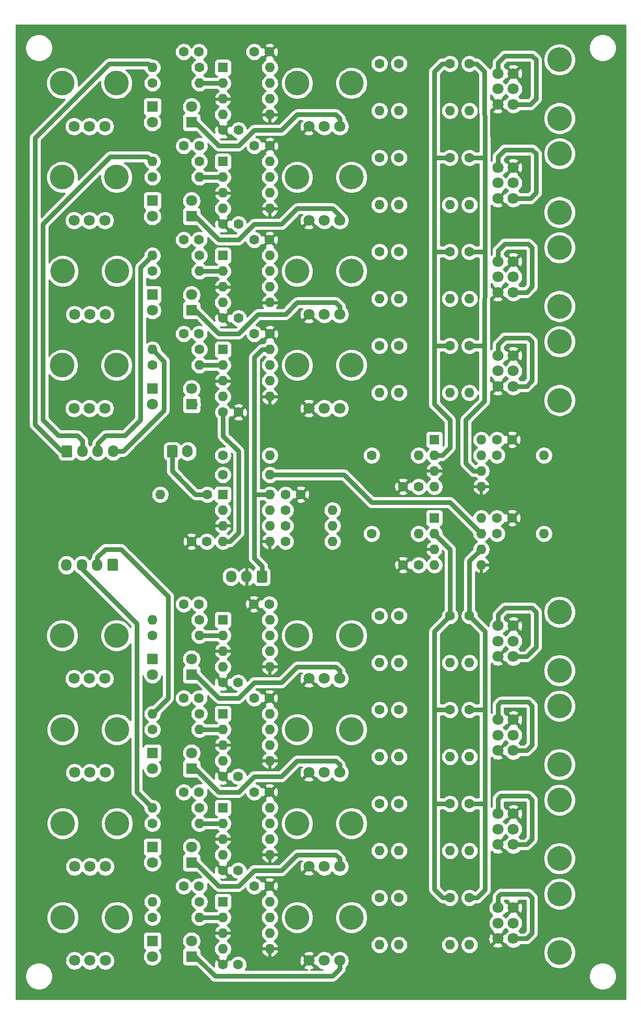
<source format=gbr>
G04 #@! TF.GenerationSoftware,KiCad,Pcbnew,(5.1.5)-3*
G04 #@! TF.CreationDate,2021-07-30T13:53:20+02:00*
G04 #@! TF.ProjectId,AnalogDrum_Mixer8,416e616c-6f67-4447-9275-6d5f4d697865,rev?*
G04 #@! TF.SameCoordinates,Original*
G04 #@! TF.FileFunction,Copper,L1,Top*
G04 #@! TF.FilePolarity,Positive*
%FSLAX46Y46*%
G04 Gerber Fmt 4.6, Leading zero omitted, Abs format (unit mm)*
G04 Created by KiCad (PCBNEW (5.1.5)-3) date 2021-07-30 13:53:20*
%MOMM*%
%LPD*%
G04 APERTURE LIST*
%ADD10O,1.600000X1.600000*%
%ADD11R,1.600000X1.600000*%
%ADD12C,4.000000*%
%ADD13C,1.800000*%
%ADD14C,1.600000*%
%ADD15O,1.700000X1.950000*%
%ADD16C,0.100000*%
%ADD17O,1.700000X2.000000*%
%ADD18R,1.800000X1.800000*%
%ADD19C,0.800000*%
%ADD20C,0.750000*%
%ADD21C,0.254000*%
G04 APERTURE END LIST*
D10*
X85090000Y-104140000D03*
X77470000Y-111760000D03*
X85090000Y-106680000D03*
X77470000Y-109220000D03*
X85090000Y-109220000D03*
X77470000Y-106680000D03*
X85090000Y-111760000D03*
D11*
X77470000Y-104140000D03*
D12*
X98340000Y-83185000D03*
X89540000Y-83185000D03*
D13*
X96440000Y-90185000D03*
X93940000Y-90185000D03*
X91440000Y-90185000D03*
D14*
X71120000Y-167640000D03*
X73620000Y-167640000D03*
X79970000Y-180340000D03*
X77470000Y-180340000D03*
X85050000Y-167640000D03*
X82550000Y-167640000D03*
X71120000Y-152400000D03*
X73620000Y-152400000D03*
X79970000Y-165100000D03*
X77470000Y-165100000D03*
X85050000Y-152400000D03*
X82550000Y-152400000D03*
X71120000Y-137160000D03*
X73620000Y-137160000D03*
X79970000Y-149860000D03*
X77470000Y-149860000D03*
X85050000Y-137160000D03*
X82550000Y-137160000D03*
X71120000Y-121920000D03*
X73620000Y-121920000D03*
X79970000Y-134620000D03*
X77470000Y-134620000D03*
X82510000Y-121920000D03*
X85010000Y-121920000D03*
X71120000Y-78105000D03*
X73620000Y-78105000D03*
X77510000Y-90805000D03*
X80010000Y-90805000D03*
X85090000Y-78105000D03*
X82590000Y-78105000D03*
X71120000Y-62865000D03*
X73620000Y-62865000D03*
X80010000Y-75565000D03*
X77510000Y-75565000D03*
X85050000Y-62865000D03*
X82550000Y-62865000D03*
X71160000Y-47625000D03*
X73660000Y-47625000D03*
X80010000Y-60325000D03*
X77510000Y-60325000D03*
X85090000Y-47625000D03*
X82590000Y-47625000D03*
X71120000Y-32385000D03*
X73620000Y-32385000D03*
X80010000Y-45085000D03*
X77510000Y-45085000D03*
X85050000Y-32385000D03*
X82550000Y-32385000D03*
X109220000Y-102870000D03*
X106720000Y-102870000D03*
X109220000Y-115570000D03*
X106720000Y-115570000D03*
X74890000Y-111760000D03*
X72390000Y-111760000D03*
X124420000Y-95250000D03*
X121920000Y-95250000D03*
X90130000Y-104140000D03*
X87630000Y-104140000D03*
X124420000Y-107950000D03*
X121920000Y-107950000D03*
D15*
X78820000Y-117475000D03*
X81320000Y-117475000D03*
G04 #@! TA.AperFunction,ComponentPad*
D16*
G36*
X84444504Y-116501204D02*
G01*
X84468773Y-116504804D01*
X84492571Y-116510765D01*
X84515671Y-116519030D01*
X84537849Y-116529520D01*
X84558893Y-116542133D01*
X84578598Y-116556747D01*
X84596777Y-116573223D01*
X84613253Y-116591402D01*
X84627867Y-116611107D01*
X84640480Y-116632151D01*
X84650970Y-116654329D01*
X84659235Y-116677429D01*
X84665196Y-116701227D01*
X84668796Y-116725496D01*
X84670000Y-116750000D01*
X84670000Y-118200000D01*
X84668796Y-118224504D01*
X84665196Y-118248773D01*
X84659235Y-118272571D01*
X84650970Y-118295671D01*
X84640480Y-118317849D01*
X84627867Y-118338893D01*
X84613253Y-118358598D01*
X84596777Y-118376777D01*
X84578598Y-118393253D01*
X84558893Y-118407867D01*
X84537849Y-118420480D01*
X84515671Y-118430970D01*
X84492571Y-118439235D01*
X84468773Y-118445196D01*
X84444504Y-118448796D01*
X84420000Y-118450000D01*
X83220000Y-118450000D01*
X83195496Y-118448796D01*
X83171227Y-118445196D01*
X83147429Y-118439235D01*
X83124329Y-118430970D01*
X83102151Y-118420480D01*
X83081107Y-118407867D01*
X83061402Y-118393253D01*
X83043223Y-118376777D01*
X83026747Y-118358598D01*
X83012133Y-118338893D01*
X82999520Y-118317849D01*
X82989030Y-118295671D01*
X82980765Y-118272571D01*
X82974804Y-118248773D01*
X82971204Y-118224504D01*
X82970000Y-118200000D01*
X82970000Y-116750000D01*
X82971204Y-116725496D01*
X82974804Y-116701227D01*
X82980765Y-116677429D01*
X82989030Y-116654329D01*
X82999520Y-116632151D01*
X83012133Y-116611107D01*
X83026747Y-116591402D01*
X83043223Y-116573223D01*
X83061402Y-116556747D01*
X83081107Y-116542133D01*
X83102151Y-116529520D01*
X83124329Y-116519030D01*
X83147429Y-116510765D01*
X83171227Y-116504804D01*
X83195496Y-116501204D01*
X83220000Y-116500000D01*
X84420000Y-116500000D01*
X84444504Y-116501204D01*
G37*
G04 #@! TD.AperFunction*
D15*
X52110000Y-115570000D03*
X54610000Y-115570000D03*
X57110000Y-115570000D03*
G04 #@! TA.AperFunction,ComponentPad*
D16*
G36*
X60234504Y-114596204D02*
G01*
X60258773Y-114599804D01*
X60282571Y-114605765D01*
X60305671Y-114614030D01*
X60327849Y-114624520D01*
X60348893Y-114637133D01*
X60368598Y-114651747D01*
X60386777Y-114668223D01*
X60403253Y-114686402D01*
X60417867Y-114706107D01*
X60430480Y-114727151D01*
X60440970Y-114749329D01*
X60449235Y-114772429D01*
X60455196Y-114796227D01*
X60458796Y-114820496D01*
X60460000Y-114845000D01*
X60460000Y-116295000D01*
X60458796Y-116319504D01*
X60455196Y-116343773D01*
X60449235Y-116367571D01*
X60440970Y-116390671D01*
X60430480Y-116412849D01*
X60417867Y-116433893D01*
X60403253Y-116453598D01*
X60386777Y-116471777D01*
X60368598Y-116488253D01*
X60348893Y-116502867D01*
X60327849Y-116515480D01*
X60305671Y-116525970D01*
X60282571Y-116534235D01*
X60258773Y-116540196D01*
X60234504Y-116543796D01*
X60210000Y-116545000D01*
X59010000Y-116545000D01*
X58985496Y-116543796D01*
X58961227Y-116540196D01*
X58937429Y-116534235D01*
X58914329Y-116525970D01*
X58892151Y-116515480D01*
X58871107Y-116502867D01*
X58851402Y-116488253D01*
X58833223Y-116471777D01*
X58816747Y-116453598D01*
X58802133Y-116433893D01*
X58789520Y-116412849D01*
X58779030Y-116390671D01*
X58770765Y-116367571D01*
X58764804Y-116343773D01*
X58761204Y-116319504D01*
X58760000Y-116295000D01*
X58760000Y-114845000D01*
X58761204Y-114820496D01*
X58764804Y-114796227D01*
X58770765Y-114772429D01*
X58779030Y-114749329D01*
X58789520Y-114727151D01*
X58802133Y-114706107D01*
X58816747Y-114686402D01*
X58833223Y-114668223D01*
X58851402Y-114651747D01*
X58871107Y-114637133D01*
X58892151Y-114624520D01*
X58914329Y-114614030D01*
X58937429Y-114605765D01*
X58961227Y-114599804D01*
X58985496Y-114596204D01*
X59010000Y-114595000D01*
X60210000Y-114595000D01*
X60234504Y-114596204D01*
G37*
G04 #@! TD.AperFunction*
D15*
X59690000Y-97155000D03*
X57190000Y-97155000D03*
X54690000Y-97155000D03*
G04 #@! TA.AperFunction,ComponentPad*
D16*
G36*
X52814504Y-96181204D02*
G01*
X52838773Y-96184804D01*
X52862571Y-96190765D01*
X52885671Y-96199030D01*
X52907849Y-96209520D01*
X52928893Y-96222133D01*
X52948598Y-96236747D01*
X52966777Y-96253223D01*
X52983253Y-96271402D01*
X52997867Y-96291107D01*
X53010480Y-96312151D01*
X53020970Y-96334329D01*
X53029235Y-96357429D01*
X53035196Y-96381227D01*
X53038796Y-96405496D01*
X53040000Y-96430000D01*
X53040000Y-97880000D01*
X53038796Y-97904504D01*
X53035196Y-97928773D01*
X53029235Y-97952571D01*
X53020970Y-97975671D01*
X53010480Y-97997849D01*
X52997867Y-98018893D01*
X52983253Y-98038598D01*
X52966777Y-98056777D01*
X52948598Y-98073253D01*
X52928893Y-98087867D01*
X52907849Y-98100480D01*
X52885671Y-98110970D01*
X52862571Y-98119235D01*
X52838773Y-98125196D01*
X52814504Y-98128796D01*
X52790000Y-98130000D01*
X51590000Y-98130000D01*
X51565496Y-98128796D01*
X51541227Y-98125196D01*
X51517429Y-98119235D01*
X51494329Y-98110970D01*
X51472151Y-98100480D01*
X51451107Y-98087867D01*
X51431402Y-98073253D01*
X51413223Y-98056777D01*
X51396747Y-98038598D01*
X51382133Y-98018893D01*
X51369520Y-97997849D01*
X51359030Y-97975671D01*
X51350765Y-97952571D01*
X51344804Y-97928773D01*
X51341204Y-97904504D01*
X51340000Y-97880000D01*
X51340000Y-96430000D01*
X51341204Y-96405496D01*
X51344804Y-96381227D01*
X51350765Y-96357429D01*
X51359030Y-96334329D01*
X51369520Y-96312151D01*
X51382133Y-96291107D01*
X51396747Y-96271402D01*
X51413223Y-96253223D01*
X51431402Y-96236747D01*
X51451107Y-96222133D01*
X51472151Y-96209520D01*
X51494329Y-96199030D01*
X51517429Y-96190765D01*
X51541227Y-96184804D01*
X51565496Y-96181204D01*
X51590000Y-96180000D01*
X52790000Y-96180000D01*
X52814504Y-96181204D01*
G37*
G04 #@! TD.AperFunction*
D10*
X106045000Y-177165000D03*
D14*
X106045000Y-169545000D03*
D10*
X85090000Y-170180000D03*
X77470000Y-177800000D03*
X85090000Y-172720000D03*
X77470000Y-175260000D03*
X85090000Y-175260000D03*
X77470000Y-172720000D03*
X85090000Y-177800000D03*
D11*
X77470000Y-170180000D03*
D10*
X85090000Y-154940000D03*
X77470000Y-162560000D03*
X85090000Y-157480000D03*
X77470000Y-160020000D03*
X85090000Y-160020000D03*
X77470000Y-157480000D03*
X85090000Y-162560000D03*
D11*
X77470000Y-154940000D03*
D10*
X85090000Y-139700000D03*
X77470000Y-147320000D03*
X85090000Y-142240000D03*
X77470000Y-144780000D03*
X85090000Y-144780000D03*
X77470000Y-142240000D03*
X85090000Y-147320000D03*
D11*
X77470000Y-139700000D03*
D10*
X85090000Y-124460000D03*
X77470000Y-132080000D03*
X85090000Y-127000000D03*
X77470000Y-129540000D03*
X85090000Y-129540000D03*
X77470000Y-127000000D03*
X85090000Y-132080000D03*
D11*
X77470000Y-124460000D03*
D10*
X85090000Y-80645000D03*
X77470000Y-88265000D03*
X85090000Y-83185000D03*
X77470000Y-85725000D03*
X85090000Y-85725000D03*
X77470000Y-83185000D03*
X85090000Y-88265000D03*
D11*
X77470000Y-80645000D03*
D10*
X85090000Y-65405000D03*
X77470000Y-73025000D03*
X85090000Y-67945000D03*
X77470000Y-70485000D03*
X85090000Y-70485000D03*
X77470000Y-67945000D03*
X85090000Y-73025000D03*
D11*
X77470000Y-65405000D03*
D10*
X85090000Y-50165000D03*
X77470000Y-57785000D03*
X85090000Y-52705000D03*
X77470000Y-55245000D03*
X85090000Y-55245000D03*
X77470000Y-52705000D03*
X85090000Y-57785000D03*
D11*
X77470000Y-50165000D03*
D10*
X85090000Y-34925000D03*
X77470000Y-42545000D03*
X85090000Y-37465000D03*
X77470000Y-40005000D03*
X85090000Y-40005000D03*
X77470000Y-37465000D03*
X85090000Y-42545000D03*
D11*
X77470000Y-34925000D03*
D10*
X119380000Y-107950000D03*
X111760000Y-115570000D03*
X119380000Y-110490000D03*
X111760000Y-113030000D03*
X119380000Y-113030000D03*
X111760000Y-110490000D03*
X119380000Y-115570000D03*
D11*
X111760000Y-107950000D03*
D10*
X119380000Y-95250000D03*
X111760000Y-102870000D03*
X119380000Y-97790000D03*
X111760000Y-100330000D03*
X119380000Y-100330000D03*
X111760000Y-97790000D03*
X119380000Y-102870000D03*
D11*
X111760000Y-95250000D03*
D12*
X132080000Y-178410000D03*
X132080000Y-168910000D03*
D13*
X122080000Y-176160000D03*
X122080000Y-173660000D03*
X122080000Y-171160000D03*
X124580000Y-176160000D03*
X124580000Y-173660000D03*
X124580000Y-171160000D03*
D12*
X98340000Y-172720000D03*
X89540000Y-172720000D03*
D13*
X96440000Y-179720000D03*
X93940000Y-179720000D03*
X91440000Y-179720000D03*
D12*
X60320000Y-172720000D03*
X51520000Y-172720000D03*
D13*
X58420000Y-179720000D03*
X55920000Y-179720000D03*
X53420000Y-179720000D03*
D12*
X132080000Y-163170000D03*
X132080000Y-153670000D03*
D13*
X122080000Y-160920000D03*
X122080000Y-158420000D03*
X122080000Y-155920000D03*
X124580000Y-160920000D03*
X124580000Y-158420000D03*
X124580000Y-155920000D03*
D12*
X98340000Y-157480000D03*
X89540000Y-157480000D03*
D13*
X96440000Y-164480000D03*
X93940000Y-164480000D03*
X91440000Y-164480000D03*
D12*
X60320000Y-157480000D03*
X51520000Y-157480000D03*
D13*
X58420000Y-164480000D03*
X55920000Y-164480000D03*
X53420000Y-164480000D03*
D12*
X132080000Y-147930000D03*
X132080000Y-138430000D03*
D13*
X122080000Y-145680000D03*
X122080000Y-143180000D03*
X122080000Y-140680000D03*
X124580000Y-145680000D03*
X124580000Y-143180000D03*
X124580000Y-140680000D03*
D12*
X98340000Y-142240000D03*
X89540000Y-142240000D03*
D13*
X96440000Y-149240000D03*
X93940000Y-149240000D03*
X91440000Y-149240000D03*
D12*
X60320000Y-142240000D03*
X51520000Y-142240000D03*
D13*
X58420000Y-149240000D03*
X55920000Y-149240000D03*
X53420000Y-149240000D03*
D12*
X132080000Y-132690000D03*
X132080000Y-123190000D03*
D13*
X122080000Y-130440000D03*
X122080000Y-127940000D03*
X122080000Y-125440000D03*
X124580000Y-130440000D03*
X124580000Y-127940000D03*
X124580000Y-125440000D03*
D12*
X98340000Y-127000000D03*
X89540000Y-127000000D03*
D13*
X96440000Y-134000000D03*
X93940000Y-134000000D03*
X91440000Y-134000000D03*
D12*
X60240000Y-127000000D03*
X51440000Y-127000000D03*
D13*
X58340000Y-134000000D03*
X55840000Y-134000000D03*
X53340000Y-134000000D03*
D12*
X132080000Y-88875000D03*
X132080000Y-79375000D03*
D13*
X122080000Y-86625000D03*
X122080000Y-84125000D03*
X122080000Y-81625000D03*
X124580000Y-86625000D03*
X124580000Y-84125000D03*
X124580000Y-81625000D03*
D12*
X60240000Y-83185000D03*
X51440000Y-83185000D03*
D13*
X58340000Y-90185000D03*
X55840000Y-90185000D03*
X53340000Y-90185000D03*
D12*
X132080000Y-73635000D03*
X132080000Y-64135000D03*
D13*
X122080000Y-71385000D03*
X122080000Y-68885000D03*
X122080000Y-66385000D03*
X124580000Y-71385000D03*
X124580000Y-68885000D03*
X124580000Y-66385000D03*
D12*
X98340000Y-67945000D03*
X89540000Y-67945000D03*
D13*
X96440000Y-74945000D03*
X93940000Y-74945000D03*
X91440000Y-74945000D03*
D12*
X60320000Y-67945000D03*
X51520000Y-67945000D03*
D13*
X58420000Y-74945000D03*
X55920000Y-74945000D03*
X53420000Y-74945000D03*
D12*
X132080000Y-58395000D03*
X132080000Y-48895000D03*
D13*
X122080000Y-56145000D03*
X122080000Y-53645000D03*
X122080000Y-51145000D03*
X124580000Y-56145000D03*
X124580000Y-53645000D03*
X124580000Y-51145000D03*
D12*
X98340000Y-52705000D03*
X89540000Y-52705000D03*
D13*
X96440000Y-59705000D03*
X93940000Y-59705000D03*
X91440000Y-59705000D03*
D12*
X60240000Y-52705000D03*
X51440000Y-52705000D03*
D13*
X58340000Y-59705000D03*
X55840000Y-59705000D03*
X53340000Y-59705000D03*
D12*
X132080000Y-43155000D03*
X132080000Y-33655000D03*
D13*
X122080000Y-40905000D03*
X122080000Y-38405000D03*
X122080000Y-35905000D03*
X124580000Y-40905000D03*
X124580000Y-38405000D03*
X124580000Y-35905000D03*
D12*
X98340000Y-37465000D03*
X89540000Y-37465000D03*
D13*
X96440000Y-44465000D03*
X93940000Y-44465000D03*
X91440000Y-44465000D03*
D12*
X60240000Y-37465000D03*
X51440000Y-37465000D03*
D13*
X58340000Y-44465000D03*
X55840000Y-44465000D03*
X53340000Y-44465000D03*
D10*
X102870000Y-177165000D03*
D14*
X102870000Y-169545000D03*
D10*
X66040000Y-170180000D03*
D14*
X73660000Y-170180000D03*
D10*
X73660000Y-172720000D03*
D14*
X66040000Y-172720000D03*
D10*
X102870000Y-161925000D03*
D14*
X102870000Y-154305000D03*
D10*
X106045000Y-161925000D03*
D14*
X106045000Y-154305000D03*
D10*
X66040000Y-154940000D03*
D14*
X73660000Y-154940000D03*
D10*
X73660000Y-157480000D03*
D14*
X66040000Y-157480000D03*
D10*
X102870000Y-146685000D03*
D14*
X102870000Y-139065000D03*
D10*
X106045000Y-146685000D03*
D14*
X106045000Y-139065000D03*
D10*
X66040000Y-139700000D03*
D14*
X73660000Y-139700000D03*
D10*
X73660000Y-142240000D03*
D14*
X66040000Y-142240000D03*
D10*
X102870000Y-131445000D03*
D14*
X102870000Y-123825000D03*
D10*
X106045000Y-131445000D03*
D14*
X106045000Y-123825000D03*
D10*
X66040000Y-124460000D03*
D14*
X73660000Y-124460000D03*
D10*
X73660000Y-127000000D03*
D14*
X66040000Y-127000000D03*
D10*
X102870000Y-87630000D03*
D14*
X102870000Y-80010000D03*
D10*
X106045000Y-87630000D03*
D14*
X106045000Y-80010000D03*
D10*
X66040000Y-80645000D03*
D14*
X73660000Y-80645000D03*
D10*
X73660000Y-83185000D03*
D14*
X66040000Y-83185000D03*
D10*
X102870000Y-72390000D03*
D14*
X102870000Y-64770000D03*
D10*
X106045000Y-72390000D03*
D14*
X106045000Y-64770000D03*
D10*
X66040000Y-65405000D03*
D14*
X73660000Y-65405000D03*
D10*
X73660000Y-67945000D03*
D14*
X66040000Y-67945000D03*
D10*
X102870000Y-57150000D03*
D14*
X102870000Y-49530000D03*
D10*
X106045000Y-57150000D03*
D14*
X106045000Y-49530000D03*
D10*
X66040000Y-50165000D03*
D14*
X73660000Y-50165000D03*
D10*
X73660000Y-52705000D03*
D14*
X66040000Y-52705000D03*
D10*
X102870000Y-41910000D03*
D14*
X102870000Y-34290000D03*
D10*
X106045000Y-41910000D03*
D14*
X106045000Y-34290000D03*
D10*
X66040000Y-34925000D03*
D14*
X73660000Y-34925000D03*
D10*
X73660000Y-37465000D03*
D14*
X66040000Y-37465000D03*
D10*
X114300000Y-177165000D03*
D14*
X114300000Y-169545000D03*
D10*
X95250000Y-111760000D03*
D14*
X87630000Y-111760000D03*
D10*
X117475000Y-177165000D03*
D14*
X117475000Y-169545000D03*
D10*
X95250000Y-106680000D03*
D14*
X87630000Y-106680000D03*
D10*
X109220000Y-110490000D03*
D14*
X101600000Y-110490000D03*
D10*
X114300000Y-161925000D03*
D14*
X114300000Y-154305000D03*
D10*
X117475000Y-161925000D03*
D14*
X117475000Y-154305000D03*
D10*
X114300000Y-146685000D03*
D14*
X114300000Y-139065000D03*
D10*
X117475000Y-146685000D03*
D14*
X117475000Y-139065000D03*
D10*
X85090000Y-100965000D03*
D14*
X77470000Y-100965000D03*
D10*
X114300000Y-131445000D03*
D14*
X114300000Y-123825000D03*
D10*
X129540000Y-110490000D03*
D14*
X121920000Y-110490000D03*
D10*
X117475000Y-131445000D03*
D14*
X117475000Y-123825000D03*
D10*
X114300000Y-87630000D03*
D14*
X114300000Y-80010000D03*
D10*
X95250000Y-109220000D03*
D14*
X87630000Y-109220000D03*
D10*
X117475000Y-87630000D03*
D14*
X117475000Y-80010000D03*
D10*
X109220000Y-97790000D03*
D14*
X101600000Y-97790000D03*
D10*
X114300000Y-72390000D03*
D14*
X114300000Y-64770000D03*
D10*
X117475000Y-72390000D03*
D14*
X117475000Y-64770000D03*
D10*
X114300000Y-57150000D03*
D14*
X114300000Y-49530000D03*
D10*
X117475000Y-57150000D03*
D14*
X117475000Y-49530000D03*
D10*
X85090000Y-97790000D03*
D14*
X77470000Y-97790000D03*
D10*
X114300000Y-41910000D03*
D14*
X114300000Y-34290000D03*
D10*
X67310000Y-104140000D03*
D14*
X74930000Y-104140000D03*
D10*
X129540000Y-97790000D03*
D14*
X121920000Y-97790000D03*
D10*
X117475000Y-41910000D03*
D14*
X117475000Y-34290000D03*
D17*
X71755000Y-97155000D03*
G04 #@! TA.AperFunction,ComponentPad*
D16*
G36*
X69879504Y-96156204D02*
G01*
X69903773Y-96159804D01*
X69927571Y-96165765D01*
X69950671Y-96174030D01*
X69972849Y-96184520D01*
X69993893Y-96197133D01*
X70013598Y-96211747D01*
X70031777Y-96228223D01*
X70048253Y-96246402D01*
X70062867Y-96266107D01*
X70075480Y-96287151D01*
X70085970Y-96309329D01*
X70094235Y-96332429D01*
X70100196Y-96356227D01*
X70103796Y-96380496D01*
X70105000Y-96405000D01*
X70105000Y-97905000D01*
X70103796Y-97929504D01*
X70100196Y-97953773D01*
X70094235Y-97977571D01*
X70085970Y-98000671D01*
X70075480Y-98022849D01*
X70062867Y-98043893D01*
X70048253Y-98063598D01*
X70031777Y-98081777D01*
X70013598Y-98098253D01*
X69993893Y-98112867D01*
X69972849Y-98125480D01*
X69950671Y-98135970D01*
X69927571Y-98144235D01*
X69903773Y-98150196D01*
X69879504Y-98153796D01*
X69855000Y-98155000D01*
X68655000Y-98155000D01*
X68630496Y-98153796D01*
X68606227Y-98150196D01*
X68582429Y-98144235D01*
X68559329Y-98135970D01*
X68537151Y-98125480D01*
X68516107Y-98112867D01*
X68496402Y-98098253D01*
X68478223Y-98081777D01*
X68461747Y-98063598D01*
X68447133Y-98043893D01*
X68434520Y-98022849D01*
X68424030Y-98000671D01*
X68415765Y-97977571D01*
X68409804Y-97953773D01*
X68406204Y-97929504D01*
X68405000Y-97905000D01*
X68405000Y-96405000D01*
X68406204Y-96380496D01*
X68409804Y-96356227D01*
X68415765Y-96332429D01*
X68424030Y-96309329D01*
X68434520Y-96287151D01*
X68447133Y-96266107D01*
X68461747Y-96246402D01*
X68478223Y-96228223D01*
X68496402Y-96211747D01*
X68516107Y-96197133D01*
X68537151Y-96184520D01*
X68559329Y-96174030D01*
X68582429Y-96165765D01*
X68606227Y-96159804D01*
X68630496Y-96156204D01*
X68655000Y-96155000D01*
X69855000Y-96155000D01*
X69879504Y-96156204D01*
G37*
G04 #@! TD.AperFunction*
D13*
X72390000Y-176530000D03*
D18*
X72390000Y-179070000D03*
D13*
X66040000Y-179070000D03*
D18*
X66040000Y-176530000D03*
D13*
X72390000Y-161290000D03*
D18*
X72390000Y-163830000D03*
D13*
X66040000Y-163830000D03*
D18*
X66040000Y-161290000D03*
D13*
X72390000Y-146050000D03*
D18*
X72390000Y-148590000D03*
D13*
X66040000Y-148590000D03*
D18*
X66040000Y-146050000D03*
D13*
X72390000Y-130810000D03*
D18*
X72390000Y-133350000D03*
D13*
X66040000Y-133350000D03*
D18*
X66040000Y-130810000D03*
D13*
X72390000Y-86995000D03*
D18*
X72390000Y-89535000D03*
D13*
X66040000Y-89535000D03*
D18*
X66040000Y-86995000D03*
D13*
X72390000Y-71755000D03*
D18*
X72390000Y-74295000D03*
D13*
X66040000Y-74295000D03*
D18*
X66040000Y-71755000D03*
D13*
X72390000Y-56515000D03*
D18*
X72390000Y-59055000D03*
D13*
X66040000Y-59055000D03*
D18*
X66040000Y-56515000D03*
D13*
X72390000Y-41275000D03*
D18*
X72390000Y-43815000D03*
D13*
X66040000Y-43815000D03*
D18*
X66040000Y-41275000D03*
D19*
X44450000Y-28575000D03*
X69850000Y-28575000D03*
X95250000Y-28575000D03*
X120650000Y-28575000D03*
X142240000Y-28575000D03*
X44450000Y-185420000D03*
X69850000Y-185420000D03*
X95250000Y-185420000D03*
X120650000Y-185420000D03*
X142240000Y-185420000D03*
X44450000Y-53975000D03*
X44450000Y-79375000D03*
X44450000Y-104775000D03*
X44450000Y-130175000D03*
X44450000Y-155575000D03*
X142240000Y-53975000D03*
X142240000Y-79375000D03*
X142240000Y-104775000D03*
X142240000Y-130175000D03*
X142240000Y-155575000D03*
D20*
X85090000Y-104140000D02*
X83958630Y-104140000D01*
X83820000Y-115750000D02*
X83820000Y-117475000D01*
X82550000Y-114480000D02*
X83820000Y-115750000D01*
X82550000Y-105548630D02*
X82550000Y-114480000D01*
X83958630Y-104140000D02*
X82550000Y-104140000D01*
X82550000Y-105548630D02*
X82550000Y-104140000D01*
X82550000Y-97155000D02*
X82550000Y-104140000D01*
X82550000Y-81915000D02*
X82550000Y-97155000D01*
X85090000Y-80645000D02*
X83820000Y-80645000D01*
X83820000Y-80645000D02*
X82550000Y-81915000D01*
X80010000Y-110351370D02*
X80010000Y-97155000D01*
X80010000Y-97155000D02*
X77510000Y-94655000D01*
X78601370Y-111760000D02*
X80010000Y-110351370D01*
X77470000Y-111760000D02*
X78601370Y-111760000D01*
X77510000Y-94655000D02*
X77510000Y-90805000D01*
X73660000Y-37465000D02*
X77470000Y-37465000D01*
X80010000Y-47625000D02*
X76835000Y-47625000D01*
X73025000Y-43815000D02*
X72390000Y-43815000D01*
X82550000Y-45085000D02*
X80010000Y-47625000D01*
X96440000Y-44465000D02*
X96440000Y-43192208D01*
X95792792Y-42545000D02*
X89535000Y-42545000D01*
X96440000Y-43192208D02*
X95792792Y-42545000D01*
X89535000Y-42545000D02*
X86995000Y-45085000D01*
X76835000Y-47625000D02*
X73025000Y-43815000D01*
X86995000Y-45085000D02*
X82550000Y-45085000D01*
X73660000Y-52705000D02*
X77470000Y-52705000D01*
X96520000Y-59055000D02*
X96440000Y-59135000D01*
X89535000Y-57785000D02*
X95250000Y-57785000D01*
X86995000Y-60325000D02*
X89535000Y-57785000D01*
X96440000Y-59135000D02*
X96440000Y-59705000D01*
X76835000Y-62865000D02*
X80010000Y-62865000D01*
X95250000Y-57785000D02*
X96520000Y-59055000D01*
X73025000Y-59055000D02*
X76835000Y-62865000D01*
X72390000Y-59055000D02*
X73025000Y-59055000D01*
X80010000Y-62865000D02*
X82550000Y-60325000D01*
X82550000Y-60325000D02*
X86995000Y-60325000D01*
X73660000Y-67945000D02*
X77470000Y-67945000D01*
X76835000Y-78105000D02*
X73025000Y-74295000D01*
X80010000Y-78105000D02*
X76835000Y-78105000D01*
X73025000Y-74295000D02*
X72390000Y-74295000D01*
X83185000Y-74930000D02*
X80010000Y-78105000D01*
X96440000Y-74945000D02*
X96440000Y-73672208D01*
X95792792Y-73025000D02*
X89535000Y-73025000D01*
X87630000Y-74930000D02*
X83185000Y-74930000D01*
X96440000Y-73672208D02*
X95792792Y-73025000D01*
X89535000Y-73025000D02*
X87630000Y-74930000D01*
X73660000Y-83185000D02*
X77470000Y-83185000D01*
X72390000Y-89535000D02*
X73025000Y-89535000D01*
X73660000Y-127000000D02*
X77470000Y-127000000D01*
X73025000Y-133350000D02*
X72390000Y-133350000D01*
X80010000Y-137160000D02*
X76835000Y-137160000D01*
X86995000Y-134620000D02*
X82550000Y-134620000D01*
X96440000Y-132727208D02*
X95792792Y-132080000D01*
X82550000Y-134620000D02*
X80010000Y-137160000D01*
X95792792Y-132080000D02*
X89535000Y-132080000D01*
X76835000Y-137160000D02*
X73025000Y-133350000D01*
X96440000Y-134000000D02*
X96440000Y-132727208D01*
X89535000Y-132080000D02*
X86995000Y-134620000D01*
X73660000Y-142240000D02*
X77470000Y-142240000D01*
X76835000Y-152400000D02*
X73025000Y-148590000D01*
X82550000Y-149860000D02*
X80010000Y-152400000D01*
X80010000Y-152400000D02*
X76835000Y-152400000D01*
X95792792Y-147320000D02*
X89535000Y-147320000D01*
X96440000Y-149240000D02*
X96440000Y-147967208D01*
X73025000Y-148590000D02*
X72390000Y-148590000D01*
X89535000Y-147320000D02*
X86995000Y-149860000D01*
X96440000Y-147967208D02*
X95792792Y-147320000D01*
X86995000Y-149860000D02*
X82550000Y-149860000D01*
X73660000Y-157480000D02*
X77470000Y-157480000D01*
X73025000Y-163830000D02*
X72390000Y-163830000D01*
X76835000Y-167640000D02*
X73025000Y-163830000D01*
X82550000Y-165100000D02*
X80010000Y-167640000D01*
X96440000Y-164480000D02*
X96440000Y-163207208D01*
X80010000Y-167640000D02*
X76835000Y-167640000D01*
X96440000Y-163207208D02*
X95792792Y-162560000D01*
X95792792Y-162560000D02*
X89535000Y-162560000D01*
X89535000Y-162560000D02*
X86995000Y-165100000D01*
X86995000Y-165100000D02*
X82550000Y-165100000D01*
X73660000Y-172720000D02*
X77470000Y-172720000D01*
X96440000Y-181055000D02*
X96440000Y-179720000D01*
X76200000Y-182245000D02*
X95250000Y-182245000D01*
X72390000Y-179070000D02*
X73025000Y-179070000D01*
X95250000Y-182245000D02*
X96440000Y-181055000D01*
X73025000Y-179070000D02*
X76200000Y-182245000D01*
X66040000Y-80645000D02*
X67945000Y-82550000D01*
X67945000Y-82550000D02*
X67945000Y-90500000D01*
X61290000Y-97155000D02*
X67945000Y-90500000D01*
X59690000Y-97155000D02*
X61290000Y-97155000D01*
X57150000Y-95885000D02*
X57190000Y-95925000D01*
X64135000Y-67310000D02*
X64135000Y-92075000D01*
X61595000Y-94615000D02*
X58420000Y-94615000D01*
X57190000Y-95925000D02*
X57190000Y-97155000D01*
X66040000Y-65405000D02*
X64135000Y-67310000D01*
X64135000Y-92075000D02*
X61595000Y-94615000D01*
X58420000Y-94615000D02*
X57150000Y-95885000D01*
X54690000Y-95430000D02*
X54690000Y-97155000D01*
X53875000Y-94615000D02*
X54690000Y-95430000D01*
X50800000Y-94615000D02*
X53875000Y-94615000D01*
X66040000Y-50165000D02*
X65240001Y-49365001D01*
X65240001Y-49365001D02*
X59219999Y-49365001D01*
X59219999Y-49365001D02*
X48260000Y-60325000D01*
X48260000Y-60325000D02*
X48260000Y-92075000D01*
X48260000Y-92075000D02*
X50800000Y-94615000D01*
X59055000Y-34290000D02*
X46990000Y-46355000D01*
X66040000Y-34925000D02*
X65405000Y-34290000D01*
X65405000Y-34290000D02*
X59055000Y-34290000D01*
X51340000Y-97155000D02*
X52190000Y-97155000D01*
X46990000Y-92805000D02*
X51340000Y-97155000D01*
X46990000Y-46355000D02*
X46990000Y-92805000D01*
X69255000Y-97155000D02*
X69255000Y-100370000D01*
X73025000Y-104140000D02*
X74930000Y-104140000D01*
X69255000Y-100370000D02*
X73025000Y-104140000D01*
X54610000Y-115570000D02*
X54610000Y-116205000D01*
X54610000Y-116205000D02*
X63500000Y-125095000D01*
X63500000Y-125095000D02*
X63500000Y-152400000D01*
X63500000Y-152400000D02*
X66040000Y-154940000D01*
X68580000Y-137160000D02*
X66040000Y-139700000D01*
X57110000Y-115570000D02*
X57110000Y-114340000D01*
X58420000Y-113030000D02*
X60960000Y-113030000D01*
X57110000Y-114340000D02*
X58420000Y-113030000D01*
X68580000Y-120650000D02*
X68580000Y-137160000D01*
X60960000Y-113030000D02*
X68580000Y-120650000D01*
X118606370Y-34290000D02*
X119876370Y-35560000D01*
X117475000Y-34290000D02*
X118606370Y-34290000D01*
X119737740Y-80010000D02*
X117475000Y-80010000D01*
X119876370Y-79871370D02*
X119737740Y-80010000D01*
X117475000Y-49530000D02*
X120015000Y-49530000D01*
X119876370Y-35560000D02*
X120015000Y-49530000D01*
X117475000Y-64770000D02*
X120015000Y-64770000D01*
X120015000Y-49530000D02*
X120015000Y-64770000D01*
X120015000Y-64770000D02*
X119876370Y-79871370D01*
X118110000Y-100330000D02*
X119380000Y-100330000D01*
X116840000Y-99060000D02*
X118110000Y-100330000D01*
X119876370Y-79871370D02*
X119876370Y-89038630D01*
X116840000Y-92075000D02*
X116840000Y-99060000D01*
X119876370Y-89038630D02*
X116840000Y-92075000D01*
X113030000Y-34290000D02*
X114300000Y-34290000D01*
X111760000Y-35560000D02*
X113030000Y-34290000D01*
X114300000Y-80010000D02*
X111760000Y-80010000D01*
X111760000Y-49530000D02*
X111760000Y-35560000D01*
X114300000Y-49530000D02*
X111760000Y-49530000D01*
X114300000Y-64770000D02*
X111760000Y-64770000D01*
X111760000Y-80010000D02*
X111760000Y-64770000D01*
X111760000Y-64770000D02*
X111760000Y-49530000D01*
X114300000Y-96520000D02*
X113030000Y-97790000D01*
X113030000Y-97790000D02*
X111760000Y-97790000D01*
X111760000Y-80010000D02*
X111760000Y-89535000D01*
X114300000Y-92075000D02*
X114300000Y-96520000D01*
X111760000Y-89535000D02*
X114300000Y-92075000D01*
X117475000Y-169545000D02*
X118745000Y-169545000D01*
X118745000Y-169545000D02*
X120015000Y-168275000D01*
X117475000Y-154305000D02*
X120015000Y-154305000D01*
X120015000Y-168275000D02*
X120015000Y-154305000D01*
X117475000Y-139065000D02*
X120015000Y-139065000D01*
X120015000Y-154305000D02*
X120015000Y-139065000D01*
X117475000Y-114935000D02*
X119380000Y-113030000D01*
X120015000Y-126365000D02*
X120015000Y-139065000D01*
X117475000Y-123825000D02*
X120015000Y-126365000D01*
X117475000Y-123825000D02*
X117475000Y-114935000D01*
X85090000Y-100965000D02*
X97155000Y-100965000D01*
X97155000Y-100965000D02*
X101600000Y-105410000D01*
X114300000Y-105410000D02*
X119380000Y-110490000D01*
X101600000Y-105410000D02*
X114300000Y-105410000D01*
X113168630Y-169545000D02*
X111760000Y-168136370D01*
X114300000Y-169545000D02*
X113168630Y-169545000D01*
X114300000Y-139065000D02*
X111760000Y-139065000D01*
X114300000Y-154305000D02*
X111760000Y-154305000D01*
X111760000Y-168136370D02*
X111760000Y-154305000D01*
X111760000Y-154305000D02*
X111760000Y-139065000D01*
X114300000Y-113030000D02*
X111760000Y-110490000D01*
X111760000Y-139065000D02*
X111760000Y-126365000D01*
X111760000Y-126365000D02*
X114300000Y-123825000D01*
X114300000Y-113030000D02*
X114300000Y-123825000D01*
X124580000Y-40905000D02*
X127370000Y-40905000D01*
X127370000Y-40905000D02*
X128270000Y-40005000D01*
X128270000Y-40005000D02*
X128270000Y-33655000D01*
X128270000Y-33655000D02*
X127635000Y-33020000D01*
X127635000Y-33020000D02*
X123190000Y-33020000D01*
X122080000Y-34130000D02*
X122080000Y-35905000D01*
X123190000Y-33020000D02*
X122080000Y-34130000D01*
X122080000Y-49370000D02*
X122080000Y-51145000D01*
X127370000Y-56145000D02*
X128270000Y-55245000D01*
X123190000Y-48260000D02*
X122080000Y-49370000D01*
X124580000Y-56145000D02*
X127370000Y-56145000D01*
X128270000Y-55245000D02*
X128270000Y-48895000D01*
X128270000Y-48895000D02*
X127635000Y-48260000D01*
X127635000Y-48260000D02*
X123190000Y-48260000D01*
X124580000Y-71385000D02*
X126735000Y-71385000D01*
X126735000Y-71385000D02*
X127635000Y-70485000D01*
X127635000Y-70485000D02*
X127635000Y-64135000D01*
X127635000Y-64135000D02*
X127000000Y-63500000D01*
X127000000Y-63500000D02*
X123190000Y-63500000D01*
X122080000Y-64610000D02*
X122080000Y-66385000D01*
X123190000Y-63500000D02*
X122080000Y-64610000D01*
X122080000Y-79850000D02*
X122080000Y-81625000D01*
X123190000Y-78740000D02*
X122080000Y-79850000D01*
X124580000Y-86625000D02*
X126735000Y-86625000D01*
X127000000Y-78740000D02*
X123190000Y-78740000D01*
X127635000Y-85725000D02*
X127635000Y-79375000D01*
X126735000Y-86625000D02*
X127635000Y-85725000D01*
X127635000Y-79375000D02*
X127000000Y-78740000D01*
X122080000Y-123665000D02*
X122080000Y-125440000D01*
X123190000Y-122555000D02*
X122080000Y-123665000D01*
X128270000Y-128905000D02*
X128270000Y-123190000D01*
X124580000Y-130440000D02*
X126735000Y-130440000D01*
X128270000Y-123190000D02*
X127635000Y-122555000D01*
X126735000Y-130440000D02*
X128270000Y-128905000D01*
X127635000Y-122555000D02*
X123190000Y-122555000D01*
X124580000Y-145680000D02*
X126735000Y-145680000D01*
X126735000Y-145680000D02*
X127635000Y-144780000D01*
X127635000Y-144780000D02*
X127635000Y-138430000D01*
X127635000Y-138430000D02*
X127000000Y-137795000D01*
X127000000Y-137795000D02*
X122555000Y-137795000D01*
X122080000Y-138270000D02*
X122080000Y-140680000D01*
X122555000Y-137795000D02*
X122080000Y-138270000D01*
X122080000Y-153510000D02*
X122080000Y-155920000D01*
X122555000Y-153035000D02*
X122080000Y-153510000D01*
X124580000Y-160920000D02*
X126735000Y-160920000D01*
X126735000Y-160920000D02*
X127635000Y-160020000D01*
X127635000Y-160020000D02*
X127635000Y-153670000D01*
X127635000Y-153670000D02*
X127000000Y-153035000D01*
X127000000Y-153035000D02*
X122555000Y-153035000D01*
X124580000Y-176160000D02*
X126735000Y-176160000D01*
X126735000Y-176160000D02*
X127635000Y-175260000D01*
X127635000Y-175260000D02*
X127635000Y-169545000D01*
X127635000Y-169545000D02*
X127000000Y-168910000D01*
X127000000Y-168910000D02*
X122555000Y-168910000D01*
X122080000Y-169385000D02*
X122080000Y-171160000D01*
X122555000Y-168910000D02*
X122080000Y-169385000D01*
D21*
G36*
X142748000Y-185928000D02*
G01*
X43942000Y-185928000D01*
X43942000Y-182024872D01*
X45390000Y-182024872D01*
X45390000Y-182465128D01*
X45475890Y-182896925D01*
X45644369Y-183303669D01*
X45888962Y-183669729D01*
X46200271Y-183981038D01*
X46566331Y-184225631D01*
X46973075Y-184394110D01*
X47404872Y-184480000D01*
X47845128Y-184480000D01*
X48276925Y-184394110D01*
X48683669Y-184225631D01*
X49049729Y-183981038D01*
X49361038Y-183669729D01*
X49605631Y-183303669D01*
X49774110Y-182896925D01*
X49860000Y-182465128D01*
X49860000Y-182024872D01*
X49774110Y-181593075D01*
X49605631Y-181186331D01*
X49361038Y-180820271D01*
X49049729Y-180508962D01*
X48683669Y-180264369D01*
X48276925Y-180095890D01*
X47845128Y-180010000D01*
X47404872Y-180010000D01*
X46973075Y-180095890D01*
X46566331Y-180264369D01*
X46200271Y-180508962D01*
X45888962Y-180820271D01*
X45644369Y-181186331D01*
X45475890Y-181593075D01*
X45390000Y-182024872D01*
X43942000Y-182024872D01*
X43942000Y-179568816D01*
X51885000Y-179568816D01*
X51885000Y-179871184D01*
X51943989Y-180167743D01*
X52059701Y-180447095D01*
X52227688Y-180698505D01*
X52441495Y-180912312D01*
X52692905Y-181080299D01*
X52972257Y-181196011D01*
X53268816Y-181255000D01*
X53571184Y-181255000D01*
X53867743Y-181196011D01*
X54147095Y-181080299D01*
X54398505Y-180912312D01*
X54612312Y-180698505D01*
X54670000Y-180612169D01*
X54727688Y-180698505D01*
X54941495Y-180912312D01*
X55192905Y-181080299D01*
X55472257Y-181196011D01*
X55768816Y-181255000D01*
X56071184Y-181255000D01*
X56367743Y-181196011D01*
X56647095Y-181080299D01*
X56898505Y-180912312D01*
X57112312Y-180698505D01*
X57170000Y-180612169D01*
X57227688Y-180698505D01*
X57441495Y-180912312D01*
X57692905Y-181080299D01*
X57972257Y-181196011D01*
X58268816Y-181255000D01*
X58571184Y-181255000D01*
X58867743Y-181196011D01*
X59147095Y-181080299D01*
X59398505Y-180912312D01*
X59612312Y-180698505D01*
X59780299Y-180447095D01*
X59896011Y-180167743D01*
X59955000Y-179871184D01*
X59955000Y-179568816D01*
X59896011Y-179272257D01*
X59780299Y-178992905D01*
X59612312Y-178741495D01*
X59398505Y-178527688D01*
X59147095Y-178359701D01*
X58867743Y-178243989D01*
X58571184Y-178185000D01*
X58268816Y-178185000D01*
X57972257Y-178243989D01*
X57692905Y-178359701D01*
X57441495Y-178527688D01*
X57227688Y-178741495D01*
X57170000Y-178827831D01*
X57112312Y-178741495D01*
X56898505Y-178527688D01*
X56647095Y-178359701D01*
X56367743Y-178243989D01*
X56071184Y-178185000D01*
X55768816Y-178185000D01*
X55472257Y-178243989D01*
X55192905Y-178359701D01*
X54941495Y-178527688D01*
X54727688Y-178741495D01*
X54670000Y-178827831D01*
X54612312Y-178741495D01*
X54398505Y-178527688D01*
X54147095Y-178359701D01*
X53867743Y-178243989D01*
X53571184Y-178185000D01*
X53268816Y-178185000D01*
X52972257Y-178243989D01*
X52692905Y-178359701D01*
X52441495Y-178527688D01*
X52227688Y-178741495D01*
X52059701Y-178992905D01*
X51943989Y-179272257D01*
X51885000Y-179568816D01*
X43942000Y-179568816D01*
X43942000Y-175630000D01*
X64501928Y-175630000D01*
X64501928Y-177430000D01*
X64514188Y-177554482D01*
X64550498Y-177674180D01*
X64609463Y-177784494D01*
X64688815Y-177881185D01*
X64785506Y-177960537D01*
X64895820Y-178019502D01*
X64914127Y-178025056D01*
X64847688Y-178091495D01*
X64679701Y-178342905D01*
X64563989Y-178622257D01*
X64505000Y-178918816D01*
X64505000Y-179221184D01*
X64563989Y-179517743D01*
X64679701Y-179797095D01*
X64847688Y-180048505D01*
X65061495Y-180262312D01*
X65312905Y-180430299D01*
X65592257Y-180546011D01*
X65888816Y-180605000D01*
X66191184Y-180605000D01*
X66487743Y-180546011D01*
X66767095Y-180430299D01*
X67018505Y-180262312D01*
X67232312Y-180048505D01*
X67400299Y-179797095D01*
X67516011Y-179517743D01*
X67575000Y-179221184D01*
X67575000Y-178918816D01*
X67516011Y-178622257D01*
X67400299Y-178342905D01*
X67284768Y-178170000D01*
X70851928Y-178170000D01*
X70851928Y-179970000D01*
X70864188Y-180094482D01*
X70900498Y-180214180D01*
X70959463Y-180324494D01*
X71038815Y-180421185D01*
X71135506Y-180500537D01*
X71245820Y-180559502D01*
X71365518Y-180595812D01*
X71490000Y-180608072D01*
X73134717Y-180608072D01*
X75450739Y-182924094D01*
X75482367Y-182962633D01*
X75636160Y-183088847D01*
X75811620Y-183182632D01*
X76002006Y-183240385D01*
X76150392Y-183255000D01*
X76150394Y-183255000D01*
X76199999Y-183259886D01*
X76249604Y-183255000D01*
X95200392Y-183255000D01*
X95250000Y-183259886D01*
X95447994Y-183240385D01*
X95447997Y-183240384D01*
X95638380Y-183182632D01*
X95813840Y-183088847D01*
X95967633Y-182962633D01*
X95999261Y-182924094D01*
X96898483Y-182024872D01*
X136830000Y-182024872D01*
X136830000Y-182465128D01*
X136915890Y-182896925D01*
X137084369Y-183303669D01*
X137328962Y-183669729D01*
X137640271Y-183981038D01*
X138006331Y-184225631D01*
X138413075Y-184394110D01*
X138844872Y-184480000D01*
X139285128Y-184480000D01*
X139716925Y-184394110D01*
X140123669Y-184225631D01*
X140489729Y-183981038D01*
X140801038Y-183669729D01*
X141045631Y-183303669D01*
X141214110Y-182896925D01*
X141300000Y-182465128D01*
X141300000Y-182024872D01*
X141214110Y-181593075D01*
X141045631Y-181186331D01*
X140801038Y-180820271D01*
X140489729Y-180508962D01*
X140123669Y-180264369D01*
X139716925Y-180095890D01*
X139285128Y-180010000D01*
X138844872Y-180010000D01*
X138413075Y-180095890D01*
X138006331Y-180264369D01*
X137640271Y-180508962D01*
X137328962Y-180820271D01*
X137084369Y-181186331D01*
X136915890Y-181593075D01*
X136830000Y-182024872D01*
X96898483Y-182024872D01*
X97119094Y-181804261D01*
X97157633Y-181772633D01*
X97283847Y-181618840D01*
X97377632Y-181443380D01*
X97435385Y-181252994D01*
X97450000Y-181104608D01*
X97450000Y-181104606D01*
X97454886Y-181055001D01*
X97450000Y-181005396D01*
X97450000Y-180880817D01*
X97632312Y-180698505D01*
X97800299Y-180447095D01*
X97916011Y-180167743D01*
X97975000Y-179871184D01*
X97975000Y-179568816D01*
X97916011Y-179272257D01*
X97800299Y-178992905D01*
X97632312Y-178741495D01*
X97418505Y-178527688D01*
X97167095Y-178359701D01*
X96887743Y-178243989D01*
X96591184Y-178185000D01*
X96288816Y-178185000D01*
X95992257Y-178243989D01*
X95712905Y-178359701D01*
X95461495Y-178527688D01*
X95247688Y-178741495D01*
X95190000Y-178827831D01*
X95132312Y-178741495D01*
X94918505Y-178527688D01*
X94667095Y-178359701D01*
X94387743Y-178243989D01*
X94091184Y-178185000D01*
X93788816Y-178185000D01*
X93492257Y-178243989D01*
X93212905Y-178359701D01*
X92961495Y-178527688D01*
X92747688Y-178741495D01*
X92652262Y-178884310D01*
X92504080Y-178835525D01*
X91619605Y-179720000D01*
X92504080Y-180604475D01*
X92652262Y-180555690D01*
X92747688Y-180698505D01*
X92961495Y-180912312D01*
X93212905Y-181080299D01*
X93492257Y-181196011D01*
X93688269Y-181235000D01*
X91689220Y-181235000D01*
X91805907Y-181218397D01*
X92091199Y-181118222D01*
X92240792Y-181038261D01*
X92324475Y-180784080D01*
X91440000Y-179899605D01*
X90555525Y-180784080D01*
X90639208Y-181038261D01*
X90911775Y-181169158D01*
X91168173Y-181235000D01*
X81097840Y-181235000D01*
X81241680Y-181019727D01*
X81349853Y-180758574D01*
X81405000Y-180481335D01*
X81405000Y-180198665D01*
X81349853Y-179921426D01*
X81293987Y-179786553D01*
X89899009Y-179786553D01*
X89941603Y-180085907D01*
X90041778Y-180371199D01*
X90121739Y-180520792D01*
X90375920Y-180604475D01*
X91260395Y-179720000D01*
X90375920Y-178835525D01*
X90121739Y-178919208D01*
X89990842Y-179191775D01*
X89915635Y-179484642D01*
X89899009Y-179786553D01*
X81293987Y-179786553D01*
X81241680Y-179660273D01*
X81084637Y-179425241D01*
X80884759Y-179225363D01*
X80649727Y-179068320D01*
X80388574Y-178960147D01*
X80111335Y-178905000D01*
X79828665Y-178905000D01*
X79551426Y-178960147D01*
X79290273Y-179068320D01*
X79055241Y-179225363D01*
X78855363Y-179425241D01*
X78721308Y-179625869D01*
X78706671Y-179598486D01*
X78462702Y-179526903D01*
X77649605Y-180340000D01*
X77663748Y-180354143D01*
X77484143Y-180533748D01*
X77470000Y-180519605D01*
X77455858Y-180533748D01*
X77276253Y-180354143D01*
X77290395Y-180340000D01*
X76477298Y-179526903D01*
X76233329Y-179598486D01*
X76112429Y-179853996D01*
X76043700Y-180128184D01*
X76029783Y-180410512D01*
X76070818Y-180687463D01*
X73928072Y-178544717D01*
X73928072Y-178170000D01*
X73915812Y-178045518D01*
X73879502Y-177925820D01*
X73820537Y-177815506D01*
X73741185Y-177718815D01*
X73667892Y-177658665D01*
X76035000Y-177658665D01*
X76035000Y-177941335D01*
X76090147Y-178218574D01*
X76198320Y-178479727D01*
X76355363Y-178714759D01*
X76555241Y-178914637D01*
X76789128Y-179070915D01*
X76728486Y-179103329D01*
X76656903Y-179347298D01*
X77470000Y-180160395D01*
X78283097Y-179347298D01*
X78211514Y-179103329D01*
X78147008Y-179072806D01*
X78149727Y-179071680D01*
X78384759Y-178914637D01*
X78584637Y-178714759D01*
X78741680Y-178479727D01*
X78849853Y-178218574D01*
X78863684Y-178149039D01*
X83698096Y-178149039D01*
X83738754Y-178283087D01*
X83858963Y-178537420D01*
X84026481Y-178763414D01*
X84234869Y-178952385D01*
X84476119Y-179097070D01*
X84740960Y-179191909D01*
X84963000Y-179070624D01*
X84963000Y-177927000D01*
X85217000Y-177927000D01*
X85217000Y-179070624D01*
X85439040Y-179191909D01*
X85703881Y-179097070D01*
X85945131Y-178952385D01*
X86153519Y-178763414D01*
X86233198Y-178655920D01*
X90555525Y-178655920D01*
X91440000Y-179540395D01*
X92324475Y-178655920D01*
X92240792Y-178401739D01*
X91968225Y-178270842D01*
X91675358Y-178195635D01*
X91373447Y-178179009D01*
X91074093Y-178221603D01*
X90788801Y-178321778D01*
X90639208Y-178401739D01*
X90555525Y-178655920D01*
X86233198Y-178655920D01*
X86321037Y-178537420D01*
X86441246Y-178283087D01*
X86481904Y-178149039D01*
X86359915Y-177927000D01*
X85217000Y-177927000D01*
X84963000Y-177927000D01*
X83820085Y-177927000D01*
X83698096Y-178149039D01*
X78863684Y-178149039D01*
X78905000Y-177941335D01*
X78905000Y-177658665D01*
X78849853Y-177381426D01*
X78741680Y-177120273D01*
X78584637Y-176885241D01*
X78384759Y-176685363D01*
X78149727Y-176528320D01*
X78139135Y-176523933D01*
X78325131Y-176412385D01*
X78533519Y-176223414D01*
X78701037Y-175997420D01*
X78821246Y-175743087D01*
X78861904Y-175609039D01*
X78739915Y-175387000D01*
X77597000Y-175387000D01*
X77597000Y-175407000D01*
X77343000Y-175407000D01*
X77343000Y-175387000D01*
X76200085Y-175387000D01*
X76078096Y-175609039D01*
X76118754Y-175743087D01*
X76238963Y-175997420D01*
X76406481Y-176223414D01*
X76614869Y-176412385D01*
X76800865Y-176523933D01*
X76790273Y-176528320D01*
X76555241Y-176685363D01*
X76355363Y-176885241D01*
X76198320Y-177120273D01*
X76090147Y-177381426D01*
X76035000Y-177658665D01*
X73667892Y-177658665D01*
X73644494Y-177639463D01*
X73534180Y-177580498D01*
X73515873Y-177574944D01*
X73582312Y-177508505D01*
X73750299Y-177257095D01*
X73866011Y-176977743D01*
X73925000Y-176681184D01*
X73925000Y-176378816D01*
X73866011Y-176082257D01*
X73750299Y-175802905D01*
X73582312Y-175551495D01*
X73368505Y-175337688D01*
X73117095Y-175169701D01*
X72837743Y-175053989D01*
X72541184Y-174995000D01*
X72238816Y-174995000D01*
X71942257Y-175053989D01*
X71662905Y-175169701D01*
X71411495Y-175337688D01*
X71197688Y-175551495D01*
X71029701Y-175802905D01*
X70913989Y-176082257D01*
X70855000Y-176378816D01*
X70855000Y-176681184D01*
X70913989Y-176977743D01*
X71029701Y-177257095D01*
X71197688Y-177508505D01*
X71264127Y-177574944D01*
X71245820Y-177580498D01*
X71135506Y-177639463D01*
X71038815Y-177718815D01*
X70959463Y-177815506D01*
X70900498Y-177925820D01*
X70864188Y-178045518D01*
X70851928Y-178170000D01*
X67284768Y-178170000D01*
X67232312Y-178091495D01*
X67165873Y-178025056D01*
X67184180Y-178019502D01*
X67294494Y-177960537D01*
X67391185Y-177881185D01*
X67470537Y-177784494D01*
X67529502Y-177674180D01*
X67565812Y-177554482D01*
X67578072Y-177430000D01*
X67578072Y-175630000D01*
X67565812Y-175505518D01*
X67529502Y-175385820D01*
X67470537Y-175275506D01*
X67391185Y-175178815D01*
X67294494Y-175099463D01*
X67184180Y-175040498D01*
X67064482Y-175004188D01*
X66940000Y-174991928D01*
X65140000Y-174991928D01*
X65015518Y-175004188D01*
X64895820Y-175040498D01*
X64785506Y-175099463D01*
X64688815Y-175178815D01*
X64609463Y-175275506D01*
X64550498Y-175385820D01*
X64514188Y-175505518D01*
X64501928Y-175630000D01*
X43942000Y-175630000D01*
X43942000Y-172460475D01*
X48885000Y-172460475D01*
X48885000Y-172979525D01*
X48986261Y-173488601D01*
X49184893Y-173968141D01*
X49473262Y-174399715D01*
X49840285Y-174766738D01*
X50271859Y-175055107D01*
X50751399Y-175253739D01*
X51260475Y-175355000D01*
X51779525Y-175355000D01*
X52288601Y-175253739D01*
X52768141Y-175055107D01*
X53199715Y-174766738D01*
X53566738Y-174399715D01*
X53855107Y-173968141D01*
X54053739Y-173488601D01*
X54155000Y-172979525D01*
X54155000Y-172460475D01*
X57685000Y-172460475D01*
X57685000Y-172979525D01*
X57786261Y-173488601D01*
X57984893Y-173968141D01*
X58273262Y-174399715D01*
X58640285Y-174766738D01*
X59071859Y-175055107D01*
X59551399Y-175253739D01*
X60060475Y-175355000D01*
X60579525Y-175355000D01*
X61088601Y-175253739D01*
X61568141Y-175055107D01*
X61999715Y-174766738D01*
X62366738Y-174399715D01*
X62655107Y-173968141D01*
X62853739Y-173488601D01*
X62955000Y-172979525D01*
X62955000Y-172460475D01*
X62853739Y-171951399D01*
X62655107Y-171471859D01*
X62366738Y-171040285D01*
X61999715Y-170673262D01*
X61568141Y-170384893D01*
X61088601Y-170186261D01*
X60579525Y-170085000D01*
X60060475Y-170085000D01*
X59551399Y-170186261D01*
X59071859Y-170384893D01*
X58640285Y-170673262D01*
X58273262Y-171040285D01*
X57984893Y-171471859D01*
X57786261Y-171951399D01*
X57685000Y-172460475D01*
X54155000Y-172460475D01*
X54053739Y-171951399D01*
X53855107Y-171471859D01*
X53566738Y-171040285D01*
X53199715Y-170673262D01*
X52768141Y-170384893D01*
X52288601Y-170186261D01*
X51779525Y-170085000D01*
X51260475Y-170085000D01*
X50751399Y-170186261D01*
X50271859Y-170384893D01*
X49840285Y-170673262D01*
X49473262Y-171040285D01*
X49184893Y-171471859D01*
X48986261Y-171951399D01*
X48885000Y-172460475D01*
X43942000Y-172460475D01*
X43942000Y-170038665D01*
X64605000Y-170038665D01*
X64605000Y-170321335D01*
X64660147Y-170598574D01*
X64768320Y-170859727D01*
X64925363Y-171094759D01*
X65125241Y-171294637D01*
X65357759Y-171450000D01*
X65125241Y-171605363D01*
X64925363Y-171805241D01*
X64768320Y-172040273D01*
X64660147Y-172301426D01*
X64605000Y-172578665D01*
X64605000Y-172861335D01*
X64660147Y-173138574D01*
X64768320Y-173399727D01*
X64925363Y-173634759D01*
X65125241Y-173834637D01*
X65360273Y-173991680D01*
X65621426Y-174099853D01*
X65898665Y-174155000D01*
X66181335Y-174155000D01*
X66458574Y-174099853D01*
X66719727Y-173991680D01*
X66954759Y-173834637D01*
X67154637Y-173634759D01*
X67311680Y-173399727D01*
X67419853Y-173138574D01*
X67475000Y-172861335D01*
X67475000Y-172578665D01*
X67419853Y-172301426D01*
X67311680Y-172040273D01*
X67154637Y-171805241D01*
X66954759Y-171605363D01*
X66722241Y-171450000D01*
X66954759Y-171294637D01*
X67154637Y-171094759D01*
X67311680Y-170859727D01*
X67419853Y-170598574D01*
X67475000Y-170321335D01*
X67475000Y-170038665D01*
X67419853Y-169761426D01*
X67311680Y-169500273D01*
X67154637Y-169265241D01*
X66954759Y-169065363D01*
X66719727Y-168908320D01*
X66458574Y-168800147D01*
X66181335Y-168745000D01*
X65898665Y-168745000D01*
X65621426Y-168800147D01*
X65360273Y-168908320D01*
X65125241Y-169065363D01*
X64925363Y-169265241D01*
X64768320Y-169500273D01*
X64660147Y-169761426D01*
X64605000Y-170038665D01*
X43942000Y-170038665D01*
X43942000Y-167498665D01*
X69685000Y-167498665D01*
X69685000Y-167781335D01*
X69740147Y-168058574D01*
X69848320Y-168319727D01*
X70005363Y-168554759D01*
X70205241Y-168754637D01*
X70440273Y-168911680D01*
X70701426Y-169019853D01*
X70978665Y-169075000D01*
X71261335Y-169075000D01*
X71538574Y-169019853D01*
X71799727Y-168911680D01*
X72034759Y-168754637D01*
X72234637Y-168554759D01*
X72370000Y-168352173D01*
X72505363Y-168554759D01*
X72705241Y-168754637D01*
X72940273Y-168911680D01*
X72961861Y-168920622D01*
X72745241Y-169065363D01*
X72545363Y-169265241D01*
X72388320Y-169500273D01*
X72280147Y-169761426D01*
X72225000Y-170038665D01*
X72225000Y-170321335D01*
X72280147Y-170598574D01*
X72388320Y-170859727D01*
X72545363Y-171094759D01*
X72745241Y-171294637D01*
X72977759Y-171450000D01*
X72745241Y-171605363D01*
X72545363Y-171805241D01*
X72388320Y-172040273D01*
X72280147Y-172301426D01*
X72225000Y-172578665D01*
X72225000Y-172861335D01*
X72280147Y-173138574D01*
X72388320Y-173399727D01*
X72545363Y-173634759D01*
X72745241Y-173834637D01*
X72980273Y-173991680D01*
X73241426Y-174099853D01*
X73518665Y-174155000D01*
X73801335Y-174155000D01*
X74078574Y-174099853D01*
X74339727Y-173991680D01*
X74574759Y-173834637D01*
X74679396Y-173730000D01*
X76450604Y-173730000D01*
X76555241Y-173834637D01*
X76790273Y-173991680D01*
X76800865Y-173996067D01*
X76614869Y-174107615D01*
X76406481Y-174296586D01*
X76238963Y-174522580D01*
X76118754Y-174776913D01*
X76078096Y-174910961D01*
X76200085Y-175133000D01*
X77343000Y-175133000D01*
X77343000Y-175113000D01*
X77597000Y-175113000D01*
X77597000Y-175133000D01*
X78739915Y-175133000D01*
X78861904Y-174910961D01*
X78821246Y-174776913D01*
X78701037Y-174522580D01*
X78533519Y-174296586D01*
X78325131Y-174107615D01*
X78139135Y-173996067D01*
X78149727Y-173991680D01*
X78384759Y-173834637D01*
X78584637Y-173634759D01*
X78741680Y-173399727D01*
X78849853Y-173138574D01*
X78905000Y-172861335D01*
X78905000Y-172578665D01*
X78849853Y-172301426D01*
X78741680Y-172040273D01*
X78584637Y-171805241D01*
X78386039Y-171606643D01*
X78394482Y-171605812D01*
X78514180Y-171569502D01*
X78624494Y-171510537D01*
X78721185Y-171431185D01*
X78800537Y-171334494D01*
X78859502Y-171224180D01*
X78895812Y-171104482D01*
X78908072Y-170980000D01*
X78908072Y-170038665D01*
X83655000Y-170038665D01*
X83655000Y-170321335D01*
X83710147Y-170598574D01*
X83818320Y-170859727D01*
X83975363Y-171094759D01*
X84175241Y-171294637D01*
X84407759Y-171450000D01*
X84175241Y-171605363D01*
X83975363Y-171805241D01*
X83818320Y-172040273D01*
X83710147Y-172301426D01*
X83655000Y-172578665D01*
X83655000Y-172861335D01*
X83710147Y-173138574D01*
X83818320Y-173399727D01*
X83975363Y-173634759D01*
X84175241Y-173834637D01*
X84407759Y-173990000D01*
X84175241Y-174145363D01*
X83975363Y-174345241D01*
X83818320Y-174580273D01*
X83710147Y-174841426D01*
X83655000Y-175118665D01*
X83655000Y-175401335D01*
X83710147Y-175678574D01*
X83818320Y-175939727D01*
X83975363Y-176174759D01*
X84175241Y-176374637D01*
X84410273Y-176531680D01*
X84420865Y-176536067D01*
X84234869Y-176647615D01*
X84026481Y-176836586D01*
X83858963Y-177062580D01*
X83738754Y-177316913D01*
X83698096Y-177450961D01*
X83820085Y-177673000D01*
X84963000Y-177673000D01*
X84963000Y-177653000D01*
X85217000Y-177653000D01*
X85217000Y-177673000D01*
X86359915Y-177673000D01*
X86481904Y-177450961D01*
X86441246Y-177316913D01*
X86321037Y-177062580D01*
X86292192Y-177023665D01*
X101435000Y-177023665D01*
X101435000Y-177306335D01*
X101490147Y-177583574D01*
X101598320Y-177844727D01*
X101755363Y-178079759D01*
X101955241Y-178279637D01*
X102190273Y-178436680D01*
X102451426Y-178544853D01*
X102728665Y-178600000D01*
X103011335Y-178600000D01*
X103288574Y-178544853D01*
X103549727Y-178436680D01*
X103784759Y-178279637D01*
X103984637Y-178079759D01*
X104141680Y-177844727D01*
X104249853Y-177583574D01*
X104305000Y-177306335D01*
X104305000Y-177023665D01*
X104610000Y-177023665D01*
X104610000Y-177306335D01*
X104665147Y-177583574D01*
X104773320Y-177844727D01*
X104930363Y-178079759D01*
X105130241Y-178279637D01*
X105365273Y-178436680D01*
X105626426Y-178544853D01*
X105903665Y-178600000D01*
X106186335Y-178600000D01*
X106463574Y-178544853D01*
X106724727Y-178436680D01*
X106959759Y-178279637D01*
X107159637Y-178079759D01*
X107316680Y-177844727D01*
X107424853Y-177583574D01*
X107480000Y-177306335D01*
X107480000Y-177023665D01*
X112865000Y-177023665D01*
X112865000Y-177306335D01*
X112920147Y-177583574D01*
X113028320Y-177844727D01*
X113185363Y-178079759D01*
X113385241Y-178279637D01*
X113620273Y-178436680D01*
X113881426Y-178544853D01*
X114158665Y-178600000D01*
X114441335Y-178600000D01*
X114718574Y-178544853D01*
X114979727Y-178436680D01*
X115214759Y-178279637D01*
X115414637Y-178079759D01*
X115571680Y-177844727D01*
X115679853Y-177583574D01*
X115735000Y-177306335D01*
X115735000Y-177023665D01*
X116040000Y-177023665D01*
X116040000Y-177306335D01*
X116095147Y-177583574D01*
X116203320Y-177844727D01*
X116360363Y-178079759D01*
X116560241Y-178279637D01*
X116795273Y-178436680D01*
X117056426Y-178544853D01*
X117333665Y-178600000D01*
X117616335Y-178600000D01*
X117893574Y-178544853D01*
X118154727Y-178436680D01*
X118389759Y-178279637D01*
X118518921Y-178150475D01*
X129445000Y-178150475D01*
X129445000Y-178669525D01*
X129546261Y-179178601D01*
X129744893Y-179658141D01*
X130033262Y-180089715D01*
X130400285Y-180456738D01*
X130831859Y-180745107D01*
X131311399Y-180943739D01*
X131820475Y-181045000D01*
X132339525Y-181045000D01*
X132848601Y-180943739D01*
X133328141Y-180745107D01*
X133759715Y-180456738D01*
X134126738Y-180089715D01*
X134415107Y-179658141D01*
X134613739Y-179178601D01*
X134715000Y-178669525D01*
X134715000Y-178150475D01*
X134613739Y-177641399D01*
X134415107Y-177161859D01*
X134126738Y-176730285D01*
X133759715Y-176363262D01*
X133328141Y-176074893D01*
X132848601Y-175876261D01*
X132339525Y-175775000D01*
X131820475Y-175775000D01*
X131311399Y-175876261D01*
X130831859Y-176074893D01*
X130400285Y-176363262D01*
X130033262Y-176730285D01*
X129744893Y-177161859D01*
X129546261Y-177641399D01*
X129445000Y-178150475D01*
X118518921Y-178150475D01*
X118589637Y-178079759D01*
X118746680Y-177844727D01*
X118854853Y-177583574D01*
X118910000Y-177306335D01*
X118910000Y-177224080D01*
X121195525Y-177224080D01*
X121279208Y-177478261D01*
X121551775Y-177609158D01*
X121844642Y-177684365D01*
X122146553Y-177700991D01*
X122445907Y-177658397D01*
X122731199Y-177558222D01*
X122880792Y-177478261D01*
X122964475Y-177224080D01*
X122080000Y-176339605D01*
X121195525Y-177224080D01*
X118910000Y-177224080D01*
X118910000Y-177023665D01*
X118854853Y-176746426D01*
X118746680Y-176485273D01*
X118589637Y-176250241D01*
X118565949Y-176226553D01*
X120539009Y-176226553D01*
X120581603Y-176525907D01*
X120681778Y-176811199D01*
X120761739Y-176960792D01*
X121015920Y-177044475D01*
X121900395Y-176160000D01*
X121015920Y-175275525D01*
X120761739Y-175359208D01*
X120630842Y-175631775D01*
X120555635Y-175924642D01*
X120539009Y-176226553D01*
X118565949Y-176226553D01*
X118389759Y-176050363D01*
X118154727Y-175893320D01*
X117893574Y-175785147D01*
X117616335Y-175730000D01*
X117333665Y-175730000D01*
X117056426Y-175785147D01*
X116795273Y-175893320D01*
X116560241Y-176050363D01*
X116360363Y-176250241D01*
X116203320Y-176485273D01*
X116095147Y-176746426D01*
X116040000Y-177023665D01*
X115735000Y-177023665D01*
X115679853Y-176746426D01*
X115571680Y-176485273D01*
X115414637Y-176250241D01*
X115214759Y-176050363D01*
X114979727Y-175893320D01*
X114718574Y-175785147D01*
X114441335Y-175730000D01*
X114158665Y-175730000D01*
X113881426Y-175785147D01*
X113620273Y-175893320D01*
X113385241Y-176050363D01*
X113185363Y-176250241D01*
X113028320Y-176485273D01*
X112920147Y-176746426D01*
X112865000Y-177023665D01*
X107480000Y-177023665D01*
X107424853Y-176746426D01*
X107316680Y-176485273D01*
X107159637Y-176250241D01*
X106959759Y-176050363D01*
X106724727Y-175893320D01*
X106463574Y-175785147D01*
X106186335Y-175730000D01*
X105903665Y-175730000D01*
X105626426Y-175785147D01*
X105365273Y-175893320D01*
X105130241Y-176050363D01*
X104930363Y-176250241D01*
X104773320Y-176485273D01*
X104665147Y-176746426D01*
X104610000Y-177023665D01*
X104305000Y-177023665D01*
X104249853Y-176746426D01*
X104141680Y-176485273D01*
X103984637Y-176250241D01*
X103784759Y-176050363D01*
X103549727Y-175893320D01*
X103288574Y-175785147D01*
X103011335Y-175730000D01*
X102728665Y-175730000D01*
X102451426Y-175785147D01*
X102190273Y-175893320D01*
X101955241Y-176050363D01*
X101755363Y-176250241D01*
X101598320Y-176485273D01*
X101490147Y-176746426D01*
X101435000Y-177023665D01*
X86292192Y-177023665D01*
X86153519Y-176836586D01*
X85945131Y-176647615D01*
X85759135Y-176536067D01*
X85769727Y-176531680D01*
X86004759Y-176374637D01*
X86204637Y-176174759D01*
X86361680Y-175939727D01*
X86469853Y-175678574D01*
X86525000Y-175401335D01*
X86525000Y-175118665D01*
X86469853Y-174841426D01*
X86361680Y-174580273D01*
X86204637Y-174345241D01*
X86004759Y-174145363D01*
X85772241Y-173990000D01*
X86004759Y-173834637D01*
X86204637Y-173634759D01*
X86361680Y-173399727D01*
X86469853Y-173138574D01*
X86525000Y-172861335D01*
X86525000Y-172578665D01*
X86501491Y-172460475D01*
X86905000Y-172460475D01*
X86905000Y-172979525D01*
X87006261Y-173488601D01*
X87204893Y-173968141D01*
X87493262Y-174399715D01*
X87860285Y-174766738D01*
X88291859Y-175055107D01*
X88771399Y-175253739D01*
X89280475Y-175355000D01*
X89799525Y-175355000D01*
X90308601Y-175253739D01*
X90788141Y-175055107D01*
X91219715Y-174766738D01*
X91586738Y-174399715D01*
X91875107Y-173968141D01*
X92073739Y-173488601D01*
X92175000Y-172979525D01*
X92175000Y-172460475D01*
X95705000Y-172460475D01*
X95705000Y-172979525D01*
X95806261Y-173488601D01*
X96004893Y-173968141D01*
X96293262Y-174399715D01*
X96660285Y-174766738D01*
X97091859Y-175055107D01*
X97571399Y-175253739D01*
X98080475Y-175355000D01*
X98599525Y-175355000D01*
X99108601Y-175253739D01*
X99588141Y-175055107D01*
X100019715Y-174766738D01*
X100386738Y-174399715D01*
X100675107Y-173968141D01*
X100873739Y-173488601D01*
X100975000Y-172979525D01*
X100975000Y-172460475D01*
X100873739Y-171951399D01*
X100675107Y-171471859D01*
X100386738Y-171040285D01*
X100355269Y-171008816D01*
X120545000Y-171008816D01*
X120545000Y-171311184D01*
X120603989Y-171607743D01*
X120719701Y-171887095D01*
X120887688Y-172138505D01*
X121101495Y-172352312D01*
X121187831Y-172410000D01*
X121101495Y-172467688D01*
X120887688Y-172681495D01*
X120719701Y-172932905D01*
X120603989Y-173212257D01*
X120545000Y-173508816D01*
X120545000Y-173811184D01*
X120603989Y-174107743D01*
X120719701Y-174387095D01*
X120887688Y-174638505D01*
X121101495Y-174852312D01*
X121244310Y-174947738D01*
X121195525Y-175095920D01*
X122080000Y-175980395D01*
X122964475Y-175095920D01*
X122915690Y-174947738D01*
X123058505Y-174852312D01*
X123272312Y-174638505D01*
X123330000Y-174552169D01*
X123387688Y-174638505D01*
X123601495Y-174852312D01*
X123687831Y-174910000D01*
X123601495Y-174967688D01*
X123387688Y-175181495D01*
X123292262Y-175324310D01*
X123144080Y-175275525D01*
X122259605Y-176160000D01*
X123144080Y-177044475D01*
X123292262Y-176995690D01*
X123387688Y-177138505D01*
X123601495Y-177352312D01*
X123852905Y-177520299D01*
X124132257Y-177636011D01*
X124428816Y-177695000D01*
X124731184Y-177695000D01*
X125027743Y-177636011D01*
X125307095Y-177520299D01*
X125558505Y-177352312D01*
X125740817Y-177170000D01*
X126685392Y-177170000D01*
X126735000Y-177174886D01*
X126867264Y-177161859D01*
X126932994Y-177155385D01*
X127123380Y-177097632D01*
X127298840Y-177003847D01*
X127452633Y-176877633D01*
X127484261Y-176839094D01*
X128314094Y-176009261D01*
X128352633Y-175977633D01*
X128478847Y-175823840D01*
X128572632Y-175648380D01*
X128630385Y-175457994D01*
X128645000Y-175309608D01*
X128645000Y-175309606D01*
X128649886Y-175260001D01*
X128645000Y-175210396D01*
X128645000Y-169594608D01*
X128649886Y-169545000D01*
X128630385Y-169347005D01*
X128572632Y-169156620D01*
X128502550Y-169025506D01*
X128478847Y-168981160D01*
X128352633Y-168827367D01*
X128314094Y-168795739D01*
X128168830Y-168650475D01*
X129445000Y-168650475D01*
X129445000Y-169169525D01*
X129546261Y-169678601D01*
X129744893Y-170158141D01*
X130033262Y-170589715D01*
X130400285Y-170956738D01*
X130831859Y-171245107D01*
X131311399Y-171443739D01*
X131820475Y-171545000D01*
X132339525Y-171545000D01*
X132848601Y-171443739D01*
X133328141Y-171245107D01*
X133759715Y-170956738D01*
X134126738Y-170589715D01*
X134415107Y-170158141D01*
X134613739Y-169678601D01*
X134715000Y-169169525D01*
X134715000Y-168650475D01*
X134613739Y-168141399D01*
X134415107Y-167661859D01*
X134126738Y-167230285D01*
X133759715Y-166863262D01*
X133328141Y-166574893D01*
X132848601Y-166376261D01*
X132339525Y-166275000D01*
X131820475Y-166275000D01*
X131311399Y-166376261D01*
X130831859Y-166574893D01*
X130400285Y-166863262D01*
X130033262Y-167230285D01*
X129744893Y-167661859D01*
X129546261Y-168141399D01*
X129445000Y-168650475D01*
X128168830Y-168650475D01*
X127749261Y-168230906D01*
X127717633Y-168192367D01*
X127563840Y-168066153D01*
X127388380Y-167972368D01*
X127197994Y-167914615D01*
X127049608Y-167900000D01*
X127000000Y-167895114D01*
X126950392Y-167900000D01*
X122604604Y-167900000D01*
X122554999Y-167895114D01*
X122505394Y-167900000D01*
X122505392Y-167900000D01*
X122357006Y-167914615D01*
X122166620Y-167972368D01*
X121991160Y-168066153D01*
X121837367Y-168192367D01*
X121805739Y-168230906D01*
X121400906Y-168635739D01*
X121362367Y-168667367D01*
X121236153Y-168821160D01*
X121165096Y-168954100D01*
X121142368Y-168996621D01*
X121084615Y-169187006D01*
X121065114Y-169385000D01*
X121070000Y-169434608D01*
X121070000Y-169999183D01*
X120887688Y-170181495D01*
X120719701Y-170432905D01*
X120603989Y-170712257D01*
X120545000Y-171008816D01*
X100355269Y-171008816D01*
X100019715Y-170673262D01*
X99588141Y-170384893D01*
X99108601Y-170186261D01*
X98599525Y-170085000D01*
X98080475Y-170085000D01*
X97571399Y-170186261D01*
X97091859Y-170384893D01*
X96660285Y-170673262D01*
X96293262Y-171040285D01*
X96004893Y-171471859D01*
X95806261Y-171951399D01*
X95705000Y-172460475D01*
X92175000Y-172460475D01*
X92073739Y-171951399D01*
X91875107Y-171471859D01*
X91586738Y-171040285D01*
X91219715Y-170673262D01*
X90788141Y-170384893D01*
X90308601Y-170186261D01*
X89799525Y-170085000D01*
X89280475Y-170085000D01*
X88771399Y-170186261D01*
X88291859Y-170384893D01*
X87860285Y-170673262D01*
X87493262Y-171040285D01*
X87204893Y-171471859D01*
X87006261Y-171951399D01*
X86905000Y-172460475D01*
X86501491Y-172460475D01*
X86469853Y-172301426D01*
X86361680Y-172040273D01*
X86204637Y-171805241D01*
X86004759Y-171605363D01*
X85772241Y-171450000D01*
X86004759Y-171294637D01*
X86204637Y-171094759D01*
X86361680Y-170859727D01*
X86469853Y-170598574D01*
X86525000Y-170321335D01*
X86525000Y-170038665D01*
X86469853Y-169761426D01*
X86361680Y-169500273D01*
X86297129Y-169403665D01*
X101435000Y-169403665D01*
X101435000Y-169686335D01*
X101490147Y-169963574D01*
X101598320Y-170224727D01*
X101755363Y-170459759D01*
X101955241Y-170659637D01*
X102190273Y-170816680D01*
X102451426Y-170924853D01*
X102728665Y-170980000D01*
X103011335Y-170980000D01*
X103288574Y-170924853D01*
X103549727Y-170816680D01*
X103784759Y-170659637D01*
X103984637Y-170459759D01*
X104141680Y-170224727D01*
X104249853Y-169963574D01*
X104305000Y-169686335D01*
X104305000Y-169403665D01*
X104610000Y-169403665D01*
X104610000Y-169686335D01*
X104665147Y-169963574D01*
X104773320Y-170224727D01*
X104930363Y-170459759D01*
X105130241Y-170659637D01*
X105365273Y-170816680D01*
X105626426Y-170924853D01*
X105903665Y-170980000D01*
X106186335Y-170980000D01*
X106463574Y-170924853D01*
X106724727Y-170816680D01*
X106959759Y-170659637D01*
X107159637Y-170459759D01*
X107316680Y-170224727D01*
X107424853Y-169963574D01*
X107480000Y-169686335D01*
X107480000Y-169403665D01*
X107424853Y-169126426D01*
X107316680Y-168865273D01*
X107159637Y-168630241D01*
X106959759Y-168430363D01*
X106724727Y-168273320D01*
X106463574Y-168165147D01*
X106186335Y-168110000D01*
X105903665Y-168110000D01*
X105626426Y-168165147D01*
X105365273Y-168273320D01*
X105130241Y-168430363D01*
X104930363Y-168630241D01*
X104773320Y-168865273D01*
X104665147Y-169126426D01*
X104610000Y-169403665D01*
X104305000Y-169403665D01*
X104249853Y-169126426D01*
X104141680Y-168865273D01*
X103984637Y-168630241D01*
X103784759Y-168430363D01*
X103549727Y-168273320D01*
X103288574Y-168165147D01*
X103011335Y-168110000D01*
X102728665Y-168110000D01*
X102451426Y-168165147D01*
X102190273Y-168273320D01*
X101955241Y-168430363D01*
X101755363Y-168630241D01*
X101598320Y-168865273D01*
X101490147Y-169126426D01*
X101435000Y-169403665D01*
X86297129Y-169403665D01*
X86204637Y-169265241D01*
X86004759Y-169065363D01*
X85769727Y-168908320D01*
X85748642Y-168899586D01*
X85791514Y-168876671D01*
X85863097Y-168632702D01*
X85050000Y-167819605D01*
X84236903Y-168632702D01*
X84308486Y-168876671D01*
X84395804Y-168917988D01*
X84175241Y-169065363D01*
X83975363Y-169265241D01*
X83818320Y-169500273D01*
X83710147Y-169761426D01*
X83655000Y-170038665D01*
X78908072Y-170038665D01*
X78908072Y-169380000D01*
X78895812Y-169255518D01*
X78859502Y-169135820D01*
X78800537Y-169025506D01*
X78721185Y-168928815D01*
X78624494Y-168849463D01*
X78514180Y-168790498D01*
X78394482Y-168754188D01*
X78270000Y-168741928D01*
X76670000Y-168741928D01*
X76545518Y-168754188D01*
X76425820Y-168790498D01*
X76315506Y-168849463D01*
X76218815Y-168928815D01*
X76139463Y-169025506D01*
X76080498Y-169135820D01*
X76044188Y-169255518D01*
X76031928Y-169380000D01*
X76031928Y-170980000D01*
X76044188Y-171104482D01*
X76080498Y-171224180D01*
X76139463Y-171334494D01*
X76218815Y-171431185D01*
X76315506Y-171510537D01*
X76425820Y-171569502D01*
X76545518Y-171605812D01*
X76553961Y-171606643D01*
X76450604Y-171710000D01*
X74679396Y-171710000D01*
X74574759Y-171605363D01*
X74342241Y-171450000D01*
X74574759Y-171294637D01*
X74774637Y-171094759D01*
X74931680Y-170859727D01*
X75039853Y-170598574D01*
X75095000Y-170321335D01*
X75095000Y-170038665D01*
X75039853Y-169761426D01*
X74931680Y-169500273D01*
X74774637Y-169265241D01*
X74574759Y-169065363D01*
X74339727Y-168908320D01*
X74318139Y-168899378D01*
X74534759Y-168754637D01*
X74734637Y-168554759D01*
X74891680Y-168319727D01*
X74999853Y-168058574D01*
X75055000Y-167781335D01*
X75055000Y-167498665D01*
X75002779Y-167236134D01*
X76085744Y-168319100D01*
X76117367Y-168357633D01*
X76271160Y-168483847D01*
X76446620Y-168577632D01*
X76637005Y-168635385D01*
X76835000Y-168654886D01*
X76884608Y-168650000D01*
X79960392Y-168650000D01*
X80010000Y-168654886D01*
X80207994Y-168635385D01*
X80224951Y-168630241D01*
X80398380Y-168577632D01*
X80573840Y-168483847D01*
X80727633Y-168357633D01*
X80759261Y-168319094D01*
X81145199Y-167933156D01*
X81170147Y-168058574D01*
X81278320Y-168319727D01*
X81435363Y-168554759D01*
X81635241Y-168754637D01*
X81870273Y-168911680D01*
X82131426Y-169019853D01*
X82408665Y-169075000D01*
X82691335Y-169075000D01*
X82968574Y-169019853D01*
X83229727Y-168911680D01*
X83464759Y-168754637D01*
X83664637Y-168554759D01*
X83798692Y-168354131D01*
X83813329Y-168381514D01*
X84057298Y-168453097D01*
X84870395Y-167640000D01*
X85229605Y-167640000D01*
X86042702Y-168453097D01*
X86286671Y-168381514D01*
X86407571Y-168126004D01*
X86476300Y-167851816D01*
X86490217Y-167569488D01*
X86448787Y-167289870D01*
X86353603Y-167023708D01*
X86286671Y-166898486D01*
X86042702Y-166826903D01*
X85229605Y-167640000D01*
X84870395Y-167640000D01*
X84057298Y-166826903D01*
X83813329Y-166898486D01*
X83799676Y-166927341D01*
X83664637Y-166725241D01*
X83586694Y-166647298D01*
X84236903Y-166647298D01*
X85050000Y-167460395D01*
X85863097Y-166647298D01*
X85791514Y-166403329D01*
X85536004Y-166282429D01*
X85261816Y-166213700D01*
X84979488Y-166199783D01*
X84699870Y-166241213D01*
X84433708Y-166336397D01*
X84308486Y-166403329D01*
X84236903Y-166647298D01*
X83586694Y-166647298D01*
X83464759Y-166525363D01*
X83229727Y-166368320D01*
X82968574Y-166260147D01*
X82843156Y-166235200D01*
X82968356Y-166110000D01*
X86945392Y-166110000D01*
X86995000Y-166114886D01*
X87192994Y-166095385D01*
X87201839Y-166092702D01*
X87383380Y-166037632D01*
X87558840Y-165943847D01*
X87712633Y-165817633D01*
X87744261Y-165779094D01*
X87979275Y-165544080D01*
X90555525Y-165544080D01*
X90639208Y-165798261D01*
X90911775Y-165929158D01*
X91204642Y-166004365D01*
X91506553Y-166020991D01*
X91805907Y-165978397D01*
X92091199Y-165878222D01*
X92240792Y-165798261D01*
X92324475Y-165544080D01*
X91440000Y-164659605D01*
X90555525Y-165544080D01*
X87979275Y-165544080D01*
X89953356Y-163570000D01*
X90350392Y-163570000D01*
X90375918Y-163595526D01*
X90121739Y-163679208D01*
X89990842Y-163951775D01*
X89915635Y-164244642D01*
X89899009Y-164546553D01*
X89941603Y-164845907D01*
X90041778Y-165131199D01*
X90121739Y-165280792D01*
X90375920Y-165364475D01*
X91260395Y-164480000D01*
X91246253Y-164465858D01*
X91425858Y-164286253D01*
X91440000Y-164300395D01*
X91454143Y-164286253D01*
X91633748Y-164465858D01*
X91619605Y-164480000D01*
X92504080Y-165364475D01*
X92652262Y-165315690D01*
X92747688Y-165458505D01*
X92961495Y-165672312D01*
X93212905Y-165840299D01*
X93492257Y-165956011D01*
X93788816Y-166015000D01*
X94091184Y-166015000D01*
X94387743Y-165956011D01*
X94667095Y-165840299D01*
X94918505Y-165672312D01*
X95132312Y-165458505D01*
X95190000Y-165372169D01*
X95247688Y-165458505D01*
X95461495Y-165672312D01*
X95712905Y-165840299D01*
X95992257Y-165956011D01*
X96288816Y-166015000D01*
X96591184Y-166015000D01*
X96887743Y-165956011D01*
X97167095Y-165840299D01*
X97418505Y-165672312D01*
X97632312Y-165458505D01*
X97800299Y-165207095D01*
X97916011Y-164927743D01*
X97975000Y-164631184D01*
X97975000Y-164328816D01*
X97916011Y-164032257D01*
X97800299Y-163752905D01*
X97632312Y-163501495D01*
X97450000Y-163319183D01*
X97450000Y-163256812D01*
X97454886Y-163207207D01*
X97438381Y-163039637D01*
X97435385Y-163009214D01*
X97377632Y-162818828D01*
X97283847Y-162643368D01*
X97157633Y-162489575D01*
X97119089Y-162457943D01*
X96542053Y-161880906D01*
X96510425Y-161842367D01*
X96438897Y-161783665D01*
X101435000Y-161783665D01*
X101435000Y-162066335D01*
X101490147Y-162343574D01*
X101598320Y-162604727D01*
X101755363Y-162839759D01*
X101955241Y-163039637D01*
X102190273Y-163196680D01*
X102451426Y-163304853D01*
X102728665Y-163360000D01*
X103011335Y-163360000D01*
X103288574Y-163304853D01*
X103549727Y-163196680D01*
X103784759Y-163039637D01*
X103984637Y-162839759D01*
X104141680Y-162604727D01*
X104249853Y-162343574D01*
X104305000Y-162066335D01*
X104305000Y-161783665D01*
X104610000Y-161783665D01*
X104610000Y-162066335D01*
X104665147Y-162343574D01*
X104773320Y-162604727D01*
X104930363Y-162839759D01*
X105130241Y-163039637D01*
X105365273Y-163196680D01*
X105626426Y-163304853D01*
X105903665Y-163360000D01*
X106186335Y-163360000D01*
X106463574Y-163304853D01*
X106724727Y-163196680D01*
X106959759Y-163039637D01*
X107159637Y-162839759D01*
X107316680Y-162604727D01*
X107424853Y-162343574D01*
X107480000Y-162066335D01*
X107480000Y-161783665D01*
X107424853Y-161506426D01*
X107316680Y-161245273D01*
X107159637Y-161010241D01*
X106959759Y-160810363D01*
X106724727Y-160653320D01*
X106463574Y-160545147D01*
X106186335Y-160490000D01*
X105903665Y-160490000D01*
X105626426Y-160545147D01*
X105365273Y-160653320D01*
X105130241Y-160810363D01*
X104930363Y-161010241D01*
X104773320Y-161245273D01*
X104665147Y-161506426D01*
X104610000Y-161783665D01*
X104305000Y-161783665D01*
X104249853Y-161506426D01*
X104141680Y-161245273D01*
X103984637Y-161010241D01*
X103784759Y-160810363D01*
X103549727Y-160653320D01*
X103288574Y-160545147D01*
X103011335Y-160490000D01*
X102728665Y-160490000D01*
X102451426Y-160545147D01*
X102190273Y-160653320D01*
X101955241Y-160810363D01*
X101755363Y-161010241D01*
X101598320Y-161245273D01*
X101490147Y-161506426D01*
X101435000Y-161783665D01*
X96438897Y-161783665D01*
X96356632Y-161716153D01*
X96181172Y-161622368D01*
X95990786Y-161564615D01*
X95842400Y-161550000D01*
X95792792Y-161545114D01*
X95743184Y-161550000D01*
X89584604Y-161550000D01*
X89534999Y-161545114D01*
X89485394Y-161550000D01*
X89485392Y-161550000D01*
X89337006Y-161564615D01*
X89146620Y-161622368D01*
X88971160Y-161716153D01*
X88817367Y-161842367D01*
X88785744Y-161880900D01*
X86576645Y-164090000D01*
X82599604Y-164090000D01*
X82549999Y-164085114D01*
X82500394Y-164090000D01*
X82500392Y-164090000D01*
X82352006Y-164104615D01*
X82161620Y-164162368D01*
X81986160Y-164256153D01*
X81832367Y-164382367D01*
X81800744Y-164420900D01*
X81381437Y-164840207D01*
X81349853Y-164681426D01*
X81241680Y-164420273D01*
X81084637Y-164185241D01*
X80884759Y-163985363D01*
X80649727Y-163828320D01*
X80388574Y-163720147D01*
X80111335Y-163665000D01*
X79828665Y-163665000D01*
X79551426Y-163720147D01*
X79290273Y-163828320D01*
X79055241Y-163985363D01*
X78855363Y-164185241D01*
X78721308Y-164385869D01*
X78706671Y-164358486D01*
X78462702Y-164286903D01*
X77649605Y-165100000D01*
X78462702Y-165913097D01*
X78706671Y-165841514D01*
X78720324Y-165812659D01*
X78855363Y-166014759D01*
X79055241Y-166214637D01*
X79290273Y-166371680D01*
X79551426Y-166479853D01*
X79710208Y-166511437D01*
X79591645Y-166630000D01*
X77253356Y-166630000D01*
X77113352Y-166489996D01*
X77258184Y-166526300D01*
X77540512Y-166540217D01*
X77820130Y-166498787D01*
X78086292Y-166403603D01*
X78211514Y-166336671D01*
X78283097Y-166092702D01*
X77470000Y-165279605D01*
X77455858Y-165293748D01*
X77276253Y-165114143D01*
X77290395Y-165100000D01*
X76477298Y-164286903D01*
X76233329Y-164358486D01*
X76112429Y-164613996D01*
X76043700Y-164888184D01*
X76029783Y-165170512D01*
X76070818Y-165447462D01*
X73928072Y-163304717D01*
X73928072Y-162930000D01*
X73915812Y-162805518D01*
X73879502Y-162685820D01*
X73820537Y-162575506D01*
X73741185Y-162478815D01*
X73667892Y-162418665D01*
X76035000Y-162418665D01*
X76035000Y-162701335D01*
X76090147Y-162978574D01*
X76198320Y-163239727D01*
X76355363Y-163474759D01*
X76555241Y-163674637D01*
X76789128Y-163830915D01*
X76728486Y-163863329D01*
X76656903Y-164107298D01*
X77470000Y-164920395D01*
X78283097Y-164107298D01*
X78211514Y-163863329D01*
X78147008Y-163832806D01*
X78149727Y-163831680D01*
X78384759Y-163674637D01*
X78584637Y-163474759D01*
X78741680Y-163239727D01*
X78849853Y-162978574D01*
X78863684Y-162909039D01*
X83698096Y-162909039D01*
X83738754Y-163043087D01*
X83858963Y-163297420D01*
X84026481Y-163523414D01*
X84234869Y-163712385D01*
X84476119Y-163857070D01*
X84740960Y-163951909D01*
X84963000Y-163830624D01*
X84963000Y-162687000D01*
X85217000Y-162687000D01*
X85217000Y-163830624D01*
X85439040Y-163951909D01*
X85703881Y-163857070D01*
X85945131Y-163712385D01*
X86153519Y-163523414D01*
X86321037Y-163297420D01*
X86441246Y-163043087D01*
X86481904Y-162909039D01*
X86359915Y-162687000D01*
X85217000Y-162687000D01*
X84963000Y-162687000D01*
X83820085Y-162687000D01*
X83698096Y-162909039D01*
X78863684Y-162909039D01*
X78905000Y-162701335D01*
X78905000Y-162418665D01*
X78849853Y-162141426D01*
X78741680Y-161880273D01*
X78584637Y-161645241D01*
X78384759Y-161445363D01*
X78149727Y-161288320D01*
X78139135Y-161283933D01*
X78325131Y-161172385D01*
X78533519Y-160983414D01*
X78701037Y-160757420D01*
X78821246Y-160503087D01*
X78861904Y-160369039D01*
X78739915Y-160147000D01*
X77597000Y-160147000D01*
X77597000Y-160167000D01*
X77343000Y-160167000D01*
X77343000Y-160147000D01*
X76200085Y-160147000D01*
X76078096Y-160369039D01*
X76118754Y-160503087D01*
X76238963Y-160757420D01*
X76406481Y-160983414D01*
X76614869Y-161172385D01*
X76800865Y-161283933D01*
X76790273Y-161288320D01*
X76555241Y-161445363D01*
X76355363Y-161645241D01*
X76198320Y-161880273D01*
X76090147Y-162141426D01*
X76035000Y-162418665D01*
X73667892Y-162418665D01*
X73644494Y-162399463D01*
X73534180Y-162340498D01*
X73515873Y-162334944D01*
X73582312Y-162268505D01*
X73750299Y-162017095D01*
X73866011Y-161737743D01*
X73925000Y-161441184D01*
X73925000Y-161138816D01*
X73866011Y-160842257D01*
X73750299Y-160562905D01*
X73582312Y-160311495D01*
X73368505Y-160097688D01*
X73117095Y-159929701D01*
X72837743Y-159813989D01*
X72541184Y-159755000D01*
X72238816Y-159755000D01*
X71942257Y-159813989D01*
X71662905Y-159929701D01*
X71411495Y-160097688D01*
X71197688Y-160311495D01*
X71029701Y-160562905D01*
X70913989Y-160842257D01*
X70855000Y-161138816D01*
X70855000Y-161441184D01*
X70913989Y-161737743D01*
X71029701Y-162017095D01*
X71197688Y-162268505D01*
X71264127Y-162334944D01*
X71245820Y-162340498D01*
X71135506Y-162399463D01*
X71038815Y-162478815D01*
X70959463Y-162575506D01*
X70900498Y-162685820D01*
X70864188Y-162805518D01*
X70851928Y-162930000D01*
X70851928Y-164730000D01*
X70864188Y-164854482D01*
X70900498Y-164974180D01*
X70959463Y-165084494D01*
X71038815Y-165181185D01*
X71135506Y-165260537D01*
X71245820Y-165319502D01*
X71365518Y-165355812D01*
X71490000Y-165368072D01*
X73134717Y-165368072D01*
X74023866Y-166257221D01*
X73761335Y-166205000D01*
X73478665Y-166205000D01*
X73201426Y-166260147D01*
X72940273Y-166368320D01*
X72705241Y-166525363D01*
X72505363Y-166725241D01*
X72370000Y-166927827D01*
X72234637Y-166725241D01*
X72034759Y-166525363D01*
X71799727Y-166368320D01*
X71538574Y-166260147D01*
X71261335Y-166205000D01*
X70978665Y-166205000D01*
X70701426Y-166260147D01*
X70440273Y-166368320D01*
X70205241Y-166525363D01*
X70005363Y-166725241D01*
X69848320Y-166960273D01*
X69740147Y-167221426D01*
X69685000Y-167498665D01*
X43942000Y-167498665D01*
X43942000Y-164328816D01*
X51885000Y-164328816D01*
X51885000Y-164631184D01*
X51943989Y-164927743D01*
X52059701Y-165207095D01*
X52227688Y-165458505D01*
X52441495Y-165672312D01*
X52692905Y-165840299D01*
X52972257Y-165956011D01*
X53268816Y-166015000D01*
X53571184Y-166015000D01*
X53867743Y-165956011D01*
X54147095Y-165840299D01*
X54398505Y-165672312D01*
X54612312Y-165458505D01*
X54670000Y-165372169D01*
X54727688Y-165458505D01*
X54941495Y-165672312D01*
X55192905Y-165840299D01*
X55472257Y-165956011D01*
X55768816Y-166015000D01*
X56071184Y-166015000D01*
X56367743Y-165956011D01*
X56647095Y-165840299D01*
X56898505Y-165672312D01*
X57112312Y-165458505D01*
X57170000Y-165372169D01*
X57227688Y-165458505D01*
X57441495Y-165672312D01*
X57692905Y-165840299D01*
X57972257Y-165956011D01*
X58268816Y-166015000D01*
X58571184Y-166015000D01*
X58867743Y-165956011D01*
X59147095Y-165840299D01*
X59398505Y-165672312D01*
X59612312Y-165458505D01*
X59780299Y-165207095D01*
X59896011Y-164927743D01*
X59955000Y-164631184D01*
X59955000Y-164328816D01*
X59896011Y-164032257D01*
X59780299Y-163752905D01*
X59612312Y-163501495D01*
X59398505Y-163287688D01*
X59147095Y-163119701D01*
X58867743Y-163003989D01*
X58571184Y-162945000D01*
X58268816Y-162945000D01*
X57972257Y-163003989D01*
X57692905Y-163119701D01*
X57441495Y-163287688D01*
X57227688Y-163501495D01*
X57170000Y-163587831D01*
X57112312Y-163501495D01*
X56898505Y-163287688D01*
X56647095Y-163119701D01*
X56367743Y-163003989D01*
X56071184Y-162945000D01*
X55768816Y-162945000D01*
X55472257Y-163003989D01*
X55192905Y-163119701D01*
X54941495Y-163287688D01*
X54727688Y-163501495D01*
X54670000Y-163587831D01*
X54612312Y-163501495D01*
X54398505Y-163287688D01*
X54147095Y-163119701D01*
X53867743Y-163003989D01*
X53571184Y-162945000D01*
X53268816Y-162945000D01*
X52972257Y-163003989D01*
X52692905Y-163119701D01*
X52441495Y-163287688D01*
X52227688Y-163501495D01*
X52059701Y-163752905D01*
X51943989Y-164032257D01*
X51885000Y-164328816D01*
X43942000Y-164328816D01*
X43942000Y-160390000D01*
X64501928Y-160390000D01*
X64501928Y-162190000D01*
X64514188Y-162314482D01*
X64550498Y-162434180D01*
X64609463Y-162544494D01*
X64688815Y-162641185D01*
X64785506Y-162720537D01*
X64895820Y-162779502D01*
X64914127Y-162785056D01*
X64847688Y-162851495D01*
X64679701Y-163102905D01*
X64563989Y-163382257D01*
X64505000Y-163678816D01*
X64505000Y-163981184D01*
X64563989Y-164277743D01*
X64679701Y-164557095D01*
X64847688Y-164808505D01*
X65061495Y-165022312D01*
X65312905Y-165190299D01*
X65592257Y-165306011D01*
X65888816Y-165365000D01*
X66191184Y-165365000D01*
X66487743Y-165306011D01*
X66767095Y-165190299D01*
X67018505Y-165022312D01*
X67232312Y-164808505D01*
X67400299Y-164557095D01*
X67516011Y-164277743D01*
X67575000Y-163981184D01*
X67575000Y-163678816D01*
X67516011Y-163382257D01*
X67400299Y-163102905D01*
X67232312Y-162851495D01*
X67165873Y-162785056D01*
X67184180Y-162779502D01*
X67294494Y-162720537D01*
X67391185Y-162641185D01*
X67470537Y-162544494D01*
X67529502Y-162434180D01*
X67565812Y-162314482D01*
X67578072Y-162190000D01*
X67578072Y-160390000D01*
X67565812Y-160265518D01*
X67529502Y-160145820D01*
X67470537Y-160035506D01*
X67391185Y-159938815D01*
X67294494Y-159859463D01*
X67184180Y-159800498D01*
X67064482Y-159764188D01*
X66940000Y-159751928D01*
X65140000Y-159751928D01*
X65015518Y-159764188D01*
X64895820Y-159800498D01*
X64785506Y-159859463D01*
X64688815Y-159938815D01*
X64609463Y-160035506D01*
X64550498Y-160145820D01*
X64514188Y-160265518D01*
X64501928Y-160390000D01*
X43942000Y-160390000D01*
X43942000Y-157220475D01*
X48885000Y-157220475D01*
X48885000Y-157739525D01*
X48986261Y-158248601D01*
X49184893Y-158728141D01*
X49473262Y-159159715D01*
X49840285Y-159526738D01*
X50271859Y-159815107D01*
X50751399Y-160013739D01*
X51260475Y-160115000D01*
X51779525Y-160115000D01*
X52288601Y-160013739D01*
X52768141Y-159815107D01*
X53199715Y-159526738D01*
X53566738Y-159159715D01*
X53855107Y-158728141D01*
X54053739Y-158248601D01*
X54155000Y-157739525D01*
X54155000Y-157220475D01*
X57685000Y-157220475D01*
X57685000Y-157739525D01*
X57786261Y-158248601D01*
X57984893Y-158728141D01*
X58273262Y-159159715D01*
X58640285Y-159526738D01*
X59071859Y-159815107D01*
X59551399Y-160013739D01*
X60060475Y-160115000D01*
X60579525Y-160115000D01*
X61088601Y-160013739D01*
X61568141Y-159815107D01*
X61999715Y-159526738D01*
X62366738Y-159159715D01*
X62655107Y-158728141D01*
X62853739Y-158248601D01*
X62955000Y-157739525D01*
X62955000Y-157220475D01*
X62853739Y-156711399D01*
X62655107Y-156231859D01*
X62366738Y-155800285D01*
X61999715Y-155433262D01*
X61568141Y-155144893D01*
X61088601Y-154946261D01*
X60579525Y-154845000D01*
X60060475Y-154845000D01*
X59551399Y-154946261D01*
X59071859Y-155144893D01*
X58640285Y-155433262D01*
X58273262Y-155800285D01*
X57984893Y-156231859D01*
X57786261Y-156711399D01*
X57685000Y-157220475D01*
X54155000Y-157220475D01*
X54053739Y-156711399D01*
X53855107Y-156231859D01*
X53566738Y-155800285D01*
X53199715Y-155433262D01*
X52768141Y-155144893D01*
X52288601Y-154946261D01*
X51779525Y-154845000D01*
X51260475Y-154845000D01*
X50751399Y-154946261D01*
X50271859Y-155144893D01*
X49840285Y-155433262D01*
X49473262Y-155800285D01*
X49184893Y-156231859D01*
X48986261Y-156711399D01*
X48885000Y-157220475D01*
X43942000Y-157220475D01*
X43942000Y-149088816D01*
X51885000Y-149088816D01*
X51885000Y-149391184D01*
X51943989Y-149687743D01*
X52059701Y-149967095D01*
X52227688Y-150218505D01*
X52441495Y-150432312D01*
X52692905Y-150600299D01*
X52972257Y-150716011D01*
X53268816Y-150775000D01*
X53571184Y-150775000D01*
X53867743Y-150716011D01*
X54147095Y-150600299D01*
X54398505Y-150432312D01*
X54612312Y-150218505D01*
X54670000Y-150132169D01*
X54727688Y-150218505D01*
X54941495Y-150432312D01*
X55192905Y-150600299D01*
X55472257Y-150716011D01*
X55768816Y-150775000D01*
X56071184Y-150775000D01*
X56367743Y-150716011D01*
X56647095Y-150600299D01*
X56898505Y-150432312D01*
X57112312Y-150218505D01*
X57170000Y-150132169D01*
X57227688Y-150218505D01*
X57441495Y-150432312D01*
X57692905Y-150600299D01*
X57972257Y-150716011D01*
X58268816Y-150775000D01*
X58571184Y-150775000D01*
X58867743Y-150716011D01*
X59147095Y-150600299D01*
X59398505Y-150432312D01*
X59612312Y-150218505D01*
X59780299Y-149967095D01*
X59896011Y-149687743D01*
X59955000Y-149391184D01*
X59955000Y-149088816D01*
X59896011Y-148792257D01*
X59780299Y-148512905D01*
X59612312Y-148261495D01*
X59398505Y-148047688D01*
X59147095Y-147879701D01*
X58867743Y-147763989D01*
X58571184Y-147705000D01*
X58268816Y-147705000D01*
X57972257Y-147763989D01*
X57692905Y-147879701D01*
X57441495Y-148047688D01*
X57227688Y-148261495D01*
X57170000Y-148347831D01*
X57112312Y-148261495D01*
X56898505Y-148047688D01*
X56647095Y-147879701D01*
X56367743Y-147763989D01*
X56071184Y-147705000D01*
X55768816Y-147705000D01*
X55472257Y-147763989D01*
X55192905Y-147879701D01*
X54941495Y-148047688D01*
X54727688Y-148261495D01*
X54670000Y-148347831D01*
X54612312Y-148261495D01*
X54398505Y-148047688D01*
X54147095Y-147879701D01*
X53867743Y-147763989D01*
X53571184Y-147705000D01*
X53268816Y-147705000D01*
X52972257Y-147763989D01*
X52692905Y-147879701D01*
X52441495Y-148047688D01*
X52227688Y-148261495D01*
X52059701Y-148512905D01*
X51943989Y-148792257D01*
X51885000Y-149088816D01*
X43942000Y-149088816D01*
X43942000Y-141980475D01*
X48885000Y-141980475D01*
X48885000Y-142499525D01*
X48986261Y-143008601D01*
X49184893Y-143488141D01*
X49473262Y-143919715D01*
X49840285Y-144286738D01*
X50271859Y-144575107D01*
X50751399Y-144773739D01*
X51260475Y-144875000D01*
X51779525Y-144875000D01*
X52288601Y-144773739D01*
X52768141Y-144575107D01*
X53199715Y-144286738D01*
X53566738Y-143919715D01*
X53855107Y-143488141D01*
X54053739Y-143008601D01*
X54155000Y-142499525D01*
X54155000Y-141980475D01*
X54053739Y-141471399D01*
X53855107Y-140991859D01*
X53566738Y-140560285D01*
X53199715Y-140193262D01*
X52768141Y-139904893D01*
X52288601Y-139706261D01*
X51779525Y-139605000D01*
X51260475Y-139605000D01*
X50751399Y-139706261D01*
X50271859Y-139904893D01*
X49840285Y-140193262D01*
X49473262Y-140560285D01*
X49184893Y-140991859D01*
X48986261Y-141471399D01*
X48885000Y-141980475D01*
X43942000Y-141980475D01*
X43942000Y-133848816D01*
X51805000Y-133848816D01*
X51805000Y-134151184D01*
X51863989Y-134447743D01*
X51979701Y-134727095D01*
X52147688Y-134978505D01*
X52361495Y-135192312D01*
X52612905Y-135360299D01*
X52892257Y-135476011D01*
X53188816Y-135535000D01*
X53491184Y-135535000D01*
X53787743Y-135476011D01*
X54067095Y-135360299D01*
X54318505Y-135192312D01*
X54532312Y-134978505D01*
X54590000Y-134892169D01*
X54647688Y-134978505D01*
X54861495Y-135192312D01*
X55112905Y-135360299D01*
X55392257Y-135476011D01*
X55688816Y-135535000D01*
X55991184Y-135535000D01*
X56287743Y-135476011D01*
X56567095Y-135360299D01*
X56818505Y-135192312D01*
X57032312Y-134978505D01*
X57090000Y-134892169D01*
X57147688Y-134978505D01*
X57361495Y-135192312D01*
X57612905Y-135360299D01*
X57892257Y-135476011D01*
X58188816Y-135535000D01*
X58491184Y-135535000D01*
X58787743Y-135476011D01*
X59067095Y-135360299D01*
X59318505Y-135192312D01*
X59532312Y-134978505D01*
X59700299Y-134727095D01*
X59816011Y-134447743D01*
X59875000Y-134151184D01*
X59875000Y-133848816D01*
X59816011Y-133552257D01*
X59700299Y-133272905D01*
X59532312Y-133021495D01*
X59318505Y-132807688D01*
X59067095Y-132639701D01*
X58787743Y-132523989D01*
X58491184Y-132465000D01*
X58188816Y-132465000D01*
X57892257Y-132523989D01*
X57612905Y-132639701D01*
X57361495Y-132807688D01*
X57147688Y-133021495D01*
X57090000Y-133107831D01*
X57032312Y-133021495D01*
X56818505Y-132807688D01*
X56567095Y-132639701D01*
X56287743Y-132523989D01*
X55991184Y-132465000D01*
X55688816Y-132465000D01*
X55392257Y-132523989D01*
X55112905Y-132639701D01*
X54861495Y-132807688D01*
X54647688Y-133021495D01*
X54590000Y-133107831D01*
X54532312Y-133021495D01*
X54318505Y-132807688D01*
X54067095Y-132639701D01*
X53787743Y-132523989D01*
X53491184Y-132465000D01*
X53188816Y-132465000D01*
X52892257Y-132523989D01*
X52612905Y-132639701D01*
X52361495Y-132807688D01*
X52147688Y-133021495D01*
X51979701Y-133272905D01*
X51863989Y-133552257D01*
X51805000Y-133848816D01*
X43942000Y-133848816D01*
X43942000Y-126740475D01*
X48805000Y-126740475D01*
X48805000Y-127259525D01*
X48906261Y-127768601D01*
X49104893Y-128248141D01*
X49393262Y-128679715D01*
X49760285Y-129046738D01*
X50191859Y-129335107D01*
X50671399Y-129533739D01*
X51180475Y-129635000D01*
X51699525Y-129635000D01*
X52208601Y-129533739D01*
X52688141Y-129335107D01*
X53119715Y-129046738D01*
X53486738Y-128679715D01*
X53775107Y-128248141D01*
X53973739Y-127768601D01*
X54075000Y-127259525D01*
X54075000Y-126740475D01*
X53973739Y-126231399D01*
X53775107Y-125751859D01*
X53486738Y-125320285D01*
X53119715Y-124953262D01*
X52688141Y-124664893D01*
X52208601Y-124466261D01*
X51699525Y-124365000D01*
X51180475Y-124365000D01*
X50671399Y-124466261D01*
X50191859Y-124664893D01*
X49760285Y-124953262D01*
X49393262Y-125320285D01*
X49104893Y-125751859D01*
X48906261Y-126231399D01*
X48805000Y-126740475D01*
X43942000Y-126740475D01*
X43942000Y-115372050D01*
X50625000Y-115372050D01*
X50625000Y-115767949D01*
X50646487Y-115986110D01*
X50731401Y-116266033D01*
X50869294Y-116524013D01*
X51054866Y-116750134D01*
X51280986Y-116935706D01*
X51538966Y-117073599D01*
X51818889Y-117158513D01*
X52110000Y-117187185D01*
X52401110Y-117158513D01*
X52681033Y-117073599D01*
X52939013Y-116935706D01*
X53165134Y-116750134D01*
X53350706Y-116524014D01*
X53360000Y-116506626D01*
X53369294Y-116524013D01*
X53554866Y-116750134D01*
X53780986Y-116935706D01*
X54038966Y-117073599D01*
X54055155Y-117078510D01*
X62490000Y-125513356D01*
X62490000Y-125624488D01*
X62286738Y-125320285D01*
X61919715Y-124953262D01*
X61488141Y-124664893D01*
X61008601Y-124466261D01*
X60499525Y-124365000D01*
X59980475Y-124365000D01*
X59471399Y-124466261D01*
X58991859Y-124664893D01*
X58560285Y-124953262D01*
X58193262Y-125320285D01*
X57904893Y-125751859D01*
X57706261Y-126231399D01*
X57605000Y-126740475D01*
X57605000Y-127259525D01*
X57706261Y-127768601D01*
X57904893Y-128248141D01*
X58193262Y-128679715D01*
X58560285Y-129046738D01*
X58991859Y-129335107D01*
X59471399Y-129533739D01*
X59980475Y-129635000D01*
X60499525Y-129635000D01*
X61008601Y-129533739D01*
X61488141Y-129335107D01*
X61919715Y-129046738D01*
X62286738Y-128679715D01*
X62490000Y-128375512D01*
X62490001Y-140744760D01*
X62366738Y-140560285D01*
X61999715Y-140193262D01*
X61568141Y-139904893D01*
X61088601Y-139706261D01*
X60579525Y-139605000D01*
X60060475Y-139605000D01*
X59551399Y-139706261D01*
X59071859Y-139904893D01*
X58640285Y-140193262D01*
X58273262Y-140560285D01*
X57984893Y-140991859D01*
X57786261Y-141471399D01*
X57685000Y-141980475D01*
X57685000Y-142499525D01*
X57786261Y-143008601D01*
X57984893Y-143488141D01*
X58273262Y-143919715D01*
X58640285Y-144286738D01*
X59071859Y-144575107D01*
X59551399Y-144773739D01*
X60060475Y-144875000D01*
X60579525Y-144875000D01*
X61088601Y-144773739D01*
X61568141Y-144575107D01*
X61999715Y-144286738D01*
X62366738Y-143919715D01*
X62490001Y-143735240D01*
X62490001Y-152350382D01*
X62485114Y-152400000D01*
X62504615Y-152597994D01*
X62562368Y-152788379D01*
X62614550Y-152886004D01*
X62656154Y-152963840D01*
X62782368Y-153117633D01*
X62820901Y-153149256D01*
X64605000Y-154933356D01*
X64605000Y-155081335D01*
X64660147Y-155358574D01*
X64768320Y-155619727D01*
X64925363Y-155854759D01*
X65125241Y-156054637D01*
X65357759Y-156210000D01*
X65125241Y-156365363D01*
X64925363Y-156565241D01*
X64768320Y-156800273D01*
X64660147Y-157061426D01*
X64605000Y-157338665D01*
X64605000Y-157621335D01*
X64660147Y-157898574D01*
X64768320Y-158159727D01*
X64925363Y-158394759D01*
X65125241Y-158594637D01*
X65360273Y-158751680D01*
X65621426Y-158859853D01*
X65898665Y-158915000D01*
X66181335Y-158915000D01*
X66458574Y-158859853D01*
X66719727Y-158751680D01*
X66954759Y-158594637D01*
X67154637Y-158394759D01*
X67311680Y-158159727D01*
X67419853Y-157898574D01*
X67475000Y-157621335D01*
X67475000Y-157338665D01*
X67419853Y-157061426D01*
X67311680Y-156800273D01*
X67154637Y-156565241D01*
X66954759Y-156365363D01*
X66722241Y-156210000D01*
X66954759Y-156054637D01*
X67154637Y-155854759D01*
X67311680Y-155619727D01*
X67419853Y-155358574D01*
X67475000Y-155081335D01*
X67475000Y-154798665D01*
X67419853Y-154521426D01*
X67311680Y-154260273D01*
X67154637Y-154025241D01*
X66954759Y-153825363D01*
X66719727Y-153668320D01*
X66458574Y-153560147D01*
X66181335Y-153505000D01*
X66033356Y-153505000D01*
X64787021Y-152258665D01*
X69685000Y-152258665D01*
X69685000Y-152541335D01*
X69740147Y-152818574D01*
X69848320Y-153079727D01*
X70005363Y-153314759D01*
X70205241Y-153514637D01*
X70440273Y-153671680D01*
X70701426Y-153779853D01*
X70978665Y-153835000D01*
X71261335Y-153835000D01*
X71538574Y-153779853D01*
X71799727Y-153671680D01*
X72034759Y-153514637D01*
X72234637Y-153314759D01*
X72370000Y-153112173D01*
X72505363Y-153314759D01*
X72705241Y-153514637D01*
X72940273Y-153671680D01*
X72961861Y-153680622D01*
X72745241Y-153825363D01*
X72545363Y-154025241D01*
X72388320Y-154260273D01*
X72280147Y-154521426D01*
X72225000Y-154798665D01*
X72225000Y-155081335D01*
X72280147Y-155358574D01*
X72388320Y-155619727D01*
X72545363Y-155854759D01*
X72745241Y-156054637D01*
X72977759Y-156210000D01*
X72745241Y-156365363D01*
X72545363Y-156565241D01*
X72388320Y-156800273D01*
X72280147Y-157061426D01*
X72225000Y-157338665D01*
X72225000Y-157621335D01*
X72280147Y-157898574D01*
X72388320Y-158159727D01*
X72545363Y-158394759D01*
X72745241Y-158594637D01*
X72980273Y-158751680D01*
X73241426Y-158859853D01*
X73518665Y-158915000D01*
X73801335Y-158915000D01*
X74078574Y-158859853D01*
X74339727Y-158751680D01*
X74574759Y-158594637D01*
X74679396Y-158490000D01*
X76450604Y-158490000D01*
X76555241Y-158594637D01*
X76790273Y-158751680D01*
X76800865Y-158756067D01*
X76614869Y-158867615D01*
X76406481Y-159056586D01*
X76238963Y-159282580D01*
X76118754Y-159536913D01*
X76078096Y-159670961D01*
X76200085Y-159893000D01*
X77343000Y-159893000D01*
X77343000Y-159873000D01*
X77597000Y-159873000D01*
X77597000Y-159893000D01*
X78739915Y-159893000D01*
X78861904Y-159670961D01*
X78821246Y-159536913D01*
X78701037Y-159282580D01*
X78533519Y-159056586D01*
X78325131Y-158867615D01*
X78139135Y-158756067D01*
X78149727Y-158751680D01*
X78384759Y-158594637D01*
X78584637Y-158394759D01*
X78741680Y-158159727D01*
X78849853Y-157898574D01*
X78905000Y-157621335D01*
X78905000Y-157338665D01*
X78849853Y-157061426D01*
X78741680Y-156800273D01*
X78584637Y-156565241D01*
X78386039Y-156366643D01*
X78394482Y-156365812D01*
X78514180Y-156329502D01*
X78624494Y-156270537D01*
X78721185Y-156191185D01*
X78800537Y-156094494D01*
X78859502Y-155984180D01*
X78895812Y-155864482D01*
X78908072Y-155740000D01*
X78908072Y-154798665D01*
X83655000Y-154798665D01*
X83655000Y-155081335D01*
X83710147Y-155358574D01*
X83818320Y-155619727D01*
X83975363Y-155854759D01*
X84175241Y-156054637D01*
X84407759Y-156210000D01*
X84175241Y-156365363D01*
X83975363Y-156565241D01*
X83818320Y-156800273D01*
X83710147Y-157061426D01*
X83655000Y-157338665D01*
X83655000Y-157621335D01*
X83710147Y-157898574D01*
X83818320Y-158159727D01*
X83975363Y-158394759D01*
X84175241Y-158594637D01*
X84407759Y-158750000D01*
X84175241Y-158905363D01*
X83975363Y-159105241D01*
X83818320Y-159340273D01*
X83710147Y-159601426D01*
X83655000Y-159878665D01*
X83655000Y-160161335D01*
X83710147Y-160438574D01*
X83818320Y-160699727D01*
X83975363Y-160934759D01*
X84175241Y-161134637D01*
X84410273Y-161291680D01*
X84420865Y-161296067D01*
X84234869Y-161407615D01*
X84026481Y-161596586D01*
X83858963Y-161822580D01*
X83738754Y-162076913D01*
X83698096Y-162210961D01*
X83820085Y-162433000D01*
X84963000Y-162433000D01*
X84963000Y-162413000D01*
X85217000Y-162413000D01*
X85217000Y-162433000D01*
X86359915Y-162433000D01*
X86481904Y-162210961D01*
X86441246Y-162076913D01*
X86321037Y-161822580D01*
X86153519Y-161596586D01*
X85945131Y-161407615D01*
X85759135Y-161296067D01*
X85769727Y-161291680D01*
X86004759Y-161134637D01*
X86204637Y-160934759D01*
X86361680Y-160699727D01*
X86469853Y-160438574D01*
X86525000Y-160161335D01*
X86525000Y-159878665D01*
X86469853Y-159601426D01*
X86361680Y-159340273D01*
X86204637Y-159105241D01*
X86004759Y-158905363D01*
X85772241Y-158750000D01*
X86004759Y-158594637D01*
X86204637Y-158394759D01*
X86361680Y-158159727D01*
X86469853Y-157898574D01*
X86525000Y-157621335D01*
X86525000Y-157338665D01*
X86501491Y-157220475D01*
X86905000Y-157220475D01*
X86905000Y-157739525D01*
X87006261Y-158248601D01*
X87204893Y-158728141D01*
X87493262Y-159159715D01*
X87860285Y-159526738D01*
X88291859Y-159815107D01*
X88771399Y-160013739D01*
X89280475Y-160115000D01*
X89799525Y-160115000D01*
X90308601Y-160013739D01*
X90788141Y-159815107D01*
X91219715Y-159526738D01*
X91586738Y-159159715D01*
X91875107Y-158728141D01*
X92073739Y-158248601D01*
X92175000Y-157739525D01*
X92175000Y-157220475D01*
X95705000Y-157220475D01*
X95705000Y-157739525D01*
X95806261Y-158248601D01*
X96004893Y-158728141D01*
X96293262Y-159159715D01*
X96660285Y-159526738D01*
X97091859Y-159815107D01*
X97571399Y-160013739D01*
X98080475Y-160115000D01*
X98599525Y-160115000D01*
X99108601Y-160013739D01*
X99588141Y-159815107D01*
X100019715Y-159526738D01*
X100386738Y-159159715D01*
X100675107Y-158728141D01*
X100873739Y-158248601D01*
X100975000Y-157739525D01*
X100975000Y-157220475D01*
X100873739Y-156711399D01*
X100675107Y-156231859D01*
X100386738Y-155800285D01*
X100019715Y-155433262D01*
X99588141Y-155144893D01*
X99108601Y-154946261D01*
X98599525Y-154845000D01*
X98080475Y-154845000D01*
X97571399Y-154946261D01*
X97091859Y-155144893D01*
X96660285Y-155433262D01*
X96293262Y-155800285D01*
X96004893Y-156231859D01*
X95806261Y-156711399D01*
X95705000Y-157220475D01*
X92175000Y-157220475D01*
X92073739Y-156711399D01*
X91875107Y-156231859D01*
X91586738Y-155800285D01*
X91219715Y-155433262D01*
X90788141Y-155144893D01*
X90308601Y-154946261D01*
X89799525Y-154845000D01*
X89280475Y-154845000D01*
X88771399Y-154946261D01*
X88291859Y-155144893D01*
X87860285Y-155433262D01*
X87493262Y-155800285D01*
X87204893Y-156231859D01*
X87006261Y-156711399D01*
X86905000Y-157220475D01*
X86501491Y-157220475D01*
X86469853Y-157061426D01*
X86361680Y-156800273D01*
X86204637Y-156565241D01*
X86004759Y-156365363D01*
X85772241Y-156210000D01*
X86004759Y-156054637D01*
X86204637Y-155854759D01*
X86361680Y-155619727D01*
X86469853Y-155358574D01*
X86525000Y-155081335D01*
X86525000Y-154798665D01*
X86469853Y-154521426D01*
X86361680Y-154260273D01*
X86297129Y-154163665D01*
X101435000Y-154163665D01*
X101435000Y-154446335D01*
X101490147Y-154723574D01*
X101598320Y-154984727D01*
X101755363Y-155219759D01*
X101955241Y-155419637D01*
X102190273Y-155576680D01*
X102451426Y-155684853D01*
X102728665Y-155740000D01*
X103011335Y-155740000D01*
X103288574Y-155684853D01*
X103549727Y-155576680D01*
X103784759Y-155419637D01*
X103984637Y-155219759D01*
X104141680Y-154984727D01*
X104249853Y-154723574D01*
X104305000Y-154446335D01*
X104305000Y-154163665D01*
X104610000Y-154163665D01*
X104610000Y-154446335D01*
X104665147Y-154723574D01*
X104773320Y-154984727D01*
X104930363Y-155219759D01*
X105130241Y-155419637D01*
X105365273Y-155576680D01*
X105626426Y-155684853D01*
X105903665Y-155740000D01*
X106186335Y-155740000D01*
X106463574Y-155684853D01*
X106724727Y-155576680D01*
X106959759Y-155419637D01*
X107159637Y-155219759D01*
X107316680Y-154984727D01*
X107424853Y-154723574D01*
X107480000Y-154446335D01*
X107480000Y-154163665D01*
X107424853Y-153886426D01*
X107316680Y-153625273D01*
X107159637Y-153390241D01*
X106959759Y-153190363D01*
X106724727Y-153033320D01*
X106463574Y-152925147D01*
X106186335Y-152870000D01*
X105903665Y-152870000D01*
X105626426Y-152925147D01*
X105365273Y-153033320D01*
X105130241Y-153190363D01*
X104930363Y-153390241D01*
X104773320Y-153625273D01*
X104665147Y-153886426D01*
X104610000Y-154163665D01*
X104305000Y-154163665D01*
X104249853Y-153886426D01*
X104141680Y-153625273D01*
X103984637Y-153390241D01*
X103784759Y-153190363D01*
X103549727Y-153033320D01*
X103288574Y-152925147D01*
X103011335Y-152870000D01*
X102728665Y-152870000D01*
X102451426Y-152925147D01*
X102190273Y-153033320D01*
X101955241Y-153190363D01*
X101755363Y-153390241D01*
X101598320Y-153625273D01*
X101490147Y-153886426D01*
X101435000Y-154163665D01*
X86297129Y-154163665D01*
X86204637Y-154025241D01*
X86004759Y-153825363D01*
X85769727Y-153668320D01*
X85748642Y-153659586D01*
X85791514Y-153636671D01*
X85863097Y-153392702D01*
X85050000Y-152579605D01*
X84236903Y-153392702D01*
X84308486Y-153636671D01*
X84395804Y-153677988D01*
X84175241Y-153825363D01*
X83975363Y-154025241D01*
X83818320Y-154260273D01*
X83710147Y-154521426D01*
X83655000Y-154798665D01*
X78908072Y-154798665D01*
X78908072Y-154140000D01*
X78895812Y-154015518D01*
X78859502Y-153895820D01*
X78800537Y-153785506D01*
X78721185Y-153688815D01*
X78624494Y-153609463D01*
X78514180Y-153550498D01*
X78394482Y-153514188D01*
X78270000Y-153501928D01*
X76670000Y-153501928D01*
X76545518Y-153514188D01*
X76425820Y-153550498D01*
X76315506Y-153609463D01*
X76218815Y-153688815D01*
X76139463Y-153785506D01*
X76080498Y-153895820D01*
X76044188Y-154015518D01*
X76031928Y-154140000D01*
X76031928Y-155740000D01*
X76044188Y-155864482D01*
X76080498Y-155984180D01*
X76139463Y-156094494D01*
X76218815Y-156191185D01*
X76315506Y-156270537D01*
X76425820Y-156329502D01*
X76545518Y-156365812D01*
X76553961Y-156366643D01*
X76450604Y-156470000D01*
X74679396Y-156470000D01*
X74574759Y-156365363D01*
X74342241Y-156210000D01*
X74574759Y-156054637D01*
X74774637Y-155854759D01*
X74931680Y-155619727D01*
X75039853Y-155358574D01*
X75095000Y-155081335D01*
X75095000Y-154798665D01*
X75039853Y-154521426D01*
X74931680Y-154260273D01*
X74774637Y-154025241D01*
X74574759Y-153825363D01*
X74339727Y-153668320D01*
X74318139Y-153659378D01*
X74534759Y-153514637D01*
X74734637Y-153314759D01*
X74891680Y-153079727D01*
X74999853Y-152818574D01*
X75055000Y-152541335D01*
X75055000Y-152258665D01*
X75002779Y-151996134D01*
X76085743Y-153079099D01*
X76117367Y-153117633D01*
X76271160Y-153243847D01*
X76446620Y-153337632D01*
X76637005Y-153395385D01*
X76835000Y-153414886D01*
X76884608Y-153410000D01*
X79960392Y-153410000D01*
X80010000Y-153414886D01*
X80207994Y-153395385D01*
X80224951Y-153390241D01*
X80398380Y-153337632D01*
X80573840Y-153243847D01*
X80727633Y-153117633D01*
X80759261Y-153079094D01*
X81145199Y-152693156D01*
X81170147Y-152818574D01*
X81278320Y-153079727D01*
X81435363Y-153314759D01*
X81635241Y-153514637D01*
X81870273Y-153671680D01*
X82131426Y-153779853D01*
X82408665Y-153835000D01*
X82691335Y-153835000D01*
X82968574Y-153779853D01*
X83229727Y-153671680D01*
X83464759Y-153514637D01*
X83664637Y-153314759D01*
X83798692Y-153114131D01*
X83813329Y-153141514D01*
X84057298Y-153213097D01*
X84870395Y-152400000D01*
X85229605Y-152400000D01*
X86042702Y-153213097D01*
X86286671Y-153141514D01*
X86407571Y-152886004D01*
X86476300Y-152611816D01*
X86490217Y-152329488D01*
X86448787Y-152049870D01*
X86353603Y-151783708D01*
X86286671Y-151658486D01*
X86042702Y-151586903D01*
X85229605Y-152400000D01*
X84870395Y-152400000D01*
X84057298Y-151586903D01*
X83813329Y-151658486D01*
X83799676Y-151687341D01*
X83664637Y-151485241D01*
X83586694Y-151407298D01*
X84236903Y-151407298D01*
X85050000Y-152220395D01*
X85863097Y-151407298D01*
X85791514Y-151163329D01*
X85536004Y-151042429D01*
X85261816Y-150973700D01*
X84979488Y-150959783D01*
X84699870Y-151001213D01*
X84433708Y-151096397D01*
X84308486Y-151163329D01*
X84236903Y-151407298D01*
X83586694Y-151407298D01*
X83464759Y-151285363D01*
X83229727Y-151128320D01*
X82968574Y-151020147D01*
X82843156Y-150995200D01*
X82968356Y-150870000D01*
X86945392Y-150870000D01*
X86995000Y-150874886D01*
X87192994Y-150855385D01*
X87201839Y-150852702D01*
X87383380Y-150797632D01*
X87558840Y-150703847D01*
X87712633Y-150577633D01*
X87744261Y-150539094D01*
X87979275Y-150304080D01*
X90555525Y-150304080D01*
X90639208Y-150558261D01*
X90911775Y-150689158D01*
X91204642Y-150764365D01*
X91506553Y-150780991D01*
X91805907Y-150738397D01*
X92091199Y-150638222D01*
X92240792Y-150558261D01*
X92324475Y-150304080D01*
X91440000Y-149419605D01*
X90555525Y-150304080D01*
X87979275Y-150304080D01*
X89953356Y-148330000D01*
X90350392Y-148330000D01*
X90375918Y-148355526D01*
X90121739Y-148439208D01*
X89990842Y-148711775D01*
X89915635Y-149004642D01*
X89899009Y-149306553D01*
X89941603Y-149605907D01*
X90041778Y-149891199D01*
X90121739Y-150040792D01*
X90375920Y-150124475D01*
X91260395Y-149240000D01*
X91246253Y-149225858D01*
X91425858Y-149046253D01*
X91440000Y-149060395D01*
X91454143Y-149046253D01*
X91633748Y-149225858D01*
X91619605Y-149240000D01*
X92504080Y-150124475D01*
X92652262Y-150075690D01*
X92747688Y-150218505D01*
X92961495Y-150432312D01*
X93212905Y-150600299D01*
X93492257Y-150716011D01*
X93788816Y-150775000D01*
X94091184Y-150775000D01*
X94387743Y-150716011D01*
X94667095Y-150600299D01*
X94918505Y-150432312D01*
X95132312Y-150218505D01*
X95190000Y-150132169D01*
X95247688Y-150218505D01*
X95461495Y-150432312D01*
X95712905Y-150600299D01*
X95992257Y-150716011D01*
X96288816Y-150775000D01*
X96591184Y-150775000D01*
X96887743Y-150716011D01*
X97167095Y-150600299D01*
X97418505Y-150432312D01*
X97632312Y-150218505D01*
X97800299Y-149967095D01*
X97916011Y-149687743D01*
X97975000Y-149391184D01*
X97975000Y-149088816D01*
X97916011Y-148792257D01*
X97800299Y-148512905D01*
X97632312Y-148261495D01*
X97450000Y-148079183D01*
X97450000Y-148016812D01*
X97454886Y-147967207D01*
X97438381Y-147799637D01*
X97435385Y-147769214D01*
X97377632Y-147578828D01*
X97283847Y-147403368D01*
X97157633Y-147249575D01*
X97119089Y-147217943D01*
X96542053Y-146640906D01*
X96510425Y-146602367D01*
X96438897Y-146543665D01*
X101435000Y-146543665D01*
X101435000Y-146826335D01*
X101490147Y-147103574D01*
X101598320Y-147364727D01*
X101755363Y-147599759D01*
X101955241Y-147799637D01*
X102190273Y-147956680D01*
X102451426Y-148064853D01*
X102728665Y-148120000D01*
X103011335Y-148120000D01*
X103288574Y-148064853D01*
X103549727Y-147956680D01*
X103784759Y-147799637D01*
X103984637Y-147599759D01*
X104141680Y-147364727D01*
X104249853Y-147103574D01*
X104305000Y-146826335D01*
X104305000Y-146543665D01*
X104610000Y-146543665D01*
X104610000Y-146826335D01*
X104665147Y-147103574D01*
X104773320Y-147364727D01*
X104930363Y-147599759D01*
X105130241Y-147799637D01*
X105365273Y-147956680D01*
X105626426Y-148064853D01*
X105903665Y-148120000D01*
X106186335Y-148120000D01*
X106463574Y-148064853D01*
X106724727Y-147956680D01*
X106959759Y-147799637D01*
X107159637Y-147599759D01*
X107316680Y-147364727D01*
X107424853Y-147103574D01*
X107480000Y-146826335D01*
X107480000Y-146543665D01*
X107424853Y-146266426D01*
X107316680Y-146005273D01*
X107159637Y-145770241D01*
X106959759Y-145570363D01*
X106724727Y-145413320D01*
X106463574Y-145305147D01*
X106186335Y-145250000D01*
X105903665Y-145250000D01*
X105626426Y-145305147D01*
X105365273Y-145413320D01*
X105130241Y-145570363D01*
X104930363Y-145770241D01*
X104773320Y-146005273D01*
X104665147Y-146266426D01*
X104610000Y-146543665D01*
X104305000Y-146543665D01*
X104249853Y-146266426D01*
X104141680Y-146005273D01*
X103984637Y-145770241D01*
X103784759Y-145570363D01*
X103549727Y-145413320D01*
X103288574Y-145305147D01*
X103011335Y-145250000D01*
X102728665Y-145250000D01*
X102451426Y-145305147D01*
X102190273Y-145413320D01*
X101955241Y-145570363D01*
X101755363Y-145770241D01*
X101598320Y-146005273D01*
X101490147Y-146266426D01*
X101435000Y-146543665D01*
X96438897Y-146543665D01*
X96356632Y-146476153D01*
X96181172Y-146382368D01*
X95990786Y-146324615D01*
X95842400Y-146310000D01*
X95792792Y-146305114D01*
X95743184Y-146310000D01*
X89584604Y-146310000D01*
X89534999Y-146305114D01*
X89485394Y-146310000D01*
X89485392Y-146310000D01*
X89337006Y-146324615D01*
X89146620Y-146382368D01*
X88971160Y-146476153D01*
X88817367Y-146602367D01*
X88785744Y-146640900D01*
X86576645Y-148850000D01*
X82599604Y-148850000D01*
X82549999Y-148845114D01*
X82500394Y-148850000D01*
X82500392Y-148850000D01*
X82352006Y-148864615D01*
X82161620Y-148922368D01*
X81986160Y-149016153D01*
X81832367Y-149142367D01*
X81800744Y-149180900D01*
X81381437Y-149600207D01*
X81349853Y-149441426D01*
X81241680Y-149180273D01*
X81084637Y-148945241D01*
X80884759Y-148745363D01*
X80649727Y-148588320D01*
X80388574Y-148480147D01*
X80111335Y-148425000D01*
X79828665Y-148425000D01*
X79551426Y-148480147D01*
X79290273Y-148588320D01*
X79055241Y-148745363D01*
X78855363Y-148945241D01*
X78721308Y-149145869D01*
X78706671Y-149118486D01*
X78462702Y-149046903D01*
X77649605Y-149860000D01*
X78462702Y-150673097D01*
X78706671Y-150601514D01*
X78720324Y-150572659D01*
X78855363Y-150774759D01*
X79055241Y-150974637D01*
X79290273Y-151131680D01*
X79551426Y-151239853D01*
X79710208Y-151271437D01*
X79591645Y-151390000D01*
X77253356Y-151390000D01*
X77113352Y-151249996D01*
X77258184Y-151286300D01*
X77540512Y-151300217D01*
X77820130Y-151258787D01*
X78086292Y-151163603D01*
X78211514Y-151096671D01*
X78283097Y-150852702D01*
X77470000Y-150039605D01*
X77455858Y-150053748D01*
X77276253Y-149874143D01*
X77290395Y-149860000D01*
X76477298Y-149046903D01*
X76233329Y-149118486D01*
X76112429Y-149373996D01*
X76043700Y-149648184D01*
X76029783Y-149930512D01*
X76070818Y-150207462D01*
X73928072Y-148064717D01*
X73928072Y-147690000D01*
X73915812Y-147565518D01*
X73879502Y-147445820D01*
X73820537Y-147335506D01*
X73741185Y-147238815D01*
X73667892Y-147178665D01*
X76035000Y-147178665D01*
X76035000Y-147461335D01*
X76090147Y-147738574D01*
X76198320Y-147999727D01*
X76355363Y-148234759D01*
X76555241Y-148434637D01*
X76789128Y-148590915D01*
X76728486Y-148623329D01*
X76656903Y-148867298D01*
X77470000Y-149680395D01*
X78283097Y-148867298D01*
X78211514Y-148623329D01*
X78147008Y-148592806D01*
X78149727Y-148591680D01*
X78384759Y-148434637D01*
X78584637Y-148234759D01*
X78741680Y-147999727D01*
X78849853Y-147738574D01*
X78863684Y-147669039D01*
X83698096Y-147669039D01*
X83738754Y-147803087D01*
X83858963Y-148057420D01*
X84026481Y-148283414D01*
X84234869Y-148472385D01*
X84476119Y-148617070D01*
X84740960Y-148711909D01*
X84963000Y-148590624D01*
X84963000Y-147447000D01*
X85217000Y-147447000D01*
X85217000Y-148590624D01*
X85439040Y-148711909D01*
X85703881Y-148617070D01*
X85945131Y-148472385D01*
X86153519Y-148283414D01*
X86321037Y-148057420D01*
X86441246Y-147803087D01*
X86481904Y-147669039D01*
X86359915Y-147447000D01*
X85217000Y-147447000D01*
X84963000Y-147447000D01*
X83820085Y-147447000D01*
X83698096Y-147669039D01*
X78863684Y-147669039D01*
X78905000Y-147461335D01*
X78905000Y-147178665D01*
X78849853Y-146901426D01*
X78741680Y-146640273D01*
X78584637Y-146405241D01*
X78384759Y-146205363D01*
X78149727Y-146048320D01*
X78139135Y-146043933D01*
X78325131Y-145932385D01*
X78533519Y-145743414D01*
X78701037Y-145517420D01*
X78821246Y-145263087D01*
X78861904Y-145129039D01*
X78739915Y-144907000D01*
X77597000Y-144907000D01*
X77597000Y-144927000D01*
X77343000Y-144927000D01*
X77343000Y-144907000D01*
X76200085Y-144907000D01*
X76078096Y-145129039D01*
X76118754Y-145263087D01*
X76238963Y-145517420D01*
X76406481Y-145743414D01*
X76614869Y-145932385D01*
X76800865Y-146043933D01*
X76790273Y-146048320D01*
X76555241Y-146205363D01*
X76355363Y-146405241D01*
X76198320Y-146640273D01*
X76090147Y-146901426D01*
X76035000Y-147178665D01*
X73667892Y-147178665D01*
X73644494Y-147159463D01*
X73534180Y-147100498D01*
X73515873Y-147094944D01*
X73582312Y-147028505D01*
X73750299Y-146777095D01*
X73866011Y-146497743D01*
X73925000Y-146201184D01*
X73925000Y-145898816D01*
X73866011Y-145602257D01*
X73750299Y-145322905D01*
X73582312Y-145071495D01*
X73368505Y-144857688D01*
X73117095Y-144689701D01*
X72837743Y-144573989D01*
X72541184Y-144515000D01*
X72238816Y-144515000D01*
X71942257Y-144573989D01*
X71662905Y-144689701D01*
X71411495Y-144857688D01*
X71197688Y-145071495D01*
X71029701Y-145322905D01*
X70913989Y-145602257D01*
X70855000Y-145898816D01*
X70855000Y-146201184D01*
X70913989Y-146497743D01*
X71029701Y-146777095D01*
X71197688Y-147028505D01*
X71264127Y-147094944D01*
X71245820Y-147100498D01*
X71135506Y-147159463D01*
X71038815Y-147238815D01*
X70959463Y-147335506D01*
X70900498Y-147445820D01*
X70864188Y-147565518D01*
X70851928Y-147690000D01*
X70851928Y-149490000D01*
X70864188Y-149614482D01*
X70900498Y-149734180D01*
X70959463Y-149844494D01*
X71038815Y-149941185D01*
X71135506Y-150020537D01*
X71245820Y-150079502D01*
X71365518Y-150115812D01*
X71490000Y-150128072D01*
X73134717Y-150128072D01*
X74023866Y-151017221D01*
X73761335Y-150965000D01*
X73478665Y-150965000D01*
X73201426Y-151020147D01*
X72940273Y-151128320D01*
X72705241Y-151285363D01*
X72505363Y-151485241D01*
X72370000Y-151687827D01*
X72234637Y-151485241D01*
X72034759Y-151285363D01*
X71799727Y-151128320D01*
X71538574Y-151020147D01*
X71261335Y-150965000D01*
X70978665Y-150965000D01*
X70701426Y-151020147D01*
X70440273Y-151128320D01*
X70205241Y-151285363D01*
X70005363Y-151485241D01*
X69848320Y-151720273D01*
X69740147Y-151981426D01*
X69685000Y-152258665D01*
X64787021Y-152258665D01*
X64510000Y-151981645D01*
X64510000Y-148766321D01*
X64563989Y-149037743D01*
X64679701Y-149317095D01*
X64847688Y-149568505D01*
X65061495Y-149782312D01*
X65312905Y-149950299D01*
X65592257Y-150066011D01*
X65888816Y-150125000D01*
X66191184Y-150125000D01*
X66487743Y-150066011D01*
X66767095Y-149950299D01*
X67018505Y-149782312D01*
X67232312Y-149568505D01*
X67400299Y-149317095D01*
X67516011Y-149037743D01*
X67575000Y-148741184D01*
X67575000Y-148438816D01*
X67516011Y-148142257D01*
X67400299Y-147862905D01*
X67232312Y-147611495D01*
X67165873Y-147545056D01*
X67184180Y-147539502D01*
X67294494Y-147480537D01*
X67391185Y-147401185D01*
X67470537Y-147304494D01*
X67529502Y-147194180D01*
X67565812Y-147074482D01*
X67578072Y-146950000D01*
X67578072Y-145150000D01*
X67565812Y-145025518D01*
X67529502Y-144905820D01*
X67470537Y-144795506D01*
X67391185Y-144698815D01*
X67294494Y-144619463D01*
X67184180Y-144560498D01*
X67064482Y-144524188D01*
X66940000Y-144511928D01*
X65140000Y-144511928D01*
X65015518Y-144524188D01*
X64895820Y-144560498D01*
X64785506Y-144619463D01*
X64688815Y-144698815D01*
X64609463Y-144795506D01*
X64550498Y-144905820D01*
X64514188Y-145025518D01*
X64510000Y-145068041D01*
X64510000Y-133526321D01*
X64563989Y-133797743D01*
X64679701Y-134077095D01*
X64847688Y-134328505D01*
X65061495Y-134542312D01*
X65312905Y-134710299D01*
X65592257Y-134826011D01*
X65888816Y-134885000D01*
X66191184Y-134885000D01*
X66487743Y-134826011D01*
X66767095Y-134710299D01*
X67018505Y-134542312D01*
X67232312Y-134328505D01*
X67400299Y-134077095D01*
X67516011Y-133797743D01*
X67570001Y-133526317D01*
X67570001Y-136741643D01*
X66046645Y-138265000D01*
X65898665Y-138265000D01*
X65621426Y-138320147D01*
X65360273Y-138428320D01*
X65125241Y-138585363D01*
X64925363Y-138785241D01*
X64768320Y-139020273D01*
X64660147Y-139281426D01*
X64605000Y-139558665D01*
X64605000Y-139841335D01*
X64660147Y-140118574D01*
X64768320Y-140379727D01*
X64925363Y-140614759D01*
X65125241Y-140814637D01*
X65357759Y-140970000D01*
X65125241Y-141125363D01*
X64925363Y-141325241D01*
X64768320Y-141560273D01*
X64660147Y-141821426D01*
X64605000Y-142098665D01*
X64605000Y-142381335D01*
X64660147Y-142658574D01*
X64768320Y-142919727D01*
X64925363Y-143154759D01*
X65125241Y-143354637D01*
X65360273Y-143511680D01*
X65621426Y-143619853D01*
X65898665Y-143675000D01*
X66181335Y-143675000D01*
X66458574Y-143619853D01*
X66719727Y-143511680D01*
X66954759Y-143354637D01*
X67154637Y-143154759D01*
X67311680Y-142919727D01*
X67419853Y-142658574D01*
X67475000Y-142381335D01*
X67475000Y-142098665D01*
X67419853Y-141821426D01*
X67311680Y-141560273D01*
X67154637Y-141325241D01*
X66954759Y-141125363D01*
X66722241Y-140970000D01*
X66954759Y-140814637D01*
X67154637Y-140614759D01*
X67311680Y-140379727D01*
X67419853Y-140118574D01*
X67475000Y-139841335D01*
X67475000Y-139693355D01*
X69259100Y-137909256D01*
X69297633Y-137877633D01*
X69423847Y-137723840D01*
X69517632Y-137548380D01*
X69575385Y-137357994D01*
X69590000Y-137209608D01*
X69590000Y-137209606D01*
X69594886Y-137160001D01*
X69590000Y-137110396D01*
X69590000Y-137018665D01*
X69685000Y-137018665D01*
X69685000Y-137301335D01*
X69740147Y-137578574D01*
X69848320Y-137839727D01*
X70005363Y-138074759D01*
X70205241Y-138274637D01*
X70440273Y-138431680D01*
X70701426Y-138539853D01*
X70978665Y-138595000D01*
X71261335Y-138595000D01*
X71538574Y-138539853D01*
X71799727Y-138431680D01*
X72034759Y-138274637D01*
X72234637Y-138074759D01*
X72370000Y-137872173D01*
X72505363Y-138074759D01*
X72705241Y-138274637D01*
X72940273Y-138431680D01*
X72961861Y-138440622D01*
X72745241Y-138585363D01*
X72545363Y-138785241D01*
X72388320Y-139020273D01*
X72280147Y-139281426D01*
X72225000Y-139558665D01*
X72225000Y-139841335D01*
X72280147Y-140118574D01*
X72388320Y-140379727D01*
X72545363Y-140614759D01*
X72745241Y-140814637D01*
X72977759Y-140970000D01*
X72745241Y-141125363D01*
X72545363Y-141325241D01*
X72388320Y-141560273D01*
X72280147Y-141821426D01*
X72225000Y-142098665D01*
X72225000Y-142381335D01*
X72280147Y-142658574D01*
X72388320Y-142919727D01*
X72545363Y-143154759D01*
X72745241Y-143354637D01*
X72980273Y-143511680D01*
X73241426Y-143619853D01*
X73518665Y-143675000D01*
X73801335Y-143675000D01*
X74078574Y-143619853D01*
X74339727Y-143511680D01*
X74574759Y-143354637D01*
X74679396Y-143250000D01*
X76450604Y-143250000D01*
X76555241Y-143354637D01*
X76790273Y-143511680D01*
X76800865Y-143516067D01*
X76614869Y-143627615D01*
X76406481Y-143816586D01*
X76238963Y-144042580D01*
X76118754Y-144296913D01*
X76078096Y-144430961D01*
X76200085Y-144653000D01*
X77343000Y-144653000D01*
X77343000Y-144633000D01*
X77597000Y-144633000D01*
X77597000Y-144653000D01*
X78739915Y-144653000D01*
X78861904Y-144430961D01*
X78821246Y-144296913D01*
X78701037Y-144042580D01*
X78533519Y-143816586D01*
X78325131Y-143627615D01*
X78139135Y-143516067D01*
X78149727Y-143511680D01*
X78384759Y-143354637D01*
X78584637Y-143154759D01*
X78741680Y-142919727D01*
X78849853Y-142658574D01*
X78905000Y-142381335D01*
X78905000Y-142098665D01*
X78849853Y-141821426D01*
X78741680Y-141560273D01*
X78584637Y-141325241D01*
X78386039Y-141126643D01*
X78394482Y-141125812D01*
X78514180Y-141089502D01*
X78624494Y-141030537D01*
X78721185Y-140951185D01*
X78800537Y-140854494D01*
X78859502Y-140744180D01*
X78895812Y-140624482D01*
X78908072Y-140500000D01*
X78908072Y-139558665D01*
X83655000Y-139558665D01*
X83655000Y-139841335D01*
X83710147Y-140118574D01*
X83818320Y-140379727D01*
X83975363Y-140614759D01*
X84175241Y-140814637D01*
X84407759Y-140970000D01*
X84175241Y-141125363D01*
X83975363Y-141325241D01*
X83818320Y-141560273D01*
X83710147Y-141821426D01*
X83655000Y-142098665D01*
X83655000Y-142381335D01*
X83710147Y-142658574D01*
X83818320Y-142919727D01*
X83975363Y-143154759D01*
X84175241Y-143354637D01*
X84407759Y-143510000D01*
X84175241Y-143665363D01*
X83975363Y-143865241D01*
X83818320Y-144100273D01*
X83710147Y-144361426D01*
X83655000Y-144638665D01*
X83655000Y-144921335D01*
X83710147Y-145198574D01*
X83818320Y-145459727D01*
X83975363Y-145694759D01*
X84175241Y-145894637D01*
X84410273Y-146051680D01*
X84420865Y-146056067D01*
X84234869Y-146167615D01*
X84026481Y-146356586D01*
X83858963Y-146582580D01*
X83738754Y-146836913D01*
X83698096Y-146970961D01*
X83820085Y-147193000D01*
X84963000Y-147193000D01*
X84963000Y-147173000D01*
X85217000Y-147173000D01*
X85217000Y-147193000D01*
X86359915Y-147193000D01*
X86481904Y-146970961D01*
X86441246Y-146836913D01*
X86321037Y-146582580D01*
X86153519Y-146356586D01*
X85945131Y-146167615D01*
X85759135Y-146056067D01*
X85769727Y-146051680D01*
X86004759Y-145894637D01*
X86204637Y-145694759D01*
X86361680Y-145459727D01*
X86469853Y-145198574D01*
X86525000Y-144921335D01*
X86525000Y-144638665D01*
X86469853Y-144361426D01*
X86361680Y-144100273D01*
X86204637Y-143865241D01*
X86004759Y-143665363D01*
X85772241Y-143510000D01*
X86004759Y-143354637D01*
X86204637Y-143154759D01*
X86361680Y-142919727D01*
X86469853Y-142658574D01*
X86525000Y-142381335D01*
X86525000Y-142098665D01*
X86501491Y-141980475D01*
X86905000Y-141980475D01*
X86905000Y-142499525D01*
X87006261Y-143008601D01*
X87204893Y-143488141D01*
X87493262Y-143919715D01*
X87860285Y-144286738D01*
X88291859Y-144575107D01*
X88771399Y-144773739D01*
X89280475Y-144875000D01*
X89799525Y-144875000D01*
X90308601Y-144773739D01*
X90788141Y-144575107D01*
X91219715Y-144286738D01*
X91586738Y-143919715D01*
X91875107Y-143488141D01*
X92073739Y-143008601D01*
X92175000Y-142499525D01*
X92175000Y-141980475D01*
X95705000Y-141980475D01*
X95705000Y-142499525D01*
X95806261Y-143008601D01*
X96004893Y-143488141D01*
X96293262Y-143919715D01*
X96660285Y-144286738D01*
X97091859Y-144575107D01*
X97571399Y-144773739D01*
X98080475Y-144875000D01*
X98599525Y-144875000D01*
X99108601Y-144773739D01*
X99588141Y-144575107D01*
X100019715Y-144286738D01*
X100386738Y-143919715D01*
X100675107Y-143488141D01*
X100873739Y-143008601D01*
X100975000Y-142499525D01*
X100975000Y-141980475D01*
X100873739Y-141471399D01*
X100675107Y-140991859D01*
X100386738Y-140560285D01*
X100019715Y-140193262D01*
X99588141Y-139904893D01*
X99108601Y-139706261D01*
X98599525Y-139605000D01*
X98080475Y-139605000D01*
X97571399Y-139706261D01*
X97091859Y-139904893D01*
X96660285Y-140193262D01*
X96293262Y-140560285D01*
X96004893Y-140991859D01*
X95806261Y-141471399D01*
X95705000Y-141980475D01*
X92175000Y-141980475D01*
X92073739Y-141471399D01*
X91875107Y-140991859D01*
X91586738Y-140560285D01*
X91219715Y-140193262D01*
X90788141Y-139904893D01*
X90308601Y-139706261D01*
X89799525Y-139605000D01*
X89280475Y-139605000D01*
X88771399Y-139706261D01*
X88291859Y-139904893D01*
X87860285Y-140193262D01*
X87493262Y-140560285D01*
X87204893Y-140991859D01*
X87006261Y-141471399D01*
X86905000Y-141980475D01*
X86501491Y-141980475D01*
X86469853Y-141821426D01*
X86361680Y-141560273D01*
X86204637Y-141325241D01*
X86004759Y-141125363D01*
X85772241Y-140970000D01*
X86004759Y-140814637D01*
X86204637Y-140614759D01*
X86361680Y-140379727D01*
X86469853Y-140118574D01*
X86525000Y-139841335D01*
X86525000Y-139558665D01*
X86469853Y-139281426D01*
X86361680Y-139020273D01*
X86297129Y-138923665D01*
X101435000Y-138923665D01*
X101435000Y-139206335D01*
X101490147Y-139483574D01*
X101598320Y-139744727D01*
X101755363Y-139979759D01*
X101955241Y-140179637D01*
X102190273Y-140336680D01*
X102451426Y-140444853D01*
X102728665Y-140500000D01*
X103011335Y-140500000D01*
X103288574Y-140444853D01*
X103549727Y-140336680D01*
X103784759Y-140179637D01*
X103984637Y-139979759D01*
X104141680Y-139744727D01*
X104249853Y-139483574D01*
X104305000Y-139206335D01*
X104305000Y-138923665D01*
X104610000Y-138923665D01*
X104610000Y-139206335D01*
X104665147Y-139483574D01*
X104773320Y-139744727D01*
X104930363Y-139979759D01*
X105130241Y-140179637D01*
X105365273Y-140336680D01*
X105626426Y-140444853D01*
X105903665Y-140500000D01*
X106186335Y-140500000D01*
X106463574Y-140444853D01*
X106724727Y-140336680D01*
X106959759Y-140179637D01*
X107159637Y-139979759D01*
X107316680Y-139744727D01*
X107424853Y-139483574D01*
X107480000Y-139206335D01*
X107480000Y-138923665D01*
X107424853Y-138646426D01*
X107316680Y-138385273D01*
X107159637Y-138150241D01*
X106959759Y-137950363D01*
X106724727Y-137793320D01*
X106463574Y-137685147D01*
X106186335Y-137630000D01*
X105903665Y-137630000D01*
X105626426Y-137685147D01*
X105365273Y-137793320D01*
X105130241Y-137950363D01*
X104930363Y-138150241D01*
X104773320Y-138385273D01*
X104665147Y-138646426D01*
X104610000Y-138923665D01*
X104305000Y-138923665D01*
X104249853Y-138646426D01*
X104141680Y-138385273D01*
X103984637Y-138150241D01*
X103784759Y-137950363D01*
X103549727Y-137793320D01*
X103288574Y-137685147D01*
X103011335Y-137630000D01*
X102728665Y-137630000D01*
X102451426Y-137685147D01*
X102190273Y-137793320D01*
X101955241Y-137950363D01*
X101755363Y-138150241D01*
X101598320Y-138385273D01*
X101490147Y-138646426D01*
X101435000Y-138923665D01*
X86297129Y-138923665D01*
X86204637Y-138785241D01*
X86004759Y-138585363D01*
X85769727Y-138428320D01*
X85748642Y-138419586D01*
X85791514Y-138396671D01*
X85863097Y-138152702D01*
X85050000Y-137339605D01*
X84236903Y-138152702D01*
X84308486Y-138396671D01*
X84395804Y-138437988D01*
X84175241Y-138585363D01*
X83975363Y-138785241D01*
X83818320Y-139020273D01*
X83710147Y-139281426D01*
X83655000Y-139558665D01*
X78908072Y-139558665D01*
X78908072Y-138900000D01*
X78895812Y-138775518D01*
X78859502Y-138655820D01*
X78800537Y-138545506D01*
X78721185Y-138448815D01*
X78624494Y-138369463D01*
X78514180Y-138310498D01*
X78394482Y-138274188D01*
X78270000Y-138261928D01*
X76670000Y-138261928D01*
X76545518Y-138274188D01*
X76425820Y-138310498D01*
X76315506Y-138369463D01*
X76218815Y-138448815D01*
X76139463Y-138545506D01*
X76080498Y-138655820D01*
X76044188Y-138775518D01*
X76031928Y-138900000D01*
X76031928Y-140500000D01*
X76044188Y-140624482D01*
X76080498Y-140744180D01*
X76139463Y-140854494D01*
X76218815Y-140951185D01*
X76315506Y-141030537D01*
X76425820Y-141089502D01*
X76545518Y-141125812D01*
X76553961Y-141126643D01*
X76450604Y-141230000D01*
X74679396Y-141230000D01*
X74574759Y-141125363D01*
X74342241Y-140970000D01*
X74574759Y-140814637D01*
X74774637Y-140614759D01*
X74931680Y-140379727D01*
X75039853Y-140118574D01*
X75095000Y-139841335D01*
X75095000Y-139558665D01*
X75039853Y-139281426D01*
X74931680Y-139020273D01*
X74774637Y-138785241D01*
X74574759Y-138585363D01*
X74339727Y-138428320D01*
X74318139Y-138419378D01*
X74534759Y-138274637D01*
X74734637Y-138074759D01*
X74891680Y-137839727D01*
X74999853Y-137578574D01*
X75055000Y-137301335D01*
X75055000Y-137018665D01*
X75002779Y-136756134D01*
X76085744Y-137839100D01*
X76117367Y-137877633D01*
X76271160Y-138003847D01*
X76446620Y-138097632D01*
X76637005Y-138155385D01*
X76835000Y-138174886D01*
X76884608Y-138170000D01*
X79960392Y-138170000D01*
X80010000Y-138174886D01*
X80207994Y-138155385D01*
X80224951Y-138150241D01*
X80398380Y-138097632D01*
X80573840Y-138003847D01*
X80727633Y-137877633D01*
X80759261Y-137839094D01*
X81145199Y-137453156D01*
X81170147Y-137578574D01*
X81278320Y-137839727D01*
X81435363Y-138074759D01*
X81635241Y-138274637D01*
X81870273Y-138431680D01*
X82131426Y-138539853D01*
X82408665Y-138595000D01*
X82691335Y-138595000D01*
X82968574Y-138539853D01*
X83229727Y-138431680D01*
X83464759Y-138274637D01*
X83664637Y-138074759D01*
X83798692Y-137874131D01*
X83813329Y-137901514D01*
X84057298Y-137973097D01*
X84870395Y-137160000D01*
X85229605Y-137160000D01*
X86042702Y-137973097D01*
X86286671Y-137901514D01*
X86407571Y-137646004D01*
X86476300Y-137371816D01*
X86490217Y-137089488D01*
X86448787Y-136809870D01*
X86353603Y-136543708D01*
X86286671Y-136418486D01*
X86042702Y-136346903D01*
X85229605Y-137160000D01*
X84870395Y-137160000D01*
X84057298Y-136346903D01*
X83813329Y-136418486D01*
X83799676Y-136447341D01*
X83664637Y-136245241D01*
X83586694Y-136167298D01*
X84236903Y-136167298D01*
X85050000Y-136980395D01*
X85863097Y-136167298D01*
X85791514Y-135923329D01*
X85536004Y-135802429D01*
X85261816Y-135733700D01*
X84979488Y-135719783D01*
X84699870Y-135761213D01*
X84433708Y-135856397D01*
X84308486Y-135923329D01*
X84236903Y-136167298D01*
X83586694Y-136167298D01*
X83464759Y-136045363D01*
X83229727Y-135888320D01*
X82968574Y-135780147D01*
X82843156Y-135755200D01*
X82968356Y-135630000D01*
X86945392Y-135630000D01*
X86995000Y-135634886D01*
X87192994Y-135615385D01*
X87201839Y-135612702D01*
X87383380Y-135557632D01*
X87558840Y-135463847D01*
X87712633Y-135337633D01*
X87744261Y-135299094D01*
X87979275Y-135064080D01*
X90555525Y-135064080D01*
X90639208Y-135318261D01*
X90911775Y-135449158D01*
X91204642Y-135524365D01*
X91506553Y-135540991D01*
X91805907Y-135498397D01*
X92091199Y-135398222D01*
X92240792Y-135318261D01*
X92324475Y-135064080D01*
X91440000Y-134179605D01*
X90555525Y-135064080D01*
X87979275Y-135064080D01*
X89953356Y-133090000D01*
X90350392Y-133090000D01*
X90375918Y-133115526D01*
X90121739Y-133199208D01*
X89990842Y-133471775D01*
X89915635Y-133764642D01*
X89899009Y-134066553D01*
X89941603Y-134365907D01*
X90041778Y-134651199D01*
X90121739Y-134800792D01*
X90375920Y-134884475D01*
X91260395Y-134000000D01*
X91246253Y-133985858D01*
X91425858Y-133806253D01*
X91440000Y-133820395D01*
X91454143Y-133806253D01*
X91633748Y-133985858D01*
X91619605Y-134000000D01*
X92504080Y-134884475D01*
X92652262Y-134835690D01*
X92747688Y-134978505D01*
X92961495Y-135192312D01*
X93212905Y-135360299D01*
X93492257Y-135476011D01*
X93788816Y-135535000D01*
X94091184Y-135535000D01*
X94387743Y-135476011D01*
X94667095Y-135360299D01*
X94918505Y-135192312D01*
X95132312Y-134978505D01*
X95190000Y-134892169D01*
X95247688Y-134978505D01*
X95461495Y-135192312D01*
X95712905Y-135360299D01*
X95992257Y-135476011D01*
X96288816Y-135535000D01*
X96591184Y-135535000D01*
X96887743Y-135476011D01*
X97167095Y-135360299D01*
X97418505Y-135192312D01*
X97632312Y-134978505D01*
X97800299Y-134727095D01*
X97916011Y-134447743D01*
X97975000Y-134151184D01*
X97975000Y-133848816D01*
X97916011Y-133552257D01*
X97800299Y-133272905D01*
X97632312Y-133021495D01*
X97450000Y-132839183D01*
X97450000Y-132776812D01*
X97454886Y-132727207D01*
X97438381Y-132559637D01*
X97435385Y-132529214D01*
X97377632Y-132338828D01*
X97283847Y-132163368D01*
X97157633Y-132009575D01*
X97119089Y-131977943D01*
X96542053Y-131400906D01*
X96510425Y-131362367D01*
X96438897Y-131303665D01*
X101435000Y-131303665D01*
X101435000Y-131586335D01*
X101490147Y-131863574D01*
X101598320Y-132124727D01*
X101755363Y-132359759D01*
X101955241Y-132559637D01*
X102190273Y-132716680D01*
X102451426Y-132824853D01*
X102728665Y-132880000D01*
X103011335Y-132880000D01*
X103288574Y-132824853D01*
X103549727Y-132716680D01*
X103784759Y-132559637D01*
X103984637Y-132359759D01*
X104141680Y-132124727D01*
X104249853Y-131863574D01*
X104305000Y-131586335D01*
X104305000Y-131303665D01*
X104610000Y-131303665D01*
X104610000Y-131586335D01*
X104665147Y-131863574D01*
X104773320Y-132124727D01*
X104930363Y-132359759D01*
X105130241Y-132559637D01*
X105365273Y-132716680D01*
X105626426Y-132824853D01*
X105903665Y-132880000D01*
X106186335Y-132880000D01*
X106463574Y-132824853D01*
X106724727Y-132716680D01*
X106959759Y-132559637D01*
X107159637Y-132359759D01*
X107316680Y-132124727D01*
X107424853Y-131863574D01*
X107480000Y-131586335D01*
X107480000Y-131303665D01*
X107424853Y-131026426D01*
X107316680Y-130765273D01*
X107159637Y-130530241D01*
X106959759Y-130330363D01*
X106724727Y-130173320D01*
X106463574Y-130065147D01*
X106186335Y-130010000D01*
X105903665Y-130010000D01*
X105626426Y-130065147D01*
X105365273Y-130173320D01*
X105130241Y-130330363D01*
X104930363Y-130530241D01*
X104773320Y-130765273D01*
X104665147Y-131026426D01*
X104610000Y-131303665D01*
X104305000Y-131303665D01*
X104249853Y-131026426D01*
X104141680Y-130765273D01*
X103984637Y-130530241D01*
X103784759Y-130330363D01*
X103549727Y-130173320D01*
X103288574Y-130065147D01*
X103011335Y-130010000D01*
X102728665Y-130010000D01*
X102451426Y-130065147D01*
X102190273Y-130173320D01*
X101955241Y-130330363D01*
X101755363Y-130530241D01*
X101598320Y-130765273D01*
X101490147Y-131026426D01*
X101435000Y-131303665D01*
X96438897Y-131303665D01*
X96356632Y-131236153D01*
X96181172Y-131142368D01*
X95990786Y-131084615D01*
X95842400Y-131070000D01*
X95792792Y-131065114D01*
X95743184Y-131070000D01*
X89584604Y-131070000D01*
X89534999Y-131065114D01*
X89485394Y-131070000D01*
X89485392Y-131070000D01*
X89337006Y-131084615D01*
X89146620Y-131142368D01*
X88971160Y-131236153D01*
X88817367Y-131362367D01*
X88785744Y-131400900D01*
X86576645Y-133610000D01*
X82599604Y-133610000D01*
X82549999Y-133605114D01*
X82500394Y-133610000D01*
X82500392Y-133610000D01*
X82352006Y-133624615D01*
X82161620Y-133682368D01*
X81986160Y-133776153D01*
X81832367Y-133902367D01*
X81800744Y-133940900D01*
X81381437Y-134360207D01*
X81349853Y-134201426D01*
X81241680Y-133940273D01*
X81084637Y-133705241D01*
X80884759Y-133505363D01*
X80649727Y-133348320D01*
X80388574Y-133240147D01*
X80111335Y-133185000D01*
X79828665Y-133185000D01*
X79551426Y-133240147D01*
X79290273Y-133348320D01*
X79055241Y-133505363D01*
X78855363Y-133705241D01*
X78721308Y-133905869D01*
X78706671Y-133878486D01*
X78462702Y-133806903D01*
X77649605Y-134620000D01*
X78462702Y-135433097D01*
X78706671Y-135361514D01*
X78720324Y-135332659D01*
X78855363Y-135534759D01*
X79055241Y-135734637D01*
X79290273Y-135891680D01*
X79551426Y-135999853D01*
X79710208Y-136031437D01*
X79591645Y-136150000D01*
X77253356Y-136150000D01*
X77113352Y-136009996D01*
X77258184Y-136046300D01*
X77540512Y-136060217D01*
X77820130Y-136018787D01*
X78086292Y-135923603D01*
X78211514Y-135856671D01*
X78283097Y-135612702D01*
X77470000Y-134799605D01*
X77455858Y-134813748D01*
X77276253Y-134634143D01*
X77290395Y-134620000D01*
X76477298Y-133806903D01*
X76233329Y-133878486D01*
X76112429Y-134133996D01*
X76043700Y-134408184D01*
X76029783Y-134690512D01*
X76070818Y-134967462D01*
X73928072Y-132824717D01*
X73928072Y-132450000D01*
X73915812Y-132325518D01*
X73879502Y-132205820D01*
X73820537Y-132095506D01*
X73741185Y-131998815D01*
X73667892Y-131938665D01*
X76035000Y-131938665D01*
X76035000Y-132221335D01*
X76090147Y-132498574D01*
X76198320Y-132759727D01*
X76355363Y-132994759D01*
X76555241Y-133194637D01*
X76789128Y-133350915D01*
X76728486Y-133383329D01*
X76656903Y-133627298D01*
X77470000Y-134440395D01*
X78283097Y-133627298D01*
X78211514Y-133383329D01*
X78147008Y-133352806D01*
X78149727Y-133351680D01*
X78384759Y-133194637D01*
X78584637Y-132994759D01*
X78741680Y-132759727D01*
X78849853Y-132498574D01*
X78863684Y-132429039D01*
X83698096Y-132429039D01*
X83738754Y-132563087D01*
X83858963Y-132817420D01*
X84026481Y-133043414D01*
X84234869Y-133232385D01*
X84476119Y-133377070D01*
X84740960Y-133471909D01*
X84963000Y-133350624D01*
X84963000Y-132207000D01*
X85217000Y-132207000D01*
X85217000Y-133350624D01*
X85439040Y-133471909D01*
X85703881Y-133377070D01*
X85945131Y-133232385D01*
X86153519Y-133043414D01*
X86321037Y-132817420D01*
X86441246Y-132563087D01*
X86481904Y-132429039D01*
X86359915Y-132207000D01*
X85217000Y-132207000D01*
X84963000Y-132207000D01*
X83820085Y-132207000D01*
X83698096Y-132429039D01*
X78863684Y-132429039D01*
X78905000Y-132221335D01*
X78905000Y-131938665D01*
X78849853Y-131661426D01*
X78741680Y-131400273D01*
X78584637Y-131165241D01*
X78384759Y-130965363D01*
X78149727Y-130808320D01*
X78139135Y-130803933D01*
X78325131Y-130692385D01*
X78533519Y-130503414D01*
X78701037Y-130277420D01*
X78821246Y-130023087D01*
X78861904Y-129889039D01*
X78739915Y-129667000D01*
X77597000Y-129667000D01*
X77597000Y-129687000D01*
X77343000Y-129687000D01*
X77343000Y-129667000D01*
X76200085Y-129667000D01*
X76078096Y-129889039D01*
X76118754Y-130023087D01*
X76238963Y-130277420D01*
X76406481Y-130503414D01*
X76614869Y-130692385D01*
X76800865Y-130803933D01*
X76790273Y-130808320D01*
X76555241Y-130965363D01*
X76355363Y-131165241D01*
X76198320Y-131400273D01*
X76090147Y-131661426D01*
X76035000Y-131938665D01*
X73667892Y-131938665D01*
X73644494Y-131919463D01*
X73534180Y-131860498D01*
X73515873Y-131854944D01*
X73582312Y-131788505D01*
X73750299Y-131537095D01*
X73866011Y-131257743D01*
X73925000Y-130961184D01*
X73925000Y-130658816D01*
X73866011Y-130362257D01*
X73750299Y-130082905D01*
X73582312Y-129831495D01*
X73368505Y-129617688D01*
X73117095Y-129449701D01*
X72837743Y-129333989D01*
X72541184Y-129275000D01*
X72238816Y-129275000D01*
X71942257Y-129333989D01*
X71662905Y-129449701D01*
X71411495Y-129617688D01*
X71197688Y-129831495D01*
X71029701Y-130082905D01*
X70913989Y-130362257D01*
X70855000Y-130658816D01*
X70855000Y-130961184D01*
X70913989Y-131257743D01*
X71029701Y-131537095D01*
X71197688Y-131788505D01*
X71264127Y-131854944D01*
X71245820Y-131860498D01*
X71135506Y-131919463D01*
X71038815Y-131998815D01*
X70959463Y-132095506D01*
X70900498Y-132205820D01*
X70864188Y-132325518D01*
X70851928Y-132450000D01*
X70851928Y-134250000D01*
X70864188Y-134374482D01*
X70900498Y-134494180D01*
X70959463Y-134604494D01*
X71038815Y-134701185D01*
X71135506Y-134780537D01*
X71245820Y-134839502D01*
X71365518Y-134875812D01*
X71490000Y-134888072D01*
X73134717Y-134888072D01*
X74023866Y-135777221D01*
X73761335Y-135725000D01*
X73478665Y-135725000D01*
X73201426Y-135780147D01*
X72940273Y-135888320D01*
X72705241Y-136045363D01*
X72505363Y-136245241D01*
X72370000Y-136447827D01*
X72234637Y-136245241D01*
X72034759Y-136045363D01*
X71799727Y-135888320D01*
X71538574Y-135780147D01*
X71261335Y-135725000D01*
X70978665Y-135725000D01*
X70701426Y-135780147D01*
X70440273Y-135888320D01*
X70205241Y-136045363D01*
X70005363Y-136245241D01*
X69848320Y-136480273D01*
X69740147Y-136741426D01*
X69685000Y-137018665D01*
X69590000Y-137018665D01*
X69590000Y-121778665D01*
X69685000Y-121778665D01*
X69685000Y-122061335D01*
X69740147Y-122338574D01*
X69848320Y-122599727D01*
X70005363Y-122834759D01*
X70205241Y-123034637D01*
X70440273Y-123191680D01*
X70701426Y-123299853D01*
X70978665Y-123355000D01*
X71261335Y-123355000D01*
X71538574Y-123299853D01*
X71799727Y-123191680D01*
X72034759Y-123034637D01*
X72234637Y-122834759D01*
X72370000Y-122632173D01*
X72505363Y-122834759D01*
X72705241Y-123034637D01*
X72940273Y-123191680D01*
X72961861Y-123200622D01*
X72745241Y-123345363D01*
X72545363Y-123545241D01*
X72388320Y-123780273D01*
X72280147Y-124041426D01*
X72225000Y-124318665D01*
X72225000Y-124601335D01*
X72280147Y-124878574D01*
X72388320Y-125139727D01*
X72545363Y-125374759D01*
X72745241Y-125574637D01*
X72977759Y-125730000D01*
X72745241Y-125885363D01*
X72545363Y-126085241D01*
X72388320Y-126320273D01*
X72280147Y-126581426D01*
X72225000Y-126858665D01*
X72225000Y-127141335D01*
X72280147Y-127418574D01*
X72388320Y-127679727D01*
X72545363Y-127914759D01*
X72745241Y-128114637D01*
X72980273Y-128271680D01*
X73241426Y-128379853D01*
X73518665Y-128435000D01*
X73801335Y-128435000D01*
X74078574Y-128379853D01*
X74339727Y-128271680D01*
X74574759Y-128114637D01*
X74679396Y-128010000D01*
X76450604Y-128010000D01*
X76555241Y-128114637D01*
X76790273Y-128271680D01*
X76800865Y-128276067D01*
X76614869Y-128387615D01*
X76406481Y-128576586D01*
X76238963Y-128802580D01*
X76118754Y-129056913D01*
X76078096Y-129190961D01*
X76200085Y-129413000D01*
X77343000Y-129413000D01*
X77343000Y-129393000D01*
X77597000Y-129393000D01*
X77597000Y-129413000D01*
X78739915Y-129413000D01*
X78861904Y-129190961D01*
X78821246Y-129056913D01*
X78701037Y-128802580D01*
X78533519Y-128576586D01*
X78325131Y-128387615D01*
X78139135Y-128276067D01*
X78149727Y-128271680D01*
X78384759Y-128114637D01*
X78584637Y-127914759D01*
X78741680Y-127679727D01*
X78849853Y-127418574D01*
X78905000Y-127141335D01*
X78905000Y-126858665D01*
X78849853Y-126581426D01*
X78741680Y-126320273D01*
X78584637Y-126085241D01*
X78386039Y-125886643D01*
X78394482Y-125885812D01*
X78514180Y-125849502D01*
X78624494Y-125790537D01*
X78721185Y-125711185D01*
X78800537Y-125614494D01*
X78859502Y-125504180D01*
X78895812Y-125384482D01*
X78908072Y-125260000D01*
X78908072Y-123660000D01*
X78895812Y-123535518D01*
X78859502Y-123415820D01*
X78800537Y-123305506D01*
X78721185Y-123208815D01*
X78624494Y-123129463D01*
X78514180Y-123070498D01*
X78394482Y-123034188D01*
X78270000Y-123021928D01*
X76670000Y-123021928D01*
X76545518Y-123034188D01*
X76425820Y-123070498D01*
X76315506Y-123129463D01*
X76218815Y-123208815D01*
X76139463Y-123305506D01*
X76080498Y-123415820D01*
X76044188Y-123535518D01*
X76031928Y-123660000D01*
X76031928Y-125260000D01*
X76044188Y-125384482D01*
X76080498Y-125504180D01*
X76139463Y-125614494D01*
X76218815Y-125711185D01*
X76315506Y-125790537D01*
X76425820Y-125849502D01*
X76545518Y-125885812D01*
X76553961Y-125886643D01*
X76450604Y-125990000D01*
X74679396Y-125990000D01*
X74574759Y-125885363D01*
X74342241Y-125730000D01*
X74574759Y-125574637D01*
X74774637Y-125374759D01*
X74931680Y-125139727D01*
X75039853Y-124878574D01*
X75095000Y-124601335D01*
X75095000Y-124318665D01*
X75039853Y-124041426D01*
X74931680Y-123780273D01*
X74774637Y-123545241D01*
X74574759Y-123345363D01*
X74339727Y-123188320D01*
X74318139Y-123179378D01*
X74534759Y-123034637D01*
X74656694Y-122912702D01*
X81696903Y-122912702D01*
X81768486Y-123156671D01*
X82023996Y-123277571D01*
X82298184Y-123346300D01*
X82580512Y-123360217D01*
X82860130Y-123318787D01*
X83126292Y-123223603D01*
X83251514Y-123156671D01*
X83323097Y-122912702D01*
X82510000Y-122099605D01*
X81696903Y-122912702D01*
X74656694Y-122912702D01*
X74734637Y-122834759D01*
X74891680Y-122599727D01*
X74999853Y-122338574D01*
X75055000Y-122061335D01*
X75055000Y-121990512D01*
X81069783Y-121990512D01*
X81111213Y-122270130D01*
X81206397Y-122536292D01*
X81273329Y-122661514D01*
X81517298Y-122733097D01*
X82330395Y-121920000D01*
X82689605Y-121920000D01*
X83502702Y-122733097D01*
X83746671Y-122661514D01*
X83760324Y-122632659D01*
X83895363Y-122834759D01*
X84095241Y-123034637D01*
X84330273Y-123191680D01*
X84376554Y-123210850D01*
X84175241Y-123345363D01*
X83975363Y-123545241D01*
X83818320Y-123780273D01*
X83710147Y-124041426D01*
X83655000Y-124318665D01*
X83655000Y-124601335D01*
X83710147Y-124878574D01*
X83818320Y-125139727D01*
X83975363Y-125374759D01*
X84175241Y-125574637D01*
X84407759Y-125730000D01*
X84175241Y-125885363D01*
X83975363Y-126085241D01*
X83818320Y-126320273D01*
X83710147Y-126581426D01*
X83655000Y-126858665D01*
X83655000Y-127141335D01*
X83710147Y-127418574D01*
X83818320Y-127679727D01*
X83975363Y-127914759D01*
X84175241Y-128114637D01*
X84407759Y-128270000D01*
X84175241Y-128425363D01*
X83975363Y-128625241D01*
X83818320Y-128860273D01*
X83710147Y-129121426D01*
X83655000Y-129398665D01*
X83655000Y-129681335D01*
X83710147Y-129958574D01*
X83818320Y-130219727D01*
X83975363Y-130454759D01*
X84175241Y-130654637D01*
X84410273Y-130811680D01*
X84420865Y-130816067D01*
X84234869Y-130927615D01*
X84026481Y-131116586D01*
X83858963Y-131342580D01*
X83738754Y-131596913D01*
X83698096Y-131730961D01*
X83820085Y-131953000D01*
X84963000Y-131953000D01*
X84963000Y-131933000D01*
X85217000Y-131933000D01*
X85217000Y-131953000D01*
X86359915Y-131953000D01*
X86481904Y-131730961D01*
X86441246Y-131596913D01*
X86321037Y-131342580D01*
X86153519Y-131116586D01*
X85945131Y-130927615D01*
X85759135Y-130816067D01*
X85769727Y-130811680D01*
X86004759Y-130654637D01*
X86204637Y-130454759D01*
X86361680Y-130219727D01*
X86469853Y-129958574D01*
X86525000Y-129681335D01*
X86525000Y-129398665D01*
X86469853Y-129121426D01*
X86361680Y-128860273D01*
X86204637Y-128625241D01*
X86004759Y-128425363D01*
X85772241Y-128270000D01*
X86004759Y-128114637D01*
X86204637Y-127914759D01*
X86361680Y-127679727D01*
X86469853Y-127418574D01*
X86525000Y-127141335D01*
X86525000Y-126858665D01*
X86501491Y-126740475D01*
X86905000Y-126740475D01*
X86905000Y-127259525D01*
X87006261Y-127768601D01*
X87204893Y-128248141D01*
X87493262Y-128679715D01*
X87860285Y-129046738D01*
X88291859Y-129335107D01*
X88771399Y-129533739D01*
X89280475Y-129635000D01*
X89799525Y-129635000D01*
X90308601Y-129533739D01*
X90788141Y-129335107D01*
X91219715Y-129046738D01*
X91586738Y-128679715D01*
X91875107Y-128248141D01*
X92073739Y-127768601D01*
X92175000Y-127259525D01*
X92175000Y-126740475D01*
X95705000Y-126740475D01*
X95705000Y-127259525D01*
X95806261Y-127768601D01*
X96004893Y-128248141D01*
X96293262Y-128679715D01*
X96660285Y-129046738D01*
X97091859Y-129335107D01*
X97571399Y-129533739D01*
X98080475Y-129635000D01*
X98599525Y-129635000D01*
X99108601Y-129533739D01*
X99588141Y-129335107D01*
X100019715Y-129046738D01*
X100386738Y-128679715D01*
X100675107Y-128248141D01*
X100873739Y-127768601D01*
X100975000Y-127259525D01*
X100975000Y-126740475D01*
X100873739Y-126231399D01*
X100675107Y-125751859D01*
X100386738Y-125320285D01*
X100019715Y-124953262D01*
X99588141Y-124664893D01*
X99108601Y-124466261D01*
X98599525Y-124365000D01*
X98080475Y-124365000D01*
X97571399Y-124466261D01*
X97091859Y-124664893D01*
X96660285Y-124953262D01*
X96293262Y-125320285D01*
X96004893Y-125751859D01*
X95806261Y-126231399D01*
X95705000Y-126740475D01*
X92175000Y-126740475D01*
X92073739Y-126231399D01*
X91875107Y-125751859D01*
X91586738Y-125320285D01*
X91219715Y-124953262D01*
X90788141Y-124664893D01*
X90308601Y-124466261D01*
X89799525Y-124365000D01*
X89280475Y-124365000D01*
X88771399Y-124466261D01*
X88291859Y-124664893D01*
X87860285Y-124953262D01*
X87493262Y-125320285D01*
X87204893Y-125751859D01*
X87006261Y-126231399D01*
X86905000Y-126740475D01*
X86501491Y-126740475D01*
X86469853Y-126581426D01*
X86361680Y-126320273D01*
X86204637Y-126085241D01*
X86004759Y-125885363D01*
X85772241Y-125730000D01*
X86004759Y-125574637D01*
X86204637Y-125374759D01*
X86361680Y-125139727D01*
X86469853Y-124878574D01*
X86525000Y-124601335D01*
X86525000Y-124318665D01*
X86469853Y-124041426D01*
X86361680Y-123780273D01*
X86297129Y-123683665D01*
X101435000Y-123683665D01*
X101435000Y-123966335D01*
X101490147Y-124243574D01*
X101598320Y-124504727D01*
X101755363Y-124739759D01*
X101955241Y-124939637D01*
X102190273Y-125096680D01*
X102451426Y-125204853D01*
X102728665Y-125260000D01*
X103011335Y-125260000D01*
X103288574Y-125204853D01*
X103549727Y-125096680D01*
X103784759Y-124939637D01*
X103984637Y-124739759D01*
X104141680Y-124504727D01*
X104249853Y-124243574D01*
X104305000Y-123966335D01*
X104305000Y-123683665D01*
X104610000Y-123683665D01*
X104610000Y-123966335D01*
X104665147Y-124243574D01*
X104773320Y-124504727D01*
X104930363Y-124739759D01*
X105130241Y-124939637D01*
X105365273Y-125096680D01*
X105626426Y-125204853D01*
X105903665Y-125260000D01*
X106186335Y-125260000D01*
X106463574Y-125204853D01*
X106724727Y-125096680D01*
X106959759Y-124939637D01*
X107159637Y-124739759D01*
X107316680Y-124504727D01*
X107424853Y-124243574D01*
X107480000Y-123966335D01*
X107480000Y-123683665D01*
X107424853Y-123406426D01*
X107316680Y-123145273D01*
X107159637Y-122910241D01*
X106959759Y-122710363D01*
X106724727Y-122553320D01*
X106463574Y-122445147D01*
X106186335Y-122390000D01*
X105903665Y-122390000D01*
X105626426Y-122445147D01*
X105365273Y-122553320D01*
X105130241Y-122710363D01*
X104930363Y-122910241D01*
X104773320Y-123145273D01*
X104665147Y-123406426D01*
X104610000Y-123683665D01*
X104305000Y-123683665D01*
X104249853Y-123406426D01*
X104141680Y-123145273D01*
X103984637Y-122910241D01*
X103784759Y-122710363D01*
X103549727Y-122553320D01*
X103288574Y-122445147D01*
X103011335Y-122390000D01*
X102728665Y-122390000D01*
X102451426Y-122445147D01*
X102190273Y-122553320D01*
X101955241Y-122710363D01*
X101755363Y-122910241D01*
X101598320Y-123145273D01*
X101490147Y-123406426D01*
X101435000Y-123683665D01*
X86297129Y-123683665D01*
X86204637Y-123545241D01*
X86004759Y-123345363D01*
X85769727Y-123188320D01*
X85723446Y-123169150D01*
X85924759Y-123034637D01*
X86124637Y-122834759D01*
X86281680Y-122599727D01*
X86389853Y-122338574D01*
X86445000Y-122061335D01*
X86445000Y-121778665D01*
X86389853Y-121501426D01*
X86281680Y-121240273D01*
X86124637Y-121005241D01*
X85924759Y-120805363D01*
X85689727Y-120648320D01*
X85428574Y-120540147D01*
X85151335Y-120485000D01*
X84868665Y-120485000D01*
X84591426Y-120540147D01*
X84330273Y-120648320D01*
X84095241Y-120805363D01*
X83895363Y-121005241D01*
X83761308Y-121205869D01*
X83746671Y-121178486D01*
X83502702Y-121106903D01*
X82689605Y-121920000D01*
X82330395Y-121920000D01*
X81517298Y-121106903D01*
X81273329Y-121178486D01*
X81152429Y-121433996D01*
X81083700Y-121708184D01*
X81069783Y-121990512D01*
X75055000Y-121990512D01*
X75055000Y-121778665D01*
X74999853Y-121501426D01*
X74891680Y-121240273D01*
X74734637Y-121005241D01*
X74656694Y-120927298D01*
X81696903Y-120927298D01*
X82510000Y-121740395D01*
X83323097Y-120927298D01*
X83251514Y-120683329D01*
X82996004Y-120562429D01*
X82721816Y-120493700D01*
X82439488Y-120479783D01*
X82159870Y-120521213D01*
X81893708Y-120616397D01*
X81768486Y-120683329D01*
X81696903Y-120927298D01*
X74656694Y-120927298D01*
X74534759Y-120805363D01*
X74299727Y-120648320D01*
X74038574Y-120540147D01*
X73761335Y-120485000D01*
X73478665Y-120485000D01*
X73201426Y-120540147D01*
X72940273Y-120648320D01*
X72705241Y-120805363D01*
X72505363Y-121005241D01*
X72370000Y-121207827D01*
X72234637Y-121005241D01*
X72034759Y-120805363D01*
X71799727Y-120648320D01*
X71538574Y-120540147D01*
X71261335Y-120485000D01*
X70978665Y-120485000D01*
X70701426Y-120540147D01*
X70440273Y-120648320D01*
X70205241Y-120805363D01*
X70005363Y-121005241D01*
X69848320Y-121240273D01*
X69740147Y-121501426D01*
X69685000Y-121778665D01*
X69590000Y-121778665D01*
X69590000Y-120699604D01*
X69594886Y-120649999D01*
X69582201Y-120521213D01*
X69575385Y-120452006D01*
X69517632Y-120261620D01*
X69423847Y-120086160D01*
X69297633Y-119932367D01*
X69259094Y-119900739D01*
X66635405Y-117277050D01*
X77335000Y-117277050D01*
X77335000Y-117672949D01*
X77356487Y-117891110D01*
X77441401Y-118171033D01*
X77579294Y-118429013D01*
X77764866Y-118655134D01*
X77990986Y-118840706D01*
X78248966Y-118978599D01*
X78528889Y-119063513D01*
X78820000Y-119092185D01*
X79111110Y-119063513D01*
X79391033Y-118978599D01*
X79649013Y-118840706D01*
X79875134Y-118655134D01*
X80060706Y-118429014D01*
X80074462Y-118403278D01*
X80230951Y-118609429D01*
X80448807Y-118802496D01*
X80700142Y-118949352D01*
X80963110Y-119041476D01*
X81193000Y-118920155D01*
X81193000Y-117602000D01*
X81173000Y-117602000D01*
X81173000Y-117348000D01*
X81193000Y-117348000D01*
X81193000Y-116029845D01*
X81447000Y-116029845D01*
X81447000Y-117348000D01*
X81467000Y-117348000D01*
X81467000Y-117602000D01*
X81447000Y-117602000D01*
X81447000Y-118920155D01*
X81676890Y-119041476D01*
X81939858Y-118949352D01*
X82191193Y-118802496D01*
X82409049Y-118609429D01*
X82425286Y-118588039D01*
X82481595Y-118693386D01*
X82592038Y-118827962D01*
X82726614Y-118938405D01*
X82880150Y-119020472D01*
X83046746Y-119071008D01*
X83220000Y-119088072D01*
X84420000Y-119088072D01*
X84593254Y-119071008D01*
X84759850Y-119020472D01*
X84913386Y-118938405D01*
X85047962Y-118827962D01*
X85158405Y-118693386D01*
X85240472Y-118539850D01*
X85291008Y-118373254D01*
X85308072Y-118200000D01*
X85308072Y-116750000D01*
X85291008Y-116576746D01*
X85286748Y-116562702D01*
X105906903Y-116562702D01*
X105978486Y-116806671D01*
X106233996Y-116927571D01*
X106508184Y-116996300D01*
X106790512Y-117010217D01*
X107070130Y-116968787D01*
X107336292Y-116873603D01*
X107461514Y-116806671D01*
X107533097Y-116562702D01*
X106720000Y-115749605D01*
X105906903Y-116562702D01*
X85286748Y-116562702D01*
X85240472Y-116410150D01*
X85158405Y-116256614D01*
X85047962Y-116122038D01*
X84913386Y-116011595D01*
X84830000Y-115967024D01*
X84830000Y-115799604D01*
X84834886Y-115749999D01*
X84829666Y-115697000D01*
X84824103Y-115640512D01*
X105279783Y-115640512D01*
X105321213Y-115920130D01*
X105416397Y-116186292D01*
X105483329Y-116311514D01*
X105727298Y-116383097D01*
X106540395Y-115570000D01*
X106899605Y-115570000D01*
X107712702Y-116383097D01*
X107956671Y-116311514D01*
X107970324Y-116282659D01*
X108105363Y-116484759D01*
X108305241Y-116684637D01*
X108540273Y-116841680D01*
X108801426Y-116949853D01*
X109078665Y-117005000D01*
X109361335Y-117005000D01*
X109638574Y-116949853D01*
X109899727Y-116841680D01*
X110134759Y-116684637D01*
X110334637Y-116484759D01*
X110490000Y-116252241D01*
X110645363Y-116484759D01*
X110845241Y-116684637D01*
X111080273Y-116841680D01*
X111341426Y-116949853D01*
X111618665Y-117005000D01*
X111901335Y-117005000D01*
X112178574Y-116949853D01*
X112439727Y-116841680D01*
X112674759Y-116684637D01*
X112874637Y-116484759D01*
X113031680Y-116249727D01*
X113139853Y-115988574D01*
X113195000Y-115711335D01*
X113195000Y-115428665D01*
X113139853Y-115151426D01*
X113031680Y-114890273D01*
X112874637Y-114655241D01*
X112674759Y-114455363D01*
X112439727Y-114298320D01*
X112429135Y-114293933D01*
X112615131Y-114182385D01*
X112823519Y-113993414D01*
X112991037Y-113767420D01*
X113111246Y-113513087D01*
X113151904Y-113379039D01*
X113068043Y-113226399D01*
X113290000Y-113448356D01*
X113290001Y-122805603D01*
X113185363Y-122910241D01*
X113028320Y-123145273D01*
X112920147Y-123406426D01*
X112865000Y-123683665D01*
X112865000Y-123831644D01*
X111080901Y-125615744D01*
X111042368Y-125647367D01*
X111010746Y-125685899D01*
X111010744Y-125685901D01*
X110916154Y-125801160D01*
X110822368Y-125976621D01*
X110764615Y-126167006D01*
X110745114Y-126365000D01*
X110750001Y-126414618D01*
X110750000Y-139015392D01*
X110745114Y-139065000D01*
X110750001Y-139114618D01*
X110750000Y-154255392D01*
X110745114Y-154305000D01*
X110750001Y-154354618D01*
X110750000Y-168086762D01*
X110745114Y-168136370D01*
X110764615Y-168334364D01*
X110821419Y-168521620D01*
X110822368Y-168524749D01*
X110916153Y-168700210D01*
X111042367Y-168854003D01*
X111080906Y-168885631D01*
X112419373Y-170224099D01*
X112450997Y-170262633D01*
X112604790Y-170388847D01*
X112780250Y-170482632D01*
X112970635Y-170540385D01*
X113168630Y-170559886D01*
X113218238Y-170555000D01*
X113280604Y-170555000D01*
X113385241Y-170659637D01*
X113620273Y-170816680D01*
X113881426Y-170924853D01*
X114158665Y-170980000D01*
X114441335Y-170980000D01*
X114718574Y-170924853D01*
X114979727Y-170816680D01*
X115214759Y-170659637D01*
X115414637Y-170459759D01*
X115571680Y-170224727D01*
X115679853Y-169963574D01*
X115735000Y-169686335D01*
X115735000Y-169403665D01*
X115679853Y-169126426D01*
X115571680Y-168865273D01*
X115414637Y-168630241D01*
X115214759Y-168430363D01*
X114979727Y-168273320D01*
X114718574Y-168165147D01*
X114441335Y-168110000D01*
X114158665Y-168110000D01*
X113881426Y-168165147D01*
X113620273Y-168273320D01*
X113443453Y-168391467D01*
X112770000Y-167718015D01*
X112770000Y-161783665D01*
X112865000Y-161783665D01*
X112865000Y-162066335D01*
X112920147Y-162343574D01*
X113028320Y-162604727D01*
X113185363Y-162839759D01*
X113385241Y-163039637D01*
X113620273Y-163196680D01*
X113881426Y-163304853D01*
X114158665Y-163360000D01*
X114441335Y-163360000D01*
X114718574Y-163304853D01*
X114979727Y-163196680D01*
X115214759Y-163039637D01*
X115414637Y-162839759D01*
X115571680Y-162604727D01*
X115679853Y-162343574D01*
X115735000Y-162066335D01*
X115735000Y-161783665D01*
X116040000Y-161783665D01*
X116040000Y-162066335D01*
X116095147Y-162343574D01*
X116203320Y-162604727D01*
X116360363Y-162839759D01*
X116560241Y-163039637D01*
X116795273Y-163196680D01*
X117056426Y-163304853D01*
X117333665Y-163360000D01*
X117616335Y-163360000D01*
X117893574Y-163304853D01*
X118154727Y-163196680D01*
X118389759Y-163039637D01*
X118589637Y-162839759D01*
X118746680Y-162604727D01*
X118854853Y-162343574D01*
X118910000Y-162066335D01*
X118910000Y-161783665D01*
X118854853Y-161506426D01*
X118746680Y-161245273D01*
X118589637Y-161010241D01*
X118389759Y-160810363D01*
X118154727Y-160653320D01*
X117893574Y-160545147D01*
X117616335Y-160490000D01*
X117333665Y-160490000D01*
X117056426Y-160545147D01*
X116795273Y-160653320D01*
X116560241Y-160810363D01*
X116360363Y-161010241D01*
X116203320Y-161245273D01*
X116095147Y-161506426D01*
X116040000Y-161783665D01*
X115735000Y-161783665D01*
X115679853Y-161506426D01*
X115571680Y-161245273D01*
X115414637Y-161010241D01*
X115214759Y-160810363D01*
X114979727Y-160653320D01*
X114718574Y-160545147D01*
X114441335Y-160490000D01*
X114158665Y-160490000D01*
X113881426Y-160545147D01*
X113620273Y-160653320D01*
X113385241Y-160810363D01*
X113185363Y-161010241D01*
X113028320Y-161245273D01*
X112920147Y-161506426D01*
X112865000Y-161783665D01*
X112770000Y-161783665D01*
X112770000Y-155315000D01*
X113280604Y-155315000D01*
X113385241Y-155419637D01*
X113620273Y-155576680D01*
X113881426Y-155684853D01*
X114158665Y-155740000D01*
X114441335Y-155740000D01*
X114718574Y-155684853D01*
X114979727Y-155576680D01*
X115214759Y-155419637D01*
X115414637Y-155219759D01*
X115571680Y-154984727D01*
X115679853Y-154723574D01*
X115735000Y-154446335D01*
X115735000Y-154163665D01*
X115679853Y-153886426D01*
X115571680Y-153625273D01*
X115414637Y-153390241D01*
X115214759Y-153190363D01*
X114979727Y-153033320D01*
X114718574Y-152925147D01*
X114441335Y-152870000D01*
X114158665Y-152870000D01*
X113881426Y-152925147D01*
X113620273Y-153033320D01*
X113385241Y-153190363D01*
X113280604Y-153295000D01*
X112770000Y-153295000D01*
X112770000Y-146543665D01*
X112865000Y-146543665D01*
X112865000Y-146826335D01*
X112920147Y-147103574D01*
X113028320Y-147364727D01*
X113185363Y-147599759D01*
X113385241Y-147799637D01*
X113620273Y-147956680D01*
X113881426Y-148064853D01*
X114158665Y-148120000D01*
X114441335Y-148120000D01*
X114718574Y-148064853D01*
X114979727Y-147956680D01*
X115214759Y-147799637D01*
X115414637Y-147599759D01*
X115571680Y-147364727D01*
X115679853Y-147103574D01*
X115735000Y-146826335D01*
X115735000Y-146543665D01*
X116040000Y-146543665D01*
X116040000Y-146826335D01*
X116095147Y-147103574D01*
X116203320Y-147364727D01*
X116360363Y-147599759D01*
X116560241Y-147799637D01*
X116795273Y-147956680D01*
X117056426Y-148064853D01*
X117333665Y-148120000D01*
X117616335Y-148120000D01*
X117893574Y-148064853D01*
X118154727Y-147956680D01*
X118389759Y-147799637D01*
X118589637Y-147599759D01*
X118746680Y-147364727D01*
X118854853Y-147103574D01*
X118910000Y-146826335D01*
X118910000Y-146543665D01*
X118854853Y-146266426D01*
X118746680Y-146005273D01*
X118589637Y-145770241D01*
X118389759Y-145570363D01*
X118154727Y-145413320D01*
X117893574Y-145305147D01*
X117616335Y-145250000D01*
X117333665Y-145250000D01*
X117056426Y-145305147D01*
X116795273Y-145413320D01*
X116560241Y-145570363D01*
X116360363Y-145770241D01*
X116203320Y-146005273D01*
X116095147Y-146266426D01*
X116040000Y-146543665D01*
X115735000Y-146543665D01*
X115679853Y-146266426D01*
X115571680Y-146005273D01*
X115414637Y-145770241D01*
X115214759Y-145570363D01*
X114979727Y-145413320D01*
X114718574Y-145305147D01*
X114441335Y-145250000D01*
X114158665Y-145250000D01*
X113881426Y-145305147D01*
X113620273Y-145413320D01*
X113385241Y-145570363D01*
X113185363Y-145770241D01*
X113028320Y-146005273D01*
X112920147Y-146266426D01*
X112865000Y-146543665D01*
X112770000Y-146543665D01*
X112770000Y-140075000D01*
X113280604Y-140075000D01*
X113385241Y-140179637D01*
X113620273Y-140336680D01*
X113881426Y-140444853D01*
X114158665Y-140500000D01*
X114441335Y-140500000D01*
X114718574Y-140444853D01*
X114979727Y-140336680D01*
X115214759Y-140179637D01*
X115414637Y-139979759D01*
X115571680Y-139744727D01*
X115679853Y-139483574D01*
X115735000Y-139206335D01*
X115735000Y-138923665D01*
X115679853Y-138646426D01*
X115571680Y-138385273D01*
X115414637Y-138150241D01*
X115214759Y-137950363D01*
X114979727Y-137793320D01*
X114718574Y-137685147D01*
X114441335Y-137630000D01*
X114158665Y-137630000D01*
X113881426Y-137685147D01*
X113620273Y-137793320D01*
X113385241Y-137950363D01*
X113280604Y-138055000D01*
X112770000Y-138055000D01*
X112770000Y-131303665D01*
X112865000Y-131303665D01*
X112865000Y-131586335D01*
X112920147Y-131863574D01*
X113028320Y-132124727D01*
X113185363Y-132359759D01*
X113385241Y-132559637D01*
X113620273Y-132716680D01*
X113881426Y-132824853D01*
X114158665Y-132880000D01*
X114441335Y-132880000D01*
X114718574Y-132824853D01*
X114979727Y-132716680D01*
X115214759Y-132559637D01*
X115414637Y-132359759D01*
X115571680Y-132124727D01*
X115679853Y-131863574D01*
X115735000Y-131586335D01*
X115735000Y-131303665D01*
X116040000Y-131303665D01*
X116040000Y-131586335D01*
X116095147Y-131863574D01*
X116203320Y-132124727D01*
X116360363Y-132359759D01*
X116560241Y-132559637D01*
X116795273Y-132716680D01*
X117056426Y-132824853D01*
X117333665Y-132880000D01*
X117616335Y-132880000D01*
X117893574Y-132824853D01*
X118154727Y-132716680D01*
X118389759Y-132559637D01*
X118589637Y-132359759D01*
X118746680Y-132124727D01*
X118854853Y-131863574D01*
X118910000Y-131586335D01*
X118910000Y-131303665D01*
X118854853Y-131026426D01*
X118746680Y-130765273D01*
X118589637Y-130530241D01*
X118389759Y-130330363D01*
X118154727Y-130173320D01*
X117893574Y-130065147D01*
X117616335Y-130010000D01*
X117333665Y-130010000D01*
X117056426Y-130065147D01*
X116795273Y-130173320D01*
X116560241Y-130330363D01*
X116360363Y-130530241D01*
X116203320Y-130765273D01*
X116095147Y-131026426D01*
X116040000Y-131303665D01*
X115735000Y-131303665D01*
X115679853Y-131026426D01*
X115571680Y-130765273D01*
X115414637Y-130530241D01*
X115214759Y-130330363D01*
X114979727Y-130173320D01*
X114718574Y-130065147D01*
X114441335Y-130010000D01*
X114158665Y-130010000D01*
X113881426Y-130065147D01*
X113620273Y-130173320D01*
X113385241Y-130330363D01*
X113185363Y-130530241D01*
X113028320Y-130765273D01*
X112920147Y-131026426D01*
X112865000Y-131303665D01*
X112770000Y-131303665D01*
X112770000Y-126783355D01*
X114293356Y-125260000D01*
X114441335Y-125260000D01*
X114718574Y-125204853D01*
X114979727Y-125096680D01*
X115214759Y-124939637D01*
X115414637Y-124739759D01*
X115571680Y-124504727D01*
X115679853Y-124243574D01*
X115735000Y-123966335D01*
X115735000Y-123683665D01*
X115679853Y-123406426D01*
X115571680Y-123145273D01*
X115414637Y-122910241D01*
X115310000Y-122805604D01*
X115310000Y-113079604D01*
X115314886Y-113029999D01*
X115310000Y-112980392D01*
X115295385Y-112832006D01*
X115237632Y-112641620D01*
X115143847Y-112466160D01*
X115017633Y-112312367D01*
X114979100Y-112280744D01*
X113195000Y-110496645D01*
X113195000Y-110348665D01*
X113139853Y-110071426D01*
X113031680Y-109810273D01*
X112874637Y-109575241D01*
X112676039Y-109376643D01*
X112684482Y-109375812D01*
X112804180Y-109339502D01*
X112914494Y-109280537D01*
X113011185Y-109201185D01*
X113090537Y-109104494D01*
X113149502Y-108994180D01*
X113185812Y-108874482D01*
X113198072Y-108750000D01*
X113198072Y-107150000D01*
X113185812Y-107025518D01*
X113149502Y-106905820D01*
X113090537Y-106795506D01*
X113011185Y-106698815D01*
X112914494Y-106619463D01*
X112804180Y-106560498D01*
X112684482Y-106524188D01*
X112560000Y-106511928D01*
X110960000Y-106511928D01*
X110835518Y-106524188D01*
X110715820Y-106560498D01*
X110605506Y-106619463D01*
X110508815Y-106698815D01*
X110429463Y-106795506D01*
X110370498Y-106905820D01*
X110334188Y-107025518D01*
X110321928Y-107150000D01*
X110321928Y-108750000D01*
X110334188Y-108874482D01*
X110370498Y-108994180D01*
X110429463Y-109104494D01*
X110508815Y-109201185D01*
X110605506Y-109280537D01*
X110715820Y-109339502D01*
X110835518Y-109375812D01*
X110843961Y-109376643D01*
X110645363Y-109575241D01*
X110490000Y-109807759D01*
X110334637Y-109575241D01*
X110134759Y-109375363D01*
X109899727Y-109218320D01*
X109638574Y-109110147D01*
X109361335Y-109055000D01*
X109078665Y-109055000D01*
X108801426Y-109110147D01*
X108540273Y-109218320D01*
X108305241Y-109375363D01*
X108105363Y-109575241D01*
X107948320Y-109810273D01*
X107840147Y-110071426D01*
X107785000Y-110348665D01*
X107785000Y-110631335D01*
X107840147Y-110908574D01*
X107948320Y-111169727D01*
X108105363Y-111404759D01*
X108305241Y-111604637D01*
X108540273Y-111761680D01*
X108801426Y-111869853D01*
X109078665Y-111925000D01*
X109361335Y-111925000D01*
X109638574Y-111869853D01*
X109899727Y-111761680D01*
X110134759Y-111604637D01*
X110334637Y-111404759D01*
X110490000Y-111172241D01*
X110645363Y-111404759D01*
X110845241Y-111604637D01*
X111080273Y-111761680D01*
X111090865Y-111766067D01*
X110904869Y-111877615D01*
X110696481Y-112066586D01*
X110528963Y-112292580D01*
X110408754Y-112546913D01*
X110368096Y-112680961D01*
X110490085Y-112903000D01*
X111633000Y-112903000D01*
X111633000Y-112883000D01*
X111887000Y-112883000D01*
X111887000Y-112903000D01*
X111907000Y-112903000D01*
X111907000Y-113157000D01*
X111887000Y-113157000D01*
X111887000Y-113177000D01*
X111633000Y-113177000D01*
X111633000Y-113157000D01*
X110490085Y-113157000D01*
X110368096Y-113379039D01*
X110408754Y-113513087D01*
X110528963Y-113767420D01*
X110696481Y-113993414D01*
X110904869Y-114182385D01*
X111090865Y-114293933D01*
X111080273Y-114298320D01*
X110845241Y-114455363D01*
X110645363Y-114655241D01*
X110490000Y-114887759D01*
X110334637Y-114655241D01*
X110134759Y-114455363D01*
X109899727Y-114298320D01*
X109638574Y-114190147D01*
X109361335Y-114135000D01*
X109078665Y-114135000D01*
X108801426Y-114190147D01*
X108540273Y-114298320D01*
X108305241Y-114455363D01*
X108105363Y-114655241D01*
X107971308Y-114855869D01*
X107956671Y-114828486D01*
X107712702Y-114756903D01*
X106899605Y-115570000D01*
X106540395Y-115570000D01*
X105727298Y-114756903D01*
X105483329Y-114828486D01*
X105362429Y-115083996D01*
X105293700Y-115358184D01*
X105279783Y-115640512D01*
X84824103Y-115640512D01*
X84815385Y-115552006D01*
X84757632Y-115361620D01*
X84663847Y-115186160D01*
X84537633Y-115032367D01*
X84499094Y-115000739D01*
X84075653Y-114577298D01*
X105906903Y-114577298D01*
X106720000Y-115390395D01*
X107533097Y-114577298D01*
X107461514Y-114333329D01*
X107206004Y-114212429D01*
X106931816Y-114143700D01*
X106649488Y-114129783D01*
X106369870Y-114171213D01*
X106103708Y-114266397D01*
X105978486Y-114333329D01*
X105906903Y-114577298D01*
X84075653Y-114577298D01*
X83560000Y-114061645D01*
X83560000Y-112109039D01*
X83698096Y-112109039D01*
X83738754Y-112243087D01*
X83858963Y-112497420D01*
X84026481Y-112723414D01*
X84234869Y-112912385D01*
X84476119Y-113057070D01*
X84740960Y-113151909D01*
X84963000Y-113030624D01*
X84963000Y-111887000D01*
X83820085Y-111887000D01*
X83698096Y-112109039D01*
X83560000Y-112109039D01*
X83560000Y-105150000D01*
X84070604Y-105150000D01*
X84175241Y-105254637D01*
X84407759Y-105410000D01*
X84175241Y-105565363D01*
X83975363Y-105765241D01*
X83818320Y-106000273D01*
X83710147Y-106261426D01*
X83655000Y-106538665D01*
X83655000Y-106821335D01*
X83710147Y-107098574D01*
X83818320Y-107359727D01*
X83975363Y-107594759D01*
X84175241Y-107794637D01*
X84407759Y-107950000D01*
X84175241Y-108105363D01*
X83975363Y-108305241D01*
X83818320Y-108540273D01*
X83710147Y-108801426D01*
X83655000Y-109078665D01*
X83655000Y-109361335D01*
X83710147Y-109638574D01*
X83818320Y-109899727D01*
X83975363Y-110134759D01*
X84175241Y-110334637D01*
X84410273Y-110491680D01*
X84420865Y-110496067D01*
X84234869Y-110607615D01*
X84026481Y-110796586D01*
X83858963Y-111022580D01*
X83738754Y-111276913D01*
X83698096Y-111410961D01*
X83820085Y-111633000D01*
X84963000Y-111633000D01*
X84963000Y-111613000D01*
X85217000Y-111613000D01*
X85217000Y-111633000D01*
X85237000Y-111633000D01*
X85237000Y-111887000D01*
X85217000Y-111887000D01*
X85217000Y-113030624D01*
X85439040Y-113151909D01*
X85703881Y-113057070D01*
X85945131Y-112912385D01*
X86153519Y-112723414D01*
X86321037Y-112497420D01*
X86353643Y-112428435D01*
X86358320Y-112439727D01*
X86515363Y-112674759D01*
X86715241Y-112874637D01*
X86950273Y-113031680D01*
X87211426Y-113139853D01*
X87488665Y-113195000D01*
X87771335Y-113195000D01*
X88048574Y-113139853D01*
X88309727Y-113031680D01*
X88544759Y-112874637D01*
X88744637Y-112674759D01*
X88901680Y-112439727D01*
X89009853Y-112178574D01*
X89065000Y-111901335D01*
X89065000Y-111618665D01*
X89009853Y-111341426D01*
X88901680Y-111080273D01*
X88744637Y-110845241D01*
X88544759Y-110645363D01*
X88312241Y-110490000D01*
X88544759Y-110334637D01*
X88744637Y-110134759D01*
X88901680Y-109899727D01*
X89009853Y-109638574D01*
X89065000Y-109361335D01*
X89065000Y-109078665D01*
X89009853Y-108801426D01*
X88901680Y-108540273D01*
X88744637Y-108305241D01*
X88544759Y-108105363D01*
X88312241Y-107950000D01*
X88544759Y-107794637D01*
X88744637Y-107594759D01*
X88901680Y-107359727D01*
X89009853Y-107098574D01*
X89065000Y-106821335D01*
X89065000Y-106538665D01*
X93815000Y-106538665D01*
X93815000Y-106821335D01*
X93870147Y-107098574D01*
X93978320Y-107359727D01*
X94135363Y-107594759D01*
X94335241Y-107794637D01*
X94567759Y-107950000D01*
X94335241Y-108105363D01*
X94135363Y-108305241D01*
X93978320Y-108540273D01*
X93870147Y-108801426D01*
X93815000Y-109078665D01*
X93815000Y-109361335D01*
X93870147Y-109638574D01*
X93978320Y-109899727D01*
X94135363Y-110134759D01*
X94335241Y-110334637D01*
X94567759Y-110490000D01*
X94335241Y-110645363D01*
X94135363Y-110845241D01*
X93978320Y-111080273D01*
X93870147Y-111341426D01*
X93815000Y-111618665D01*
X93815000Y-111901335D01*
X93870147Y-112178574D01*
X93978320Y-112439727D01*
X94135363Y-112674759D01*
X94335241Y-112874637D01*
X94570273Y-113031680D01*
X94831426Y-113139853D01*
X95108665Y-113195000D01*
X95391335Y-113195000D01*
X95668574Y-113139853D01*
X95929727Y-113031680D01*
X96164759Y-112874637D01*
X96364637Y-112674759D01*
X96521680Y-112439727D01*
X96629853Y-112178574D01*
X96685000Y-111901335D01*
X96685000Y-111618665D01*
X96629853Y-111341426D01*
X96521680Y-111080273D01*
X96364637Y-110845241D01*
X96164759Y-110645363D01*
X95932241Y-110490000D01*
X96143764Y-110348665D01*
X100165000Y-110348665D01*
X100165000Y-110631335D01*
X100220147Y-110908574D01*
X100328320Y-111169727D01*
X100485363Y-111404759D01*
X100685241Y-111604637D01*
X100920273Y-111761680D01*
X101181426Y-111869853D01*
X101458665Y-111925000D01*
X101741335Y-111925000D01*
X102018574Y-111869853D01*
X102279727Y-111761680D01*
X102514759Y-111604637D01*
X102714637Y-111404759D01*
X102871680Y-111169727D01*
X102979853Y-110908574D01*
X103035000Y-110631335D01*
X103035000Y-110348665D01*
X102979853Y-110071426D01*
X102871680Y-109810273D01*
X102714637Y-109575241D01*
X102514759Y-109375363D01*
X102279727Y-109218320D01*
X102018574Y-109110147D01*
X101741335Y-109055000D01*
X101458665Y-109055000D01*
X101181426Y-109110147D01*
X100920273Y-109218320D01*
X100685241Y-109375363D01*
X100485363Y-109575241D01*
X100328320Y-109810273D01*
X100220147Y-110071426D01*
X100165000Y-110348665D01*
X96143764Y-110348665D01*
X96164759Y-110334637D01*
X96364637Y-110134759D01*
X96521680Y-109899727D01*
X96629853Y-109638574D01*
X96685000Y-109361335D01*
X96685000Y-109078665D01*
X96629853Y-108801426D01*
X96521680Y-108540273D01*
X96364637Y-108305241D01*
X96164759Y-108105363D01*
X95932241Y-107950000D01*
X96164759Y-107794637D01*
X96364637Y-107594759D01*
X96521680Y-107359727D01*
X96629853Y-107098574D01*
X96685000Y-106821335D01*
X96685000Y-106538665D01*
X96629853Y-106261426D01*
X96521680Y-106000273D01*
X96364637Y-105765241D01*
X96164759Y-105565363D01*
X95929727Y-105408320D01*
X95668574Y-105300147D01*
X95391335Y-105245000D01*
X95108665Y-105245000D01*
X94831426Y-105300147D01*
X94570273Y-105408320D01*
X94335241Y-105565363D01*
X94135363Y-105765241D01*
X93978320Y-106000273D01*
X93870147Y-106261426D01*
X93815000Y-106538665D01*
X89065000Y-106538665D01*
X89009853Y-106261426D01*
X88901680Y-106000273D01*
X88744637Y-105765241D01*
X88544759Y-105565363D01*
X88312241Y-105410000D01*
X88544759Y-105254637D01*
X88666694Y-105132702D01*
X89316903Y-105132702D01*
X89388486Y-105376671D01*
X89643996Y-105497571D01*
X89918184Y-105566300D01*
X90200512Y-105580217D01*
X90480130Y-105538787D01*
X90746292Y-105443603D01*
X90871514Y-105376671D01*
X90943097Y-105132702D01*
X90130000Y-104319605D01*
X89316903Y-105132702D01*
X88666694Y-105132702D01*
X88744637Y-105054759D01*
X88878692Y-104854131D01*
X88893329Y-104881514D01*
X89137298Y-104953097D01*
X89950395Y-104140000D01*
X90309605Y-104140000D01*
X91122702Y-104953097D01*
X91366671Y-104881514D01*
X91487571Y-104626004D01*
X91556300Y-104351816D01*
X91570217Y-104069488D01*
X91528787Y-103789870D01*
X91433603Y-103523708D01*
X91366671Y-103398486D01*
X91122702Y-103326903D01*
X90309605Y-104140000D01*
X89950395Y-104140000D01*
X89137298Y-103326903D01*
X88893329Y-103398486D01*
X88879676Y-103427341D01*
X88744637Y-103225241D01*
X88666694Y-103147298D01*
X89316903Y-103147298D01*
X90130000Y-103960395D01*
X90943097Y-103147298D01*
X90871514Y-102903329D01*
X90616004Y-102782429D01*
X90341816Y-102713700D01*
X90059488Y-102699783D01*
X89779870Y-102741213D01*
X89513708Y-102836397D01*
X89388486Y-102903329D01*
X89316903Y-103147298D01*
X88666694Y-103147298D01*
X88544759Y-103025363D01*
X88309727Y-102868320D01*
X88048574Y-102760147D01*
X87771335Y-102705000D01*
X87488665Y-102705000D01*
X87211426Y-102760147D01*
X86950273Y-102868320D01*
X86715241Y-103025363D01*
X86515363Y-103225241D01*
X86360000Y-103457759D01*
X86204637Y-103225241D01*
X86004759Y-103025363D01*
X85769727Y-102868320D01*
X85508574Y-102760147D01*
X85231335Y-102705000D01*
X84948665Y-102705000D01*
X84671426Y-102760147D01*
X84410273Y-102868320D01*
X84175241Y-103025363D01*
X84070604Y-103130000D01*
X83560000Y-103130000D01*
X83560000Y-100823665D01*
X83655000Y-100823665D01*
X83655000Y-101106335D01*
X83710147Y-101383574D01*
X83818320Y-101644727D01*
X83975363Y-101879759D01*
X84175241Y-102079637D01*
X84410273Y-102236680D01*
X84671426Y-102344853D01*
X84948665Y-102400000D01*
X85231335Y-102400000D01*
X85508574Y-102344853D01*
X85769727Y-102236680D01*
X86004759Y-102079637D01*
X86109396Y-101975000D01*
X96736645Y-101975000D01*
X100850739Y-106089094D01*
X100882367Y-106127633D01*
X101036160Y-106253847D01*
X101211620Y-106347632D01*
X101402006Y-106405385D01*
X101550392Y-106420000D01*
X101550394Y-106420000D01*
X101599999Y-106424886D01*
X101649604Y-106420000D01*
X113881645Y-106420000D01*
X117945000Y-110483356D01*
X117945000Y-110631335D01*
X118000147Y-110908574D01*
X118108320Y-111169727D01*
X118265363Y-111404759D01*
X118465241Y-111604637D01*
X118697759Y-111760000D01*
X118465241Y-111915363D01*
X118265363Y-112115241D01*
X118108320Y-112350273D01*
X118000147Y-112611426D01*
X117945000Y-112888665D01*
X117945000Y-113036644D01*
X116795901Y-114185744D01*
X116757368Y-114217367D01*
X116725745Y-114255900D01*
X116725744Y-114255901D01*
X116631154Y-114371160D01*
X116537368Y-114546621D01*
X116479615Y-114737006D01*
X116460114Y-114935000D01*
X116465001Y-114984618D01*
X116465000Y-122805604D01*
X116360363Y-122910241D01*
X116203320Y-123145273D01*
X116095147Y-123406426D01*
X116040000Y-123683665D01*
X116040000Y-123966335D01*
X116095147Y-124243574D01*
X116203320Y-124504727D01*
X116360363Y-124739759D01*
X116560241Y-124939637D01*
X116795273Y-125096680D01*
X117056426Y-125204853D01*
X117333665Y-125260000D01*
X117481645Y-125260000D01*
X119005000Y-126783356D01*
X119005001Y-138055000D01*
X118494396Y-138055000D01*
X118389759Y-137950363D01*
X118154727Y-137793320D01*
X117893574Y-137685147D01*
X117616335Y-137630000D01*
X117333665Y-137630000D01*
X117056426Y-137685147D01*
X116795273Y-137793320D01*
X116560241Y-137950363D01*
X116360363Y-138150241D01*
X116203320Y-138385273D01*
X116095147Y-138646426D01*
X116040000Y-138923665D01*
X116040000Y-139206335D01*
X116095147Y-139483574D01*
X116203320Y-139744727D01*
X116360363Y-139979759D01*
X116560241Y-140179637D01*
X116795273Y-140336680D01*
X117056426Y-140444853D01*
X117333665Y-140500000D01*
X117616335Y-140500000D01*
X117893574Y-140444853D01*
X118154727Y-140336680D01*
X118389759Y-140179637D01*
X118494396Y-140075000D01*
X119005001Y-140075000D01*
X119005000Y-153295000D01*
X118494396Y-153295000D01*
X118389759Y-153190363D01*
X118154727Y-153033320D01*
X117893574Y-152925147D01*
X117616335Y-152870000D01*
X117333665Y-152870000D01*
X117056426Y-152925147D01*
X116795273Y-153033320D01*
X116560241Y-153190363D01*
X116360363Y-153390241D01*
X116203320Y-153625273D01*
X116095147Y-153886426D01*
X116040000Y-154163665D01*
X116040000Y-154446335D01*
X116095147Y-154723574D01*
X116203320Y-154984727D01*
X116360363Y-155219759D01*
X116560241Y-155419637D01*
X116795273Y-155576680D01*
X117056426Y-155684853D01*
X117333665Y-155740000D01*
X117616335Y-155740000D01*
X117893574Y-155684853D01*
X118154727Y-155576680D01*
X118389759Y-155419637D01*
X118494396Y-155315000D01*
X119005001Y-155315000D01*
X119005000Y-167856645D01*
X118410521Y-168451125D01*
X118389759Y-168430363D01*
X118154727Y-168273320D01*
X117893574Y-168165147D01*
X117616335Y-168110000D01*
X117333665Y-168110000D01*
X117056426Y-168165147D01*
X116795273Y-168273320D01*
X116560241Y-168430363D01*
X116360363Y-168630241D01*
X116203320Y-168865273D01*
X116095147Y-169126426D01*
X116040000Y-169403665D01*
X116040000Y-169686335D01*
X116095147Y-169963574D01*
X116203320Y-170224727D01*
X116360363Y-170459759D01*
X116560241Y-170659637D01*
X116795273Y-170816680D01*
X117056426Y-170924853D01*
X117333665Y-170980000D01*
X117616335Y-170980000D01*
X117893574Y-170924853D01*
X118154727Y-170816680D01*
X118389759Y-170659637D01*
X118494396Y-170555000D01*
X118695392Y-170555000D01*
X118745000Y-170559886D01*
X118942994Y-170540385D01*
X119047112Y-170508801D01*
X119133380Y-170482632D01*
X119308840Y-170388847D01*
X119462633Y-170262633D01*
X119494261Y-170224094D01*
X120694094Y-169024261D01*
X120732633Y-168992633D01*
X120858847Y-168838840D01*
X120952632Y-168663380D01*
X121010385Y-168472994D01*
X121025000Y-168324608D01*
X121025000Y-168324606D01*
X121029886Y-168275001D01*
X121025000Y-168225396D01*
X121025000Y-162910475D01*
X129445000Y-162910475D01*
X129445000Y-163429525D01*
X129546261Y-163938601D01*
X129744893Y-164418141D01*
X130033262Y-164849715D01*
X130400285Y-165216738D01*
X130831859Y-165505107D01*
X131311399Y-165703739D01*
X131820475Y-165805000D01*
X132339525Y-165805000D01*
X132848601Y-165703739D01*
X133328141Y-165505107D01*
X133759715Y-165216738D01*
X134126738Y-164849715D01*
X134415107Y-164418141D01*
X134613739Y-163938601D01*
X134715000Y-163429525D01*
X134715000Y-162910475D01*
X134613739Y-162401399D01*
X134415107Y-161921859D01*
X134126738Y-161490285D01*
X133759715Y-161123262D01*
X133328141Y-160834893D01*
X132848601Y-160636261D01*
X132339525Y-160535000D01*
X131820475Y-160535000D01*
X131311399Y-160636261D01*
X130831859Y-160834893D01*
X130400285Y-161123262D01*
X130033262Y-161490285D01*
X129744893Y-161921859D01*
X129546261Y-162401399D01*
X129445000Y-162910475D01*
X121025000Y-162910475D01*
X121025000Y-162045452D01*
X121079578Y-162100030D01*
X121195526Y-161984082D01*
X121279208Y-162238261D01*
X121551775Y-162369158D01*
X121844642Y-162444365D01*
X122146553Y-162460991D01*
X122445907Y-162418397D01*
X122731199Y-162318222D01*
X122880792Y-162238261D01*
X122964475Y-161984080D01*
X122080000Y-161099605D01*
X122065858Y-161113748D01*
X121886253Y-160934143D01*
X121900395Y-160920000D01*
X121886253Y-160905858D01*
X122065858Y-160726253D01*
X122080000Y-160740395D01*
X122964475Y-159855920D01*
X122915690Y-159707738D01*
X123058505Y-159612312D01*
X123272312Y-159398505D01*
X123330000Y-159312169D01*
X123387688Y-159398505D01*
X123601495Y-159612312D01*
X123687831Y-159670000D01*
X123601495Y-159727688D01*
X123387688Y-159941495D01*
X123292262Y-160084310D01*
X123144080Y-160035525D01*
X122259605Y-160920000D01*
X123144080Y-161804475D01*
X123292262Y-161755690D01*
X123387688Y-161898505D01*
X123601495Y-162112312D01*
X123852905Y-162280299D01*
X124132257Y-162396011D01*
X124428816Y-162455000D01*
X124731184Y-162455000D01*
X125027743Y-162396011D01*
X125307095Y-162280299D01*
X125558505Y-162112312D01*
X125740817Y-161930000D01*
X126685392Y-161930000D01*
X126735000Y-161934886D01*
X126867264Y-161921859D01*
X126932994Y-161915385D01*
X127123380Y-161857632D01*
X127298840Y-161763847D01*
X127452633Y-161637633D01*
X127484261Y-161599094D01*
X128314094Y-160769261D01*
X128352633Y-160737633D01*
X128478847Y-160583840D01*
X128572632Y-160408380D01*
X128630385Y-160217994D01*
X128645000Y-160069608D01*
X128645000Y-160069606D01*
X128649886Y-160020001D01*
X128645000Y-159970396D01*
X128645000Y-153719608D01*
X128649886Y-153670000D01*
X128630385Y-153472005D01*
X128611720Y-153410475D01*
X129445000Y-153410475D01*
X129445000Y-153929525D01*
X129546261Y-154438601D01*
X129744893Y-154918141D01*
X130033262Y-155349715D01*
X130400285Y-155716738D01*
X130831859Y-156005107D01*
X131311399Y-156203739D01*
X131820475Y-156305000D01*
X132339525Y-156305000D01*
X132848601Y-156203739D01*
X133328141Y-156005107D01*
X133759715Y-155716738D01*
X134126738Y-155349715D01*
X134415107Y-154918141D01*
X134613739Y-154438601D01*
X134715000Y-153929525D01*
X134715000Y-153410475D01*
X134613739Y-152901399D01*
X134415107Y-152421859D01*
X134126738Y-151990285D01*
X133759715Y-151623262D01*
X133328141Y-151334893D01*
X132848601Y-151136261D01*
X132339525Y-151035000D01*
X131820475Y-151035000D01*
X131311399Y-151136261D01*
X130831859Y-151334893D01*
X130400285Y-151623262D01*
X130033262Y-151990285D01*
X129744893Y-152421859D01*
X129546261Y-152901399D01*
X129445000Y-153410475D01*
X128611720Y-153410475D01*
X128572632Y-153281620D01*
X128487111Y-153121621D01*
X128478847Y-153106160D01*
X128352633Y-152952367D01*
X128314094Y-152920739D01*
X127749261Y-152355906D01*
X127717633Y-152317367D01*
X127563840Y-152191153D01*
X127388380Y-152097368D01*
X127197994Y-152039615D01*
X127049608Y-152025000D01*
X127000000Y-152020114D01*
X126950392Y-152025000D01*
X122604604Y-152025000D01*
X122554999Y-152020114D01*
X122505394Y-152025000D01*
X122505392Y-152025000D01*
X122357006Y-152039615D01*
X122166620Y-152097368D01*
X121991160Y-152191153D01*
X121837367Y-152317367D01*
X121805739Y-152355906D01*
X121400906Y-152760739D01*
X121362367Y-152792367D01*
X121236153Y-152946160D01*
X121164761Y-153079727D01*
X121142368Y-153121621D01*
X121084615Y-153312006D01*
X121065114Y-153510000D01*
X121070000Y-153559608D01*
X121070001Y-154759182D01*
X121025000Y-154804183D01*
X121025000Y-154354607D01*
X121029886Y-154305000D01*
X121025000Y-154255392D01*
X121025000Y-147670475D01*
X129445000Y-147670475D01*
X129445000Y-148189525D01*
X129546261Y-148698601D01*
X129744893Y-149178141D01*
X130033262Y-149609715D01*
X130400285Y-149976738D01*
X130831859Y-150265107D01*
X131311399Y-150463739D01*
X131820475Y-150565000D01*
X132339525Y-150565000D01*
X132848601Y-150463739D01*
X133328141Y-150265107D01*
X133759715Y-149976738D01*
X134126738Y-149609715D01*
X134415107Y-149178141D01*
X134613739Y-148698601D01*
X134715000Y-148189525D01*
X134715000Y-147670475D01*
X134613739Y-147161399D01*
X134415107Y-146681859D01*
X134126738Y-146250285D01*
X133759715Y-145883262D01*
X133328141Y-145594893D01*
X132848601Y-145396261D01*
X132339525Y-145295000D01*
X131820475Y-145295000D01*
X131311399Y-145396261D01*
X130831859Y-145594893D01*
X130400285Y-145883262D01*
X130033262Y-146250285D01*
X129744893Y-146681859D01*
X129546261Y-147161399D01*
X129445000Y-147670475D01*
X121025000Y-147670475D01*
X121025000Y-146805452D01*
X121079578Y-146860030D01*
X121195526Y-146744082D01*
X121279208Y-146998261D01*
X121551775Y-147129158D01*
X121844642Y-147204365D01*
X122146553Y-147220991D01*
X122445907Y-147178397D01*
X122731199Y-147078222D01*
X122880792Y-146998261D01*
X122964475Y-146744080D01*
X122080000Y-145859605D01*
X122065858Y-145873748D01*
X121886253Y-145694143D01*
X121900395Y-145680000D01*
X121886253Y-145665858D01*
X122065858Y-145486253D01*
X122080000Y-145500395D01*
X122964475Y-144615920D01*
X122915690Y-144467738D01*
X123058505Y-144372312D01*
X123272312Y-144158505D01*
X123330000Y-144072169D01*
X123387688Y-144158505D01*
X123601495Y-144372312D01*
X123687831Y-144430000D01*
X123601495Y-144487688D01*
X123387688Y-144701495D01*
X123292262Y-144844310D01*
X123144080Y-144795525D01*
X122259605Y-145680000D01*
X123144080Y-146564475D01*
X123292262Y-146515690D01*
X123387688Y-146658505D01*
X123601495Y-146872312D01*
X123852905Y-147040299D01*
X124132257Y-147156011D01*
X124428816Y-147215000D01*
X124731184Y-147215000D01*
X125027743Y-147156011D01*
X125307095Y-147040299D01*
X125558505Y-146872312D01*
X125740817Y-146690000D01*
X126685392Y-146690000D01*
X126735000Y-146694886D01*
X126867264Y-146681859D01*
X126932994Y-146675385D01*
X127123380Y-146617632D01*
X127298840Y-146523847D01*
X127452633Y-146397633D01*
X127484261Y-146359094D01*
X128314094Y-145529261D01*
X128352633Y-145497633D01*
X128478847Y-145343840D01*
X128572632Y-145168380D01*
X128630385Y-144977994D01*
X128645000Y-144829608D01*
X128645000Y-144829606D01*
X128649886Y-144780001D01*
X128645000Y-144730396D01*
X128645000Y-138479608D01*
X128649886Y-138430000D01*
X128630385Y-138232005D01*
X128611720Y-138170475D01*
X129445000Y-138170475D01*
X129445000Y-138689525D01*
X129546261Y-139198601D01*
X129744893Y-139678141D01*
X130033262Y-140109715D01*
X130400285Y-140476738D01*
X130831859Y-140765107D01*
X131311399Y-140963739D01*
X131820475Y-141065000D01*
X132339525Y-141065000D01*
X132848601Y-140963739D01*
X133328141Y-140765107D01*
X133759715Y-140476738D01*
X134126738Y-140109715D01*
X134415107Y-139678141D01*
X134613739Y-139198601D01*
X134715000Y-138689525D01*
X134715000Y-138170475D01*
X134613739Y-137661399D01*
X134415107Y-137181859D01*
X134126738Y-136750285D01*
X133759715Y-136383262D01*
X133328141Y-136094893D01*
X132848601Y-135896261D01*
X132339525Y-135795000D01*
X131820475Y-135795000D01*
X131311399Y-135896261D01*
X130831859Y-136094893D01*
X130400285Y-136383262D01*
X130033262Y-136750285D01*
X129744893Y-137181859D01*
X129546261Y-137661399D01*
X129445000Y-138170475D01*
X128611720Y-138170475D01*
X128572632Y-138041620D01*
X128487111Y-137881621D01*
X128478847Y-137866160D01*
X128352633Y-137712367D01*
X128314094Y-137680739D01*
X127749261Y-137115906D01*
X127717633Y-137077367D01*
X127563840Y-136951153D01*
X127388380Y-136857368D01*
X127197994Y-136799615D01*
X127049608Y-136785000D01*
X127000000Y-136780114D01*
X126950392Y-136785000D01*
X122604604Y-136785000D01*
X122554999Y-136780114D01*
X122505394Y-136785000D01*
X122505392Y-136785000D01*
X122357006Y-136799615D01*
X122166620Y-136857368D01*
X121991160Y-136951153D01*
X121837367Y-137077367D01*
X121805739Y-137115906D01*
X121400906Y-137520739D01*
X121362367Y-137552367D01*
X121236153Y-137706160D01*
X121188667Y-137795001D01*
X121142368Y-137881621D01*
X121084615Y-138072006D01*
X121065114Y-138270000D01*
X121070000Y-138319608D01*
X121070001Y-139519182D01*
X121025000Y-139564183D01*
X121025000Y-139114607D01*
X121029886Y-139065000D01*
X121025000Y-139015392D01*
X121025000Y-132430475D01*
X129445000Y-132430475D01*
X129445000Y-132949525D01*
X129546261Y-133458601D01*
X129744893Y-133938141D01*
X130033262Y-134369715D01*
X130400285Y-134736738D01*
X130831859Y-135025107D01*
X131311399Y-135223739D01*
X131820475Y-135325000D01*
X132339525Y-135325000D01*
X132848601Y-135223739D01*
X133328141Y-135025107D01*
X133759715Y-134736738D01*
X134126738Y-134369715D01*
X134415107Y-133938141D01*
X134613739Y-133458601D01*
X134715000Y-132949525D01*
X134715000Y-132430475D01*
X134613739Y-131921399D01*
X134415107Y-131441859D01*
X134126738Y-131010285D01*
X133759715Y-130643262D01*
X133328141Y-130354893D01*
X132848601Y-130156261D01*
X132339525Y-130055000D01*
X131820475Y-130055000D01*
X131311399Y-130156261D01*
X130831859Y-130354893D01*
X130400285Y-130643262D01*
X130033262Y-131010285D01*
X129744893Y-131441859D01*
X129546261Y-131921399D01*
X129445000Y-132430475D01*
X121025000Y-132430475D01*
X121025000Y-131565452D01*
X121079578Y-131620030D01*
X121195526Y-131504082D01*
X121279208Y-131758261D01*
X121551775Y-131889158D01*
X121844642Y-131964365D01*
X122146553Y-131980991D01*
X122445907Y-131938397D01*
X122731199Y-131838222D01*
X122880792Y-131758261D01*
X122964475Y-131504080D01*
X122080000Y-130619605D01*
X122065858Y-130633748D01*
X121886253Y-130454143D01*
X121900395Y-130440000D01*
X121886253Y-130425858D01*
X122065858Y-130246253D01*
X122080000Y-130260395D01*
X122964475Y-129375920D01*
X122915690Y-129227738D01*
X123058505Y-129132312D01*
X123272312Y-128918505D01*
X123330000Y-128832169D01*
X123387688Y-128918505D01*
X123601495Y-129132312D01*
X123687831Y-129190000D01*
X123601495Y-129247688D01*
X123387688Y-129461495D01*
X123292262Y-129604310D01*
X123144080Y-129555525D01*
X122259605Y-130440000D01*
X123144080Y-131324475D01*
X123292262Y-131275690D01*
X123387688Y-131418505D01*
X123601495Y-131632312D01*
X123852905Y-131800299D01*
X124132257Y-131916011D01*
X124428816Y-131975000D01*
X124731184Y-131975000D01*
X125027743Y-131916011D01*
X125307095Y-131800299D01*
X125558505Y-131632312D01*
X125740817Y-131450000D01*
X126685392Y-131450000D01*
X126735000Y-131454886D01*
X126867264Y-131441859D01*
X126932994Y-131435385D01*
X127123380Y-131377632D01*
X127298840Y-131283847D01*
X127452633Y-131157633D01*
X127484261Y-131119094D01*
X128949099Y-129654256D01*
X128987633Y-129622633D01*
X129113847Y-129468840D01*
X129207632Y-129293380D01*
X129221493Y-129247688D01*
X129265385Y-129102995D01*
X129284886Y-128905000D01*
X129280000Y-128855392D01*
X129280000Y-123239608D01*
X129284886Y-123190000D01*
X129265385Y-122992005D01*
X129246720Y-122930475D01*
X129445000Y-122930475D01*
X129445000Y-123449525D01*
X129546261Y-123958601D01*
X129744893Y-124438141D01*
X130033262Y-124869715D01*
X130400285Y-125236738D01*
X130831859Y-125525107D01*
X131311399Y-125723739D01*
X131820475Y-125825000D01*
X132339525Y-125825000D01*
X132848601Y-125723739D01*
X133328141Y-125525107D01*
X133759715Y-125236738D01*
X134126738Y-124869715D01*
X134415107Y-124438141D01*
X134613739Y-123958601D01*
X134715000Y-123449525D01*
X134715000Y-122930475D01*
X134613739Y-122421399D01*
X134415107Y-121941859D01*
X134126738Y-121510285D01*
X133759715Y-121143262D01*
X133328141Y-120854893D01*
X132848601Y-120656261D01*
X132339525Y-120555000D01*
X131820475Y-120555000D01*
X131311399Y-120656261D01*
X130831859Y-120854893D01*
X130400285Y-121143262D01*
X130033262Y-121510285D01*
X129744893Y-121941859D01*
X129546261Y-122421399D01*
X129445000Y-122930475D01*
X129246720Y-122930475D01*
X129207632Y-122801620D01*
X129171006Y-122733097D01*
X129113847Y-122626160D01*
X128987633Y-122472367D01*
X128949094Y-122440739D01*
X128384261Y-121875906D01*
X128352633Y-121837367D01*
X128198840Y-121711153D01*
X128023380Y-121617368D01*
X127832994Y-121559615D01*
X127684608Y-121545000D01*
X127635000Y-121540114D01*
X127585392Y-121545000D01*
X123239604Y-121545000D01*
X123189999Y-121540114D01*
X123140394Y-121545000D01*
X123140392Y-121545000D01*
X122992006Y-121559615D01*
X122801620Y-121617368D01*
X122626160Y-121711153D01*
X122472367Y-121837367D01*
X122440739Y-121875906D01*
X121400906Y-122915739D01*
X121362367Y-122947367D01*
X121236153Y-123101160D01*
X121165096Y-123234100D01*
X121142368Y-123276621D01*
X121084615Y-123467006D01*
X121065114Y-123665000D01*
X121070000Y-123714608D01*
X121070000Y-124279183D01*
X120887688Y-124461495D01*
X120719701Y-124712905D01*
X120603989Y-124992257D01*
X120545000Y-125288816D01*
X120545000Y-125466644D01*
X118910000Y-123831645D01*
X118910000Y-123683665D01*
X118854853Y-123406426D01*
X118746680Y-123145273D01*
X118589637Y-122910241D01*
X118485000Y-122805604D01*
X118485000Y-116686231D01*
X118524869Y-116722385D01*
X118766119Y-116867070D01*
X119030960Y-116961909D01*
X119253000Y-116840624D01*
X119253000Y-115697000D01*
X119507000Y-115697000D01*
X119507000Y-116840624D01*
X119729040Y-116961909D01*
X119993881Y-116867070D01*
X120235131Y-116722385D01*
X120443519Y-116533414D01*
X120611037Y-116307420D01*
X120731246Y-116053087D01*
X120771904Y-115919039D01*
X120649915Y-115697000D01*
X119507000Y-115697000D01*
X119253000Y-115697000D01*
X119233000Y-115697000D01*
X119233000Y-115443000D01*
X119253000Y-115443000D01*
X119253000Y-115423000D01*
X119507000Y-115423000D01*
X119507000Y-115443000D01*
X120649915Y-115443000D01*
X120771904Y-115220961D01*
X120731246Y-115086913D01*
X120611037Y-114832580D01*
X120443519Y-114606586D01*
X120235131Y-114417615D01*
X120049135Y-114306067D01*
X120059727Y-114301680D01*
X120294759Y-114144637D01*
X120494637Y-113944759D01*
X120651680Y-113709727D01*
X120759853Y-113448574D01*
X120815000Y-113171335D01*
X120815000Y-112888665D01*
X120759853Y-112611426D01*
X120651680Y-112350273D01*
X120494637Y-112115241D01*
X120294759Y-111915363D01*
X120062241Y-111760000D01*
X120294759Y-111604637D01*
X120494637Y-111404759D01*
X120650000Y-111172241D01*
X120805363Y-111404759D01*
X121005241Y-111604637D01*
X121240273Y-111761680D01*
X121501426Y-111869853D01*
X121778665Y-111925000D01*
X122061335Y-111925000D01*
X122338574Y-111869853D01*
X122599727Y-111761680D01*
X122834759Y-111604637D01*
X123034637Y-111404759D01*
X123191680Y-111169727D01*
X123299853Y-110908574D01*
X123355000Y-110631335D01*
X123355000Y-110348665D01*
X128105000Y-110348665D01*
X128105000Y-110631335D01*
X128160147Y-110908574D01*
X128268320Y-111169727D01*
X128425363Y-111404759D01*
X128625241Y-111604637D01*
X128860273Y-111761680D01*
X129121426Y-111869853D01*
X129398665Y-111925000D01*
X129681335Y-111925000D01*
X129958574Y-111869853D01*
X130219727Y-111761680D01*
X130454759Y-111604637D01*
X130654637Y-111404759D01*
X130811680Y-111169727D01*
X130919853Y-110908574D01*
X130975000Y-110631335D01*
X130975000Y-110348665D01*
X130919853Y-110071426D01*
X130811680Y-109810273D01*
X130654637Y-109575241D01*
X130454759Y-109375363D01*
X130219727Y-109218320D01*
X129958574Y-109110147D01*
X129681335Y-109055000D01*
X129398665Y-109055000D01*
X129121426Y-109110147D01*
X128860273Y-109218320D01*
X128625241Y-109375363D01*
X128425363Y-109575241D01*
X128268320Y-109810273D01*
X128160147Y-110071426D01*
X128105000Y-110348665D01*
X123355000Y-110348665D01*
X123299853Y-110071426D01*
X123191680Y-109810273D01*
X123034637Y-109575241D01*
X122834759Y-109375363D01*
X122602241Y-109220000D01*
X122834759Y-109064637D01*
X122956694Y-108942702D01*
X123606903Y-108942702D01*
X123678486Y-109186671D01*
X123933996Y-109307571D01*
X124208184Y-109376300D01*
X124490512Y-109390217D01*
X124770130Y-109348787D01*
X125036292Y-109253603D01*
X125161514Y-109186671D01*
X125233097Y-108942702D01*
X124420000Y-108129605D01*
X123606903Y-108942702D01*
X122956694Y-108942702D01*
X123034637Y-108864759D01*
X123168692Y-108664131D01*
X123183329Y-108691514D01*
X123427298Y-108763097D01*
X124240395Y-107950000D01*
X124599605Y-107950000D01*
X125412702Y-108763097D01*
X125656671Y-108691514D01*
X125777571Y-108436004D01*
X125846300Y-108161816D01*
X125860217Y-107879488D01*
X125818787Y-107599870D01*
X125723603Y-107333708D01*
X125656671Y-107208486D01*
X125412702Y-107136903D01*
X124599605Y-107950000D01*
X124240395Y-107950000D01*
X123427298Y-107136903D01*
X123183329Y-107208486D01*
X123169676Y-107237341D01*
X123034637Y-107035241D01*
X122956694Y-106957298D01*
X123606903Y-106957298D01*
X124420000Y-107770395D01*
X125233097Y-106957298D01*
X125161514Y-106713329D01*
X124906004Y-106592429D01*
X124631816Y-106523700D01*
X124349488Y-106509783D01*
X124069870Y-106551213D01*
X123803708Y-106646397D01*
X123678486Y-106713329D01*
X123606903Y-106957298D01*
X122956694Y-106957298D01*
X122834759Y-106835363D01*
X122599727Y-106678320D01*
X122338574Y-106570147D01*
X122061335Y-106515000D01*
X121778665Y-106515000D01*
X121501426Y-106570147D01*
X121240273Y-106678320D01*
X121005241Y-106835363D01*
X120805363Y-107035241D01*
X120650000Y-107267759D01*
X120494637Y-107035241D01*
X120294759Y-106835363D01*
X120059727Y-106678320D01*
X119798574Y-106570147D01*
X119521335Y-106515000D01*
X119238665Y-106515000D01*
X118961426Y-106570147D01*
X118700273Y-106678320D01*
X118465241Y-106835363D01*
X118265363Y-107035241D01*
X118108320Y-107270273D01*
X118000147Y-107531426D01*
X117975199Y-107656844D01*
X115049261Y-104730906D01*
X115017633Y-104692367D01*
X114863840Y-104566153D01*
X114688380Y-104472368D01*
X114497994Y-104414615D01*
X114349608Y-104400000D01*
X114300000Y-104395114D01*
X114250392Y-104400000D01*
X102018355Y-104400000D01*
X101481057Y-103862702D01*
X105906903Y-103862702D01*
X105978486Y-104106671D01*
X106233996Y-104227571D01*
X106508184Y-104296300D01*
X106790512Y-104310217D01*
X107070130Y-104268787D01*
X107336292Y-104173603D01*
X107461514Y-104106671D01*
X107533097Y-103862702D01*
X106720000Y-103049605D01*
X105906903Y-103862702D01*
X101481057Y-103862702D01*
X100558867Y-102940512D01*
X105279783Y-102940512D01*
X105321213Y-103220130D01*
X105416397Y-103486292D01*
X105483329Y-103611514D01*
X105727298Y-103683097D01*
X106540395Y-102870000D01*
X106899605Y-102870000D01*
X107712702Y-103683097D01*
X107956671Y-103611514D01*
X107970324Y-103582659D01*
X108105363Y-103784759D01*
X108305241Y-103984637D01*
X108540273Y-104141680D01*
X108801426Y-104249853D01*
X109078665Y-104305000D01*
X109361335Y-104305000D01*
X109638574Y-104249853D01*
X109899727Y-104141680D01*
X110134759Y-103984637D01*
X110334637Y-103784759D01*
X110490000Y-103552241D01*
X110645363Y-103784759D01*
X110845241Y-103984637D01*
X111080273Y-104141680D01*
X111341426Y-104249853D01*
X111618665Y-104305000D01*
X111901335Y-104305000D01*
X112178574Y-104249853D01*
X112439727Y-104141680D01*
X112674759Y-103984637D01*
X112874637Y-103784759D01*
X113031680Y-103549727D01*
X113139853Y-103288574D01*
X113153684Y-103219039D01*
X117988096Y-103219039D01*
X118028754Y-103353087D01*
X118148963Y-103607420D01*
X118316481Y-103833414D01*
X118524869Y-104022385D01*
X118766119Y-104167070D01*
X119030960Y-104261909D01*
X119253000Y-104140624D01*
X119253000Y-102997000D01*
X119507000Y-102997000D01*
X119507000Y-104140624D01*
X119729040Y-104261909D01*
X119993881Y-104167070D01*
X120235131Y-104022385D01*
X120443519Y-103833414D01*
X120611037Y-103607420D01*
X120731246Y-103353087D01*
X120771904Y-103219039D01*
X120649915Y-102997000D01*
X119507000Y-102997000D01*
X119253000Y-102997000D01*
X118110085Y-102997000D01*
X117988096Y-103219039D01*
X113153684Y-103219039D01*
X113195000Y-103011335D01*
X113195000Y-102728665D01*
X113139853Y-102451426D01*
X113031680Y-102190273D01*
X112874637Y-101955241D01*
X112674759Y-101755363D01*
X112439727Y-101598320D01*
X112429135Y-101593933D01*
X112615131Y-101482385D01*
X112823519Y-101293414D01*
X112991037Y-101067420D01*
X113111246Y-100813087D01*
X113151904Y-100679039D01*
X113029915Y-100457000D01*
X111887000Y-100457000D01*
X111887000Y-100477000D01*
X111633000Y-100477000D01*
X111633000Y-100457000D01*
X110490085Y-100457000D01*
X110368096Y-100679039D01*
X110408754Y-100813087D01*
X110528963Y-101067420D01*
X110696481Y-101293414D01*
X110904869Y-101482385D01*
X111090865Y-101593933D01*
X111080273Y-101598320D01*
X110845241Y-101755363D01*
X110645363Y-101955241D01*
X110490000Y-102187759D01*
X110334637Y-101955241D01*
X110134759Y-101755363D01*
X109899727Y-101598320D01*
X109638574Y-101490147D01*
X109361335Y-101435000D01*
X109078665Y-101435000D01*
X108801426Y-101490147D01*
X108540273Y-101598320D01*
X108305241Y-101755363D01*
X108105363Y-101955241D01*
X107971308Y-102155869D01*
X107956671Y-102128486D01*
X107712702Y-102056903D01*
X106899605Y-102870000D01*
X106540395Y-102870000D01*
X105727298Y-102056903D01*
X105483329Y-102128486D01*
X105362429Y-102383996D01*
X105293700Y-102658184D01*
X105279783Y-102940512D01*
X100558867Y-102940512D01*
X99495653Y-101877298D01*
X105906903Y-101877298D01*
X106720000Y-102690395D01*
X107533097Y-101877298D01*
X107461514Y-101633329D01*
X107206004Y-101512429D01*
X106931816Y-101443700D01*
X106649488Y-101429783D01*
X106369870Y-101471213D01*
X106103708Y-101566397D01*
X105978486Y-101633329D01*
X105906903Y-101877298D01*
X99495653Y-101877298D01*
X97904261Y-100285906D01*
X97872633Y-100247367D01*
X97718840Y-100121153D01*
X97543380Y-100027368D01*
X97352994Y-99969615D01*
X97204608Y-99955000D01*
X97155000Y-99950114D01*
X97105392Y-99955000D01*
X86109396Y-99955000D01*
X86004759Y-99850363D01*
X85769727Y-99693320D01*
X85508574Y-99585147D01*
X85231335Y-99530000D01*
X84948665Y-99530000D01*
X84671426Y-99585147D01*
X84410273Y-99693320D01*
X84175241Y-99850363D01*
X83975363Y-100050241D01*
X83818320Y-100285273D01*
X83710147Y-100546426D01*
X83655000Y-100823665D01*
X83560000Y-100823665D01*
X83560000Y-97648665D01*
X83655000Y-97648665D01*
X83655000Y-97931335D01*
X83710147Y-98208574D01*
X83818320Y-98469727D01*
X83975363Y-98704759D01*
X84175241Y-98904637D01*
X84410273Y-99061680D01*
X84671426Y-99169853D01*
X84948665Y-99225000D01*
X85231335Y-99225000D01*
X85508574Y-99169853D01*
X85769727Y-99061680D01*
X86004759Y-98904637D01*
X86204637Y-98704759D01*
X86361680Y-98469727D01*
X86469853Y-98208574D01*
X86525000Y-97931335D01*
X86525000Y-97648665D01*
X100165000Y-97648665D01*
X100165000Y-97931335D01*
X100220147Y-98208574D01*
X100328320Y-98469727D01*
X100485363Y-98704759D01*
X100685241Y-98904637D01*
X100920273Y-99061680D01*
X101181426Y-99169853D01*
X101458665Y-99225000D01*
X101741335Y-99225000D01*
X102018574Y-99169853D01*
X102279727Y-99061680D01*
X102514759Y-98904637D01*
X102714637Y-98704759D01*
X102871680Y-98469727D01*
X102979853Y-98208574D01*
X103035000Y-97931335D01*
X103035000Y-97648665D01*
X107785000Y-97648665D01*
X107785000Y-97931335D01*
X107840147Y-98208574D01*
X107948320Y-98469727D01*
X108105363Y-98704759D01*
X108305241Y-98904637D01*
X108540273Y-99061680D01*
X108801426Y-99169853D01*
X109078665Y-99225000D01*
X109361335Y-99225000D01*
X109638574Y-99169853D01*
X109899727Y-99061680D01*
X110134759Y-98904637D01*
X110334637Y-98704759D01*
X110490000Y-98472241D01*
X110645363Y-98704759D01*
X110845241Y-98904637D01*
X111080273Y-99061680D01*
X111090865Y-99066067D01*
X110904869Y-99177615D01*
X110696481Y-99366586D01*
X110528963Y-99592580D01*
X110408754Y-99846913D01*
X110368096Y-99980961D01*
X110490085Y-100203000D01*
X111633000Y-100203000D01*
X111633000Y-100183000D01*
X111887000Y-100183000D01*
X111887000Y-100203000D01*
X113029915Y-100203000D01*
X113151904Y-99980961D01*
X113111246Y-99846913D01*
X112991037Y-99592580D01*
X112823519Y-99366586D01*
X112615131Y-99177615D01*
X112429135Y-99066067D01*
X112439727Y-99061680D01*
X112674759Y-98904637D01*
X112779396Y-98800000D01*
X112980392Y-98800000D01*
X113030000Y-98804886D01*
X113108189Y-98797185D01*
X113227994Y-98785385D01*
X113418380Y-98727632D01*
X113593840Y-98633847D01*
X113747633Y-98507633D01*
X113779261Y-98469094D01*
X114979094Y-97269261D01*
X115017633Y-97237633D01*
X115143847Y-97083840D01*
X115237632Y-96908380D01*
X115295385Y-96717994D01*
X115310000Y-96569608D01*
X115310000Y-96569606D01*
X115314886Y-96520001D01*
X115310000Y-96470396D01*
X115310000Y-92124604D01*
X115314885Y-92075000D01*
X115825114Y-92075000D01*
X115830000Y-92124608D01*
X115830001Y-99010382D01*
X115825114Y-99060000D01*
X115844615Y-99257994D01*
X115902368Y-99448379D01*
X115975472Y-99585147D01*
X115996154Y-99623840D01*
X116122368Y-99777633D01*
X116160901Y-99809256D01*
X117360739Y-101009094D01*
X117392367Y-101047633D01*
X117546160Y-101173847D01*
X117721620Y-101267632D01*
X117912006Y-101325385D01*
X118060392Y-101340000D01*
X118060394Y-101340000D01*
X118109999Y-101344886D01*
X118159604Y-101340000D01*
X118360604Y-101340000D01*
X118465241Y-101444637D01*
X118700273Y-101601680D01*
X118710865Y-101606067D01*
X118524869Y-101717615D01*
X118316481Y-101906586D01*
X118148963Y-102132580D01*
X118028754Y-102386913D01*
X117988096Y-102520961D01*
X118110085Y-102743000D01*
X119253000Y-102743000D01*
X119253000Y-102723000D01*
X119507000Y-102723000D01*
X119507000Y-102743000D01*
X120649915Y-102743000D01*
X120771904Y-102520961D01*
X120731246Y-102386913D01*
X120611037Y-102132580D01*
X120443519Y-101906586D01*
X120235131Y-101717615D01*
X120049135Y-101606067D01*
X120059727Y-101601680D01*
X120294759Y-101444637D01*
X120494637Y-101244759D01*
X120651680Y-101009727D01*
X120759853Y-100748574D01*
X120815000Y-100471335D01*
X120815000Y-100188665D01*
X120759853Y-99911426D01*
X120651680Y-99650273D01*
X120494637Y-99415241D01*
X120294759Y-99215363D01*
X120062241Y-99060000D01*
X120294759Y-98904637D01*
X120494637Y-98704759D01*
X120650000Y-98472241D01*
X120805363Y-98704759D01*
X121005241Y-98904637D01*
X121240273Y-99061680D01*
X121501426Y-99169853D01*
X121778665Y-99225000D01*
X122061335Y-99225000D01*
X122338574Y-99169853D01*
X122599727Y-99061680D01*
X122834759Y-98904637D01*
X123034637Y-98704759D01*
X123191680Y-98469727D01*
X123299853Y-98208574D01*
X123355000Y-97931335D01*
X123355000Y-97648665D01*
X128105000Y-97648665D01*
X128105000Y-97931335D01*
X128160147Y-98208574D01*
X128268320Y-98469727D01*
X128425363Y-98704759D01*
X128625241Y-98904637D01*
X128860273Y-99061680D01*
X129121426Y-99169853D01*
X129398665Y-99225000D01*
X129681335Y-99225000D01*
X129958574Y-99169853D01*
X130219727Y-99061680D01*
X130454759Y-98904637D01*
X130654637Y-98704759D01*
X130811680Y-98469727D01*
X130919853Y-98208574D01*
X130975000Y-97931335D01*
X130975000Y-97648665D01*
X130919853Y-97371426D01*
X130811680Y-97110273D01*
X130654637Y-96875241D01*
X130454759Y-96675363D01*
X130219727Y-96518320D01*
X129958574Y-96410147D01*
X129681335Y-96355000D01*
X129398665Y-96355000D01*
X129121426Y-96410147D01*
X128860273Y-96518320D01*
X128625241Y-96675363D01*
X128425363Y-96875241D01*
X128268320Y-97110273D01*
X128160147Y-97371426D01*
X128105000Y-97648665D01*
X123355000Y-97648665D01*
X123299853Y-97371426D01*
X123191680Y-971
... [499851 chars truncated]
</source>
